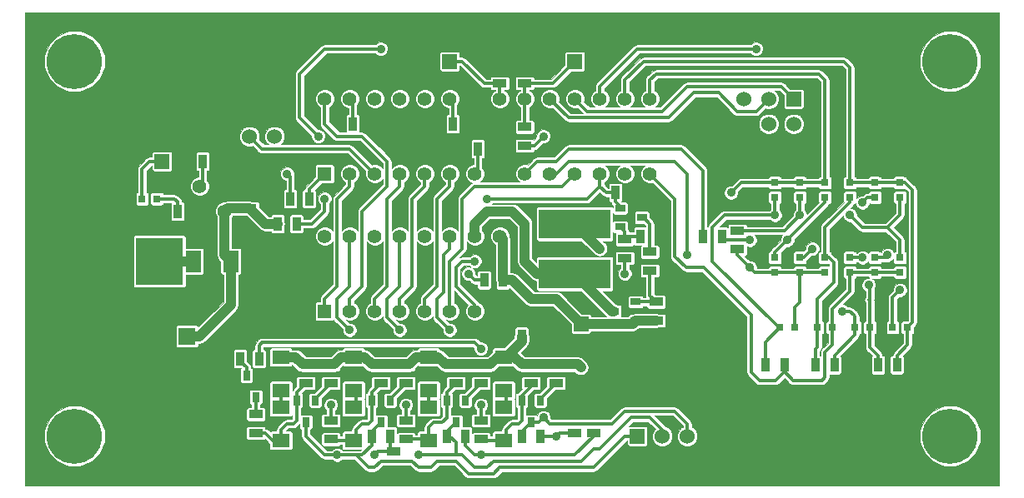
<source format=gtl>
G04 (created by PCBNEW (2013-07-07 BZR 4022)-stable) date 17.09.2014 22:00:27*
%MOIN*%
G04 Gerber Fmt 3.4, Leading zero omitted, Abs format*
%FSLAX34Y34*%
G01*
G70*
G90*
G04 APERTURE LIST*
%ADD10C,0.00590551*%
%ADD11R,0.055X0.055*%
%ADD12C,0.055*%
%ADD13R,0.0394X0.0315*%
%ADD14R,0.0315X0.0394*%
%ADD15R,0.2854X0.1181*%
%ADD16R,0.055X0.035*%
%ADD17R,0.035X0.055*%
%ADD18R,0.06X0.06*%
%ADD19C,0.06*%
%ADD20R,0.0708X0.0551*%
%ADD21R,0.0314X0.0314*%
%ADD22C,0.189*%
%ADD23R,0.189X0.189*%
%ADD24R,0.063X0.0866*%
%ADD25R,0.07X0.07*%
%ADD26C,0.07*%
%ADD27C,0.2205*%
%ADD28C,0.035*%
%ADD29C,0.0393701*%
%ADD30C,0.0149606*%
%ADD31C,0.001*%
G04 APERTURE END LIST*
G54D10*
G54D11*
X30000Y-31500D03*
G54D12*
X31000Y-31500D03*
X32000Y-31500D03*
X33000Y-31500D03*
X34000Y-31500D03*
X35000Y-31500D03*
X36000Y-31500D03*
X37000Y-31500D03*
X37000Y-28500D03*
X36000Y-28500D03*
X35000Y-28500D03*
X34000Y-28500D03*
X33000Y-28500D03*
X32000Y-28500D03*
X31000Y-28500D03*
X30000Y-28500D03*
G54D13*
X42683Y-27750D03*
X41817Y-28125D03*
X41817Y-27375D03*
X41567Y-31500D03*
X42433Y-31125D03*
X42433Y-31875D03*
G54D14*
X27250Y-34933D03*
X26875Y-34067D03*
X27625Y-34067D03*
X29250Y-35933D03*
X28875Y-35067D03*
X29625Y-35067D03*
X32250Y-35933D03*
X31875Y-35067D03*
X32625Y-35067D03*
X35250Y-35933D03*
X34875Y-35067D03*
X35625Y-35067D03*
X38250Y-35933D03*
X37875Y-35067D03*
X38625Y-35067D03*
G54D15*
X40000Y-28000D03*
X40000Y-30000D03*
G54D16*
X29250Y-34375D03*
X29250Y-33625D03*
G54D17*
X41625Y-26750D03*
X42375Y-26750D03*
X31125Y-24000D03*
X31875Y-24000D03*
X28875Y-28000D03*
X28125Y-28000D03*
G54D16*
X27000Y-26625D03*
X27000Y-27375D03*
G54D17*
X25875Y-25500D03*
X25125Y-25500D03*
X35875Y-24000D03*
X35125Y-24000D03*
X36375Y-30250D03*
X37125Y-30250D03*
X42625Y-28500D03*
X43375Y-28500D03*
G54D16*
X32750Y-37875D03*
X32750Y-37125D03*
G54D17*
X32625Y-36500D03*
X31875Y-36500D03*
G54D16*
X40750Y-35625D03*
X40750Y-36375D03*
X32250Y-34375D03*
X32250Y-33625D03*
X35250Y-34375D03*
X35250Y-33625D03*
X38250Y-34375D03*
X38250Y-33625D03*
G54D17*
X24875Y-27500D03*
X24125Y-27500D03*
X26625Y-33400D03*
X27375Y-33400D03*
G54D16*
X46500Y-28275D03*
X46500Y-29025D03*
X38000Y-21625D03*
X38000Y-22375D03*
X38000Y-24875D03*
X38000Y-24125D03*
X37000Y-21625D03*
X37000Y-22375D03*
G54D17*
X45125Y-28500D03*
X45875Y-28500D03*
X52875Y-33650D03*
X52125Y-33650D03*
X50375Y-33650D03*
X49625Y-33650D03*
X48375Y-33650D03*
X47625Y-33650D03*
G54D16*
X43250Y-31125D03*
X43250Y-31875D03*
X39250Y-34375D03*
X39250Y-33625D03*
X36250Y-34375D03*
X36250Y-33625D03*
X33250Y-34375D03*
X33250Y-33625D03*
X36250Y-35875D03*
X36250Y-36625D03*
X33250Y-35875D03*
X33250Y-36625D03*
X30250Y-35875D03*
X30250Y-36625D03*
G54D17*
X37125Y-32500D03*
X37875Y-32500D03*
G54D16*
X30250Y-34375D03*
X30250Y-33625D03*
X42000Y-28625D03*
X42000Y-29375D03*
X43000Y-29125D03*
X43000Y-29875D03*
X27250Y-36375D03*
X27250Y-35625D03*
G54D17*
X35625Y-36500D03*
X34875Y-36500D03*
X38625Y-36500D03*
X37875Y-36500D03*
G54D16*
X40000Y-35625D03*
X40000Y-36375D03*
G54D18*
X48750Y-23000D03*
G54D19*
X48750Y-24000D03*
X47750Y-23000D03*
X47750Y-24000D03*
X46750Y-23000D03*
X46750Y-24000D03*
G54D18*
X42500Y-36500D03*
G54D19*
X43500Y-36500D03*
X44500Y-36500D03*
G54D20*
X31150Y-35331D03*
X31150Y-36669D03*
X31150Y-33331D03*
X31150Y-34669D03*
X34150Y-35331D03*
X34150Y-36669D03*
X34150Y-33331D03*
X34150Y-34669D03*
X37150Y-35331D03*
X37150Y-36669D03*
X37150Y-33331D03*
X37150Y-34669D03*
X28250Y-35331D03*
X28250Y-36669D03*
X28250Y-33331D03*
X28250Y-34669D03*
G54D12*
X26000Y-27500D03*
G54D11*
X26000Y-26500D03*
G54D12*
X25000Y-26500D03*
G54D21*
X22705Y-27000D03*
X23295Y-27000D03*
X49705Y-32150D03*
X50295Y-32150D03*
X51795Y-32150D03*
X51205Y-32150D03*
X52705Y-32150D03*
X53295Y-32150D03*
X53000Y-26945D03*
X53000Y-26355D03*
X52000Y-26945D03*
X52000Y-26355D03*
X51000Y-26945D03*
X51000Y-26355D03*
X50000Y-26945D03*
X50000Y-26355D03*
X49000Y-26945D03*
X49000Y-26355D03*
X48000Y-26945D03*
X48000Y-26355D03*
X51000Y-29355D03*
X51000Y-29945D03*
X52000Y-29355D03*
X52000Y-29945D03*
X53000Y-29355D03*
X53000Y-29945D03*
X50000Y-29355D03*
X50000Y-29945D03*
X49000Y-29355D03*
X49000Y-29945D03*
X48000Y-29355D03*
X48000Y-29945D03*
X48205Y-32150D03*
X48795Y-32150D03*
G54D22*
X21000Y-29500D03*
G54D23*
X23400Y-29500D03*
G54D22*
X21900Y-31500D03*
G54D24*
X24752Y-29500D03*
X26248Y-29500D03*
G54D25*
X24500Y-32500D03*
G54D26*
X24500Y-34500D03*
G54D18*
X40250Y-32000D03*
G54D19*
X39250Y-32000D03*
G54D18*
X23500Y-25500D03*
G54D19*
X23500Y-24500D03*
G54D18*
X40000Y-21500D03*
G54D19*
X40000Y-20500D03*
G54D18*
X35000Y-21500D03*
G54D19*
X35000Y-20500D03*
G54D12*
X31000Y-26000D03*
X32000Y-26000D03*
X33000Y-26000D03*
X34000Y-26000D03*
X35000Y-26000D03*
X36000Y-26000D03*
X37000Y-26000D03*
X38000Y-26000D03*
X39000Y-26000D03*
X40000Y-26000D03*
X41000Y-26000D03*
X42000Y-26000D03*
X43000Y-26000D03*
G54D11*
X30000Y-26000D03*
G54D12*
X43000Y-23000D03*
X42000Y-23000D03*
X41000Y-23000D03*
X40000Y-23000D03*
X39000Y-23000D03*
X38000Y-23000D03*
X37000Y-23000D03*
X36000Y-23000D03*
X35000Y-23000D03*
X34000Y-23000D03*
X33000Y-23000D03*
X32000Y-23000D03*
X31000Y-23000D03*
X30000Y-23000D03*
G54D17*
X36875Y-25000D03*
X36125Y-25000D03*
X28625Y-27000D03*
X29375Y-27000D03*
G54D18*
X26000Y-24500D03*
G54D19*
X27000Y-24500D03*
X28000Y-24500D03*
G54D27*
X20000Y-36500D03*
X20000Y-21500D03*
X55000Y-36500D03*
X55000Y-21500D03*
G54D28*
X41000Y-29000D03*
X38750Y-24500D03*
X28500Y-26000D03*
X42000Y-30000D03*
X35750Y-30000D03*
X39250Y-36500D03*
X36250Y-37250D03*
X32000Y-37250D03*
X50700Y-31500D03*
X46250Y-26750D03*
X47000Y-29750D03*
X44500Y-29250D03*
X47250Y-21000D03*
X32250Y-21000D03*
X29750Y-24500D03*
X51000Y-27650D03*
X49000Y-27650D03*
X51500Y-27150D03*
X48000Y-27650D03*
X36250Y-33000D03*
X51750Y-30450D03*
X49500Y-29000D03*
X51500Y-29350D03*
X30250Y-35250D03*
X33250Y-35250D03*
X36250Y-35250D03*
X40250Y-33750D03*
X52500Y-29250D03*
X47000Y-28650D03*
X53000Y-30650D03*
X48500Y-28650D03*
X35000Y-32250D03*
X38750Y-35750D03*
X33750Y-37250D03*
X33000Y-32250D03*
X30500Y-37250D03*
X31000Y-32250D03*
X36000Y-29500D03*
X36500Y-27000D03*
X30000Y-27000D03*
G54D29*
X40000Y-28000D02*
X41000Y-29000D01*
X24500Y-32500D02*
X25000Y-32500D01*
X26248Y-31252D02*
X26248Y-29500D01*
X25000Y-32500D02*
X26248Y-31252D01*
X26000Y-27500D02*
X26000Y-29252D01*
X26000Y-29252D02*
X26248Y-29500D01*
X27000Y-27375D02*
X26125Y-27375D01*
X26125Y-27375D02*
X26000Y-27500D01*
X28125Y-28000D02*
X27625Y-28000D01*
X27625Y-28000D02*
X27000Y-27375D01*
G54D30*
X38000Y-24875D02*
X38375Y-24875D01*
X38375Y-24875D02*
X38750Y-24500D01*
X22705Y-27000D02*
X22705Y-25795D01*
X23000Y-25500D02*
X23500Y-25500D01*
X22705Y-25795D02*
X23000Y-25500D01*
X25125Y-25500D02*
X25125Y-26375D01*
X25125Y-26375D02*
X25000Y-26500D01*
X28625Y-27000D02*
X28625Y-26125D01*
X28625Y-26125D02*
X28500Y-26000D01*
X42000Y-29375D02*
X42000Y-30000D01*
X36125Y-25000D02*
X36125Y-25875D01*
X36125Y-25875D02*
X36000Y-26000D01*
X36375Y-30250D02*
X36000Y-30250D01*
X36000Y-30250D02*
X35750Y-30000D01*
X35125Y-24000D02*
X35125Y-23125D01*
X35125Y-23125D02*
X35000Y-23000D01*
X40000Y-36375D02*
X39375Y-36375D01*
X39375Y-36375D02*
X39250Y-36500D01*
X38625Y-36500D02*
X39250Y-36500D01*
X36250Y-37250D02*
X36000Y-37250D01*
X35625Y-36875D02*
X35625Y-36500D01*
X36000Y-37250D02*
X35625Y-36875D01*
X40750Y-36375D02*
X40750Y-36500D01*
X40000Y-37250D02*
X36250Y-37250D01*
X40750Y-36500D02*
X40000Y-37250D01*
X32750Y-37125D02*
X32125Y-37125D01*
X32125Y-37125D02*
X32000Y-37250D01*
X32625Y-36500D02*
X32625Y-37000D01*
X32625Y-37000D02*
X32750Y-37125D01*
X47400Y-34275D02*
X47375Y-34275D01*
X44450Y-29750D02*
X44000Y-29300D01*
X45150Y-29750D02*
X44450Y-29750D01*
X47050Y-31650D02*
X45150Y-29750D01*
X47050Y-33950D02*
X47050Y-31650D01*
X47375Y-34275D02*
X47050Y-33950D01*
X49150Y-34275D02*
X48725Y-34275D01*
X48725Y-34275D02*
X48375Y-33925D01*
X48375Y-33925D02*
X48375Y-33650D01*
X48375Y-33650D02*
X48375Y-33925D01*
X48375Y-33925D02*
X48025Y-34275D01*
X47400Y-34275D02*
X48025Y-34275D01*
X44000Y-27000D02*
X44000Y-29300D01*
X43000Y-26000D02*
X44000Y-27000D01*
X51000Y-30150D02*
X51000Y-30700D01*
X50300Y-31650D02*
X50295Y-31650D01*
X50295Y-31645D02*
X50300Y-31650D01*
X50295Y-31405D02*
X50295Y-31645D01*
X51000Y-30700D02*
X50295Y-31405D01*
X49150Y-34275D02*
X49875Y-34275D01*
X50295Y-32855D02*
X50295Y-32150D01*
X50000Y-33150D02*
X50295Y-32855D01*
X50000Y-34150D02*
X50000Y-33150D01*
X49875Y-34275D02*
X50000Y-34150D01*
X50295Y-32150D02*
X50295Y-31650D01*
X51000Y-30150D02*
X51000Y-29945D01*
X52000Y-29945D02*
X53000Y-29945D01*
X51000Y-29945D02*
X52000Y-29945D01*
X51150Y-31650D02*
X51000Y-31500D01*
X51000Y-31500D02*
X50700Y-31500D01*
X50000Y-23750D02*
X50000Y-22250D01*
X43000Y-22250D02*
X43000Y-23000D01*
X43250Y-22000D02*
X43000Y-22250D01*
X49750Y-22000D02*
X43250Y-22000D01*
X50000Y-22250D02*
X49750Y-22000D01*
X51205Y-32150D02*
X51205Y-31705D01*
X46645Y-26355D02*
X48000Y-26355D01*
X46250Y-26750D02*
X46645Y-26355D01*
X51205Y-31705D02*
X51150Y-31650D01*
X50000Y-23750D02*
X50000Y-26355D01*
X50375Y-33650D02*
X50375Y-33275D01*
X51205Y-32445D02*
X51205Y-32150D01*
X50375Y-33275D02*
X51205Y-32445D01*
X49000Y-26355D02*
X50000Y-26355D01*
X48000Y-26355D02*
X49000Y-26355D01*
X42000Y-23000D02*
X42000Y-22250D01*
X51000Y-21750D02*
X51000Y-23500D01*
X50750Y-21500D02*
X51000Y-21750D01*
X42750Y-21500D02*
X50750Y-21500D01*
X42000Y-22250D02*
X42750Y-21500D01*
X51000Y-23500D02*
X51000Y-26355D01*
X52875Y-33650D02*
X52875Y-33275D01*
X53295Y-32855D02*
X53295Y-32150D01*
X52875Y-33275D02*
X53295Y-32855D01*
X53000Y-26355D02*
X53205Y-26355D01*
X53500Y-31945D02*
X53295Y-32150D01*
X53500Y-26650D02*
X53500Y-31945D01*
X53205Y-26355D02*
X53500Y-26650D01*
X52000Y-26355D02*
X53000Y-26355D01*
X51000Y-26355D02*
X52000Y-26355D01*
X38000Y-26000D02*
X38500Y-25500D01*
X45125Y-25875D02*
X45125Y-28500D01*
X44250Y-25000D02*
X45125Y-25875D01*
X39750Y-25000D02*
X44250Y-25000D01*
X39250Y-25500D02*
X39750Y-25000D01*
X38500Y-25500D02*
X39250Y-25500D01*
X39000Y-26000D02*
X39250Y-26000D01*
X44500Y-26000D02*
X44500Y-29250D01*
X44000Y-25500D02*
X44500Y-26000D01*
X39750Y-25500D02*
X44000Y-25500D01*
X39250Y-26000D02*
X39750Y-25500D01*
X48000Y-29945D02*
X47195Y-29945D01*
X46500Y-29250D02*
X46500Y-29025D01*
X47195Y-29945D02*
X47000Y-29750D01*
X47000Y-29750D02*
X46500Y-29250D01*
X49000Y-29945D02*
X49000Y-31150D01*
X48795Y-31355D02*
X48795Y-32150D01*
X49000Y-31150D02*
X48795Y-31355D01*
X49000Y-29945D02*
X48000Y-29945D01*
X50000Y-29945D02*
X49000Y-29945D01*
X48750Y-23000D02*
X48250Y-22500D01*
X40500Y-23500D02*
X40000Y-23000D01*
X43500Y-23500D02*
X40500Y-23500D01*
X44500Y-22500D02*
X43500Y-23500D01*
X48250Y-22500D02*
X44500Y-22500D01*
X41000Y-22500D02*
X41000Y-23000D01*
X42500Y-21000D02*
X41000Y-22500D01*
X47250Y-21000D02*
X42500Y-21000D01*
X30000Y-21000D02*
X32250Y-21000D01*
X29000Y-22000D02*
X30000Y-21000D01*
X29000Y-23750D02*
X29000Y-22000D01*
X29750Y-24500D02*
X29000Y-23750D01*
X29375Y-27000D02*
X29375Y-26625D01*
X29375Y-26625D02*
X30000Y-26000D01*
X43750Y-23750D02*
X44750Y-22750D01*
X45750Y-22750D02*
X46500Y-23500D01*
X44750Y-22750D02*
X45750Y-22750D01*
X47750Y-23000D02*
X47250Y-23500D01*
X47250Y-23500D02*
X46500Y-23500D01*
X39750Y-23750D02*
X39000Y-23000D01*
X43750Y-23750D02*
X39750Y-23750D01*
X46500Y-28275D02*
X48375Y-28275D01*
X48375Y-28275D02*
X49000Y-27650D01*
X53000Y-29355D02*
X53000Y-28650D01*
X53000Y-28650D02*
X52500Y-28150D01*
X49000Y-26945D02*
X49000Y-27650D01*
X53000Y-27650D02*
X53000Y-26945D01*
X52500Y-28150D02*
X53000Y-27650D01*
X51500Y-28150D02*
X52500Y-28150D01*
X51000Y-27650D02*
X51500Y-28150D01*
X48205Y-32150D02*
X48150Y-32150D01*
X45500Y-29500D02*
X45500Y-28950D01*
X48150Y-32150D02*
X45500Y-29500D01*
X52000Y-26945D02*
X51705Y-26945D01*
X51705Y-26945D02*
X51500Y-27150D01*
X45500Y-28950D02*
X45500Y-28150D01*
X45500Y-28150D02*
X46000Y-27650D01*
X46000Y-27650D02*
X48000Y-27650D01*
X47625Y-33650D02*
X47625Y-32730D01*
X47625Y-32730D02*
X48205Y-32150D01*
X48000Y-27650D02*
X48000Y-26945D01*
X27000Y-24500D02*
X27500Y-25000D01*
X31000Y-25000D02*
X32000Y-26000D01*
X27500Y-25000D02*
X31000Y-25000D01*
X35000Y-21500D02*
X35500Y-21500D01*
X36375Y-22375D02*
X37000Y-22375D01*
X35500Y-21500D02*
X36375Y-22375D01*
X37000Y-22375D02*
X37000Y-23000D01*
X31000Y-31500D02*
X31000Y-31000D01*
X30000Y-24000D02*
X30000Y-23000D01*
X30500Y-24500D02*
X30000Y-24000D01*
X31500Y-24500D02*
X30500Y-24500D01*
X32500Y-25500D02*
X31500Y-24500D01*
X32500Y-26500D02*
X32500Y-25500D01*
X31500Y-27500D02*
X32500Y-26500D01*
X31500Y-30500D02*
X31500Y-27500D01*
X31000Y-31000D02*
X31500Y-30500D01*
X38000Y-22375D02*
X39125Y-22375D01*
X39125Y-22375D02*
X40000Y-21500D01*
X38000Y-23000D02*
X38000Y-22375D01*
X38000Y-24125D02*
X38000Y-23000D01*
G54D29*
X24752Y-29500D02*
X23400Y-29500D01*
G54D30*
X50000Y-29355D02*
X50000Y-28150D01*
X49705Y-31350D02*
X49705Y-30995D01*
X49705Y-32150D02*
X49705Y-31350D01*
X50155Y-29355D02*
X50000Y-29355D01*
X50350Y-29550D02*
X50155Y-29355D01*
X50350Y-30250D02*
X50350Y-29550D01*
X50350Y-30250D02*
X50350Y-30350D01*
X49705Y-30995D02*
X50350Y-30350D01*
X49705Y-32150D02*
X49705Y-32945D01*
X49625Y-33025D02*
X49625Y-33650D01*
X49705Y-32945D02*
X49625Y-33025D01*
X51000Y-27150D02*
X51000Y-26945D01*
X50000Y-28150D02*
X51000Y-27150D01*
X23295Y-27000D02*
X24000Y-27000D01*
X24125Y-27125D02*
X24125Y-27500D01*
X24000Y-27000D02*
X24125Y-27125D01*
X30000Y-31500D02*
X30000Y-31000D01*
X31000Y-26500D02*
X31000Y-26000D01*
X30500Y-27000D02*
X31000Y-26500D01*
X30500Y-30500D02*
X30500Y-27000D01*
X30000Y-31000D02*
X30500Y-30500D01*
X27500Y-32750D02*
X36000Y-32750D01*
X36000Y-32750D02*
X36250Y-33000D01*
X27375Y-32875D02*
X27375Y-33500D01*
X27500Y-32750D02*
X27375Y-32875D01*
X43000Y-29875D02*
X43000Y-30875D01*
X43000Y-30875D02*
X43250Y-31125D01*
X43250Y-31125D02*
X42433Y-31125D01*
X42683Y-27750D02*
X42750Y-27750D01*
X43000Y-28000D02*
X43000Y-29125D01*
X42750Y-27750D02*
X43000Y-28000D01*
X51750Y-31050D02*
X51795Y-31050D01*
X51795Y-31005D02*
X51750Y-31050D01*
X51795Y-30495D02*
X51795Y-31005D01*
X51750Y-30450D02*
X51795Y-30495D01*
X49000Y-29355D02*
X49145Y-29355D01*
X49145Y-29355D02*
X49500Y-29000D01*
X51000Y-29355D02*
X51495Y-29355D01*
X51795Y-31050D02*
X51795Y-32150D01*
X51495Y-29355D02*
X51500Y-29350D01*
X52125Y-33650D02*
X52125Y-33275D01*
X51795Y-32945D02*
X51795Y-32150D01*
X52125Y-33275D02*
X51795Y-32945D01*
X28250Y-36669D02*
X27919Y-36669D01*
X27625Y-36375D02*
X27250Y-36375D01*
X27919Y-36669D02*
X27625Y-36375D01*
X28875Y-35067D02*
X28875Y-35875D01*
X28250Y-36250D02*
X28250Y-36669D01*
X28500Y-36000D02*
X28250Y-36250D01*
X28750Y-36000D02*
X28500Y-36000D01*
X28875Y-35875D02*
X28750Y-36000D01*
X28875Y-35067D02*
X28875Y-34750D01*
X28875Y-34750D02*
X29250Y-34375D01*
X33000Y-26000D02*
X33000Y-26500D01*
X32000Y-31000D02*
X32000Y-31500D01*
X32500Y-30500D02*
X32000Y-31000D01*
X32500Y-27000D02*
X32500Y-30500D01*
X33000Y-26500D02*
X32500Y-27000D01*
X33000Y-31500D02*
X33000Y-31000D01*
X34000Y-26500D02*
X34000Y-26000D01*
X33500Y-27000D02*
X34000Y-26500D01*
X33500Y-30500D02*
X33500Y-27000D01*
X33000Y-31000D02*
X33500Y-30500D01*
X35000Y-26000D02*
X35000Y-26500D01*
X34000Y-31000D02*
X34000Y-31500D01*
X34500Y-30500D02*
X34000Y-31000D01*
X34500Y-27000D02*
X34500Y-30500D01*
X35000Y-26500D02*
X34500Y-27000D01*
X35000Y-31000D02*
X35000Y-29500D01*
X35000Y-29500D02*
X35500Y-29000D01*
X35000Y-31500D02*
X35000Y-31000D01*
X39500Y-26500D02*
X40000Y-26000D01*
X36000Y-26500D02*
X39500Y-26500D01*
X35500Y-27000D02*
X36000Y-26500D01*
X35500Y-29000D02*
X35500Y-27000D01*
X42625Y-28500D02*
X42125Y-28500D01*
X42125Y-28500D02*
X42000Y-28625D01*
X42000Y-28625D02*
X42000Y-28308D01*
X42000Y-28308D02*
X41817Y-28125D01*
X34150Y-34669D02*
X34150Y-35331D01*
X37250Y-34669D02*
X37250Y-35331D01*
X29625Y-35067D02*
X29625Y-35000D01*
X29625Y-35000D02*
X30250Y-34375D01*
X28250Y-34669D02*
X28250Y-35331D01*
X26875Y-34067D02*
X26875Y-33750D01*
X26875Y-33750D02*
X26625Y-33500D01*
X27250Y-35625D02*
X27250Y-34933D01*
X37875Y-35067D02*
X37875Y-35875D01*
X37250Y-36250D02*
X37250Y-36669D01*
X37500Y-36000D02*
X37250Y-36250D01*
X37750Y-36000D02*
X37500Y-36000D01*
X37875Y-35875D02*
X37750Y-36000D01*
X37875Y-35067D02*
X37875Y-34875D01*
X38250Y-34500D02*
X38250Y-34375D01*
X37875Y-34875D02*
X38250Y-34500D01*
X37250Y-36669D02*
X36294Y-36669D01*
X36294Y-36669D02*
X36250Y-36625D01*
X30250Y-35875D02*
X30250Y-35250D01*
X34150Y-36669D02*
X34150Y-36150D01*
X34875Y-35775D02*
X34875Y-35067D01*
X34700Y-35950D02*
X34875Y-35775D01*
X34350Y-35950D02*
X34700Y-35950D01*
X34150Y-36150D02*
X34350Y-35950D01*
X33250Y-36625D02*
X34106Y-36625D01*
X34106Y-36625D02*
X34150Y-36669D01*
X34875Y-35067D02*
X34875Y-34750D01*
X34875Y-34750D02*
X35250Y-34375D01*
X33250Y-35875D02*
X33250Y-35250D01*
X36250Y-35875D02*
X36250Y-35250D01*
X32625Y-35067D02*
X32625Y-35000D01*
X32625Y-35000D02*
X33250Y-34375D01*
X35625Y-35067D02*
X35625Y-35000D01*
X35625Y-35000D02*
X36250Y-34375D01*
G54D29*
X39625Y-33625D02*
X40125Y-33625D01*
X40125Y-33625D02*
X40250Y-33750D01*
X40250Y-32000D02*
X42308Y-32000D01*
X42308Y-32000D02*
X42433Y-31875D01*
X37125Y-30250D02*
X37500Y-30250D01*
X37500Y-30250D02*
X38250Y-31000D01*
X38250Y-31000D02*
X39250Y-31000D01*
X39250Y-31000D02*
X40250Y-32000D01*
X42433Y-31875D02*
X43250Y-31875D01*
X39250Y-33625D02*
X39625Y-33625D01*
X33250Y-33625D02*
X33375Y-33625D01*
X33669Y-33331D02*
X34150Y-33331D01*
X33375Y-33625D02*
X33669Y-33331D01*
X34150Y-33331D02*
X34531Y-33331D01*
X34531Y-33331D02*
X34825Y-33625D01*
X34825Y-33625D02*
X35250Y-33625D01*
X37875Y-32500D02*
X37875Y-32706D01*
X37875Y-32706D02*
X37250Y-33331D01*
X30250Y-33625D02*
X30375Y-33625D01*
X30669Y-33331D02*
X31250Y-33331D01*
X30375Y-33625D02*
X30669Y-33331D01*
X29250Y-33625D02*
X30250Y-33625D01*
X28250Y-33331D02*
X28831Y-33331D01*
X29125Y-33625D02*
X29250Y-33625D01*
X28831Y-33331D02*
X29125Y-33625D01*
X37125Y-30250D02*
X37125Y-28625D01*
X37125Y-28625D02*
X37000Y-28500D01*
X32250Y-33625D02*
X33250Y-33625D01*
X31250Y-33331D02*
X31581Y-33331D01*
X31581Y-33331D02*
X31875Y-33625D01*
X31875Y-33625D02*
X32250Y-33625D01*
X36250Y-33625D02*
X36625Y-33625D01*
X36625Y-33625D02*
X36919Y-33331D01*
X36919Y-33331D02*
X37250Y-33331D01*
X35250Y-33625D02*
X36250Y-33625D01*
X39250Y-33625D02*
X38250Y-33625D01*
X38250Y-33625D02*
X37875Y-33625D01*
X37875Y-33625D02*
X37581Y-33331D01*
X37581Y-33331D02*
X37250Y-33331D01*
G54D30*
X52000Y-29355D02*
X52395Y-29355D01*
X52395Y-29355D02*
X52500Y-29250D01*
X45875Y-28650D02*
X47000Y-28650D01*
X52705Y-32150D02*
X52705Y-30945D01*
X52705Y-30945D02*
X53000Y-30650D01*
X48000Y-29355D02*
X48000Y-29150D01*
X50000Y-27150D02*
X50000Y-26945D01*
X48000Y-29150D02*
X48500Y-28650D01*
X48500Y-28650D02*
X50000Y-27150D01*
X38625Y-35067D02*
X38625Y-35000D01*
X38625Y-35000D02*
X39250Y-34375D01*
X31250Y-34669D02*
X31250Y-35331D01*
X40750Y-36000D02*
X41500Y-36000D01*
X41500Y-36000D02*
X42000Y-35500D01*
X38250Y-35933D02*
X38567Y-35933D01*
X38567Y-35933D02*
X38750Y-35750D01*
X42000Y-35500D02*
X44000Y-35500D01*
X44000Y-35500D02*
X44500Y-36000D01*
X44500Y-36000D02*
X44500Y-36500D01*
X40750Y-36000D02*
X39000Y-36000D01*
X39000Y-36000D02*
X38750Y-35750D01*
X35000Y-32250D02*
X34500Y-31750D01*
X35000Y-28500D02*
X35000Y-28999D01*
X35000Y-28999D02*
X34750Y-29249D01*
X34750Y-29249D02*
X34750Y-30749D01*
X34750Y-30749D02*
X34500Y-31000D01*
X34500Y-31000D02*
X34500Y-31750D01*
X37875Y-36500D02*
X37875Y-36308D01*
X37875Y-36308D02*
X38250Y-35933D01*
X36999Y-37500D02*
X36750Y-37500D01*
X36500Y-37750D02*
X36500Y-37750D01*
X36750Y-37500D02*
X36500Y-37750D01*
X40750Y-37000D02*
X41000Y-37000D01*
X40250Y-37500D02*
X40750Y-37000D01*
X36999Y-37500D02*
X40250Y-37500D01*
X35250Y-37250D02*
X35500Y-37250D01*
X36000Y-37750D02*
X36500Y-37750D01*
X35500Y-37250D02*
X36000Y-37750D01*
X33750Y-37250D02*
X35250Y-37250D01*
X43000Y-35750D02*
X42750Y-35750D01*
X43500Y-36250D02*
X43000Y-35750D01*
X43500Y-36500D02*
X43500Y-36250D01*
X41000Y-37000D02*
X42250Y-35750D01*
X42250Y-35750D02*
X42750Y-35750D01*
X34875Y-36500D02*
X35000Y-36500D01*
X35250Y-36750D02*
X35250Y-37250D01*
X35000Y-36500D02*
X35250Y-36750D01*
X33000Y-28500D02*
X33000Y-30500D01*
X32500Y-31750D02*
X33000Y-32250D01*
X32500Y-31000D02*
X32500Y-31750D01*
X33000Y-30500D02*
X32500Y-31000D01*
X34875Y-36500D02*
X34875Y-36308D01*
X34875Y-36308D02*
X35250Y-35933D01*
X36750Y-38000D02*
X37000Y-37750D01*
X42000Y-36500D02*
X42500Y-36500D01*
X40750Y-37750D02*
X42000Y-36500D01*
X37000Y-37750D02*
X40750Y-37750D01*
X33750Y-37750D02*
X34250Y-37750D01*
X35250Y-37500D02*
X35750Y-38000D01*
X34500Y-37500D02*
X35250Y-37500D01*
X34250Y-37750D02*
X34500Y-37500D01*
X33750Y-37750D02*
X33500Y-37500D01*
X31750Y-37750D02*
X31250Y-37250D01*
X32000Y-37750D02*
X31750Y-37750D01*
X32250Y-37500D02*
X32000Y-37750D01*
X33500Y-37500D02*
X32250Y-37500D01*
X31875Y-36500D02*
X31875Y-36875D01*
X31875Y-36875D02*
X31500Y-37250D01*
X31500Y-37250D02*
X31250Y-37250D01*
X31250Y-37250D02*
X30500Y-37250D01*
X31000Y-30500D02*
X30500Y-31000D01*
X30500Y-31000D02*
X30500Y-31750D01*
X31000Y-28500D02*
X31000Y-30500D01*
X31000Y-32250D02*
X30500Y-31750D01*
X35750Y-38000D02*
X36750Y-38000D01*
X29250Y-35933D02*
X29250Y-36500D01*
X29250Y-36500D02*
X30000Y-37250D01*
X30000Y-37250D02*
X30500Y-37250D01*
X31875Y-36500D02*
X31875Y-36308D01*
X31875Y-36308D02*
X32250Y-35933D01*
G54D29*
X41567Y-31500D02*
X41500Y-31500D01*
X41500Y-31500D02*
X40000Y-30000D01*
X36000Y-28500D02*
X36000Y-28000D01*
X38500Y-30000D02*
X40000Y-30000D01*
X38000Y-29500D02*
X38500Y-30000D01*
X38000Y-28000D02*
X38000Y-29500D01*
X37500Y-27500D02*
X38000Y-28000D01*
X36500Y-27500D02*
X37500Y-27500D01*
X36000Y-28000D02*
X36500Y-27500D01*
G54D30*
X41817Y-27375D02*
X41817Y-27317D01*
X41625Y-27125D02*
X41625Y-26750D01*
X41817Y-27317D02*
X41625Y-27125D01*
X41625Y-26750D02*
X41250Y-26750D01*
X41250Y-26750D02*
X41000Y-26500D01*
X35500Y-30750D02*
X35250Y-30500D01*
X36000Y-31250D02*
X35500Y-30750D01*
X41000Y-26000D02*
X41000Y-26500D01*
X36500Y-27000D02*
X40500Y-27000D01*
X40500Y-27000D02*
X41000Y-26500D01*
X36000Y-31250D02*
X36000Y-31500D01*
X35500Y-29500D02*
X36000Y-29500D01*
X35250Y-29750D02*
X35500Y-29500D01*
X35250Y-30500D02*
X35250Y-29750D01*
X31250Y-36669D02*
X30294Y-36669D01*
X30294Y-36669D02*
X30250Y-36625D01*
X31875Y-35067D02*
X31875Y-35875D01*
X31250Y-36250D02*
X31250Y-36669D01*
X31500Y-36000D02*
X31250Y-36250D01*
X31750Y-36000D02*
X31500Y-36000D01*
X31875Y-35875D02*
X31750Y-36000D01*
X31875Y-35067D02*
X31875Y-34750D01*
X31875Y-34750D02*
X32250Y-34375D01*
X28875Y-28000D02*
X29500Y-28000D01*
X30000Y-27500D02*
X30000Y-27000D01*
X29500Y-28000D02*
X30000Y-27500D01*
X31125Y-24000D02*
X31125Y-23125D01*
X31125Y-23125D02*
X31000Y-23000D01*
G54D10*
G36*
X56971Y-38471D02*
X56207Y-38471D01*
X56207Y-36260D01*
X56207Y-21260D01*
X56024Y-20816D01*
X55684Y-20476D01*
X55241Y-20292D01*
X54760Y-20292D01*
X54316Y-20475D01*
X53976Y-20815D01*
X53792Y-21258D01*
X53792Y-21739D01*
X53975Y-22183D01*
X54315Y-22523D01*
X54758Y-22707D01*
X55239Y-22707D01*
X55683Y-22524D01*
X56023Y-22184D01*
X56207Y-21741D01*
X56207Y-21260D01*
X56207Y-36260D01*
X56024Y-35816D01*
X55684Y-35476D01*
X55241Y-35292D01*
X54760Y-35292D01*
X54316Y-35475D01*
X53976Y-35815D01*
X53792Y-36258D01*
X53792Y-36739D01*
X53975Y-37183D01*
X54315Y-37523D01*
X54758Y-37707D01*
X55239Y-37707D01*
X55683Y-37524D01*
X56023Y-37184D01*
X56207Y-36741D01*
X56207Y-36260D01*
X56207Y-38471D01*
X53679Y-38471D01*
X53679Y-31945D01*
X53679Y-26650D01*
X53666Y-26581D01*
X53666Y-26581D01*
X53627Y-26522D01*
X53332Y-26227D01*
X53273Y-26188D01*
X53262Y-26186D01*
X53262Y-26177D01*
X53246Y-26138D01*
X53216Y-26109D01*
X53177Y-26093D01*
X53136Y-26092D01*
X52822Y-26092D01*
X52783Y-26108D01*
X52754Y-26138D01*
X52738Y-26175D01*
X52261Y-26175D01*
X52246Y-26138D01*
X52216Y-26109D01*
X52177Y-26093D01*
X52136Y-26092D01*
X51822Y-26092D01*
X51783Y-26108D01*
X51754Y-26138D01*
X51738Y-26175D01*
X51261Y-26175D01*
X51246Y-26138D01*
X51216Y-26109D01*
X51179Y-26093D01*
X51179Y-23500D01*
X51179Y-21750D01*
X51166Y-21681D01*
X51127Y-21622D01*
X51127Y-21622D01*
X50877Y-21372D01*
X50818Y-21333D01*
X50750Y-21320D01*
X42750Y-21320D01*
X42749Y-21320D01*
X42681Y-21333D01*
X42622Y-21372D01*
X42622Y-21372D01*
X41872Y-22122D01*
X41833Y-22181D01*
X41820Y-22250D01*
X41820Y-22663D01*
X41785Y-22677D01*
X41678Y-22784D01*
X41620Y-22924D01*
X41619Y-23075D01*
X41677Y-23214D01*
X41782Y-23320D01*
X41217Y-23320D01*
X41321Y-23215D01*
X41379Y-23075D01*
X41380Y-22924D01*
X41322Y-22785D01*
X41215Y-22678D01*
X41179Y-22663D01*
X41179Y-22574D01*
X42574Y-21179D01*
X47033Y-21179D01*
X47091Y-21237D01*
X47194Y-21279D01*
X47305Y-21280D01*
X47408Y-21237D01*
X47487Y-21158D01*
X47529Y-21055D01*
X47530Y-20944D01*
X47487Y-20841D01*
X47408Y-20762D01*
X47305Y-20720D01*
X47194Y-20719D01*
X47091Y-20762D01*
X47033Y-20820D01*
X42500Y-20820D01*
X42431Y-20833D01*
X42372Y-20872D01*
X42372Y-20872D01*
X40872Y-22372D01*
X40833Y-22431D01*
X40820Y-22500D01*
X40820Y-22663D01*
X40785Y-22677D01*
X40678Y-22784D01*
X40620Y-22924D01*
X40619Y-23075D01*
X40677Y-23214D01*
X40782Y-23320D01*
X40574Y-23320D01*
X40405Y-23150D01*
X40405Y-21779D01*
X40405Y-21179D01*
X40389Y-21140D01*
X40359Y-21111D01*
X40320Y-21095D01*
X40279Y-21094D01*
X39679Y-21094D01*
X39640Y-21110D01*
X39611Y-21140D01*
X39595Y-21179D01*
X39594Y-21220D01*
X39594Y-21650D01*
X39050Y-22195D01*
X38380Y-22195D01*
X38380Y-22179D01*
X38364Y-22140D01*
X38334Y-22111D01*
X38295Y-22095D01*
X38254Y-22094D01*
X37704Y-22094D01*
X37665Y-22110D01*
X37636Y-22140D01*
X37620Y-22179D01*
X37619Y-22220D01*
X37619Y-22570D01*
X37635Y-22609D01*
X37665Y-22638D01*
X37704Y-22654D01*
X37745Y-22655D01*
X37820Y-22655D01*
X37820Y-22663D01*
X37785Y-22677D01*
X37678Y-22784D01*
X37620Y-22924D01*
X37619Y-23075D01*
X37677Y-23214D01*
X37784Y-23321D01*
X37820Y-23336D01*
X37820Y-23844D01*
X37704Y-23844D01*
X37665Y-23860D01*
X37636Y-23890D01*
X37620Y-23929D01*
X37619Y-23970D01*
X37619Y-24320D01*
X37635Y-24359D01*
X37665Y-24388D01*
X37704Y-24404D01*
X37745Y-24405D01*
X38295Y-24405D01*
X38334Y-24389D01*
X38363Y-24359D01*
X38379Y-24320D01*
X38380Y-24279D01*
X38380Y-23929D01*
X38364Y-23890D01*
X38334Y-23861D01*
X38295Y-23845D01*
X38254Y-23844D01*
X38179Y-23844D01*
X38179Y-23336D01*
X38214Y-23322D01*
X38321Y-23215D01*
X38379Y-23075D01*
X38380Y-22924D01*
X38322Y-22785D01*
X38215Y-22678D01*
X38179Y-22663D01*
X38179Y-22655D01*
X38295Y-22655D01*
X38334Y-22639D01*
X38363Y-22609D01*
X38379Y-22570D01*
X38379Y-22554D01*
X39125Y-22554D01*
X39193Y-22541D01*
X39193Y-22541D01*
X39252Y-22502D01*
X39849Y-21905D01*
X40320Y-21905D01*
X40359Y-21889D01*
X40388Y-21859D01*
X40404Y-21820D01*
X40405Y-21779D01*
X40405Y-23150D01*
X40365Y-23111D01*
X40379Y-23075D01*
X40380Y-22924D01*
X40322Y-22785D01*
X40215Y-22678D01*
X40075Y-22620D01*
X39924Y-22619D01*
X39785Y-22677D01*
X39678Y-22784D01*
X39620Y-22924D01*
X39619Y-23075D01*
X39677Y-23214D01*
X39784Y-23321D01*
X39924Y-23379D01*
X40075Y-23380D01*
X40111Y-23365D01*
X40315Y-23570D01*
X39824Y-23570D01*
X39365Y-23111D01*
X39379Y-23075D01*
X39380Y-22924D01*
X39322Y-22785D01*
X39215Y-22678D01*
X39075Y-22620D01*
X38924Y-22619D01*
X38785Y-22677D01*
X38678Y-22784D01*
X38620Y-22924D01*
X38619Y-23075D01*
X38677Y-23214D01*
X38784Y-23321D01*
X38924Y-23379D01*
X39075Y-23380D01*
X39111Y-23365D01*
X39622Y-23877D01*
X39622Y-23877D01*
X39681Y-23916D01*
X39749Y-23929D01*
X39749Y-23929D01*
X39750Y-23929D01*
X43750Y-23929D01*
X43818Y-23916D01*
X43818Y-23916D01*
X43877Y-23877D01*
X44824Y-22929D01*
X45675Y-22929D01*
X46372Y-23627D01*
X46372Y-23627D01*
X46431Y-23666D01*
X46499Y-23679D01*
X46499Y-23679D01*
X46500Y-23679D01*
X47250Y-23679D01*
X47318Y-23666D01*
X47318Y-23666D01*
X47377Y-23627D01*
X47619Y-23384D01*
X47669Y-23404D01*
X47830Y-23405D01*
X47979Y-23343D01*
X48093Y-23229D01*
X48154Y-23080D01*
X48155Y-22919D01*
X48093Y-22770D01*
X48002Y-22679D01*
X48175Y-22679D01*
X48344Y-22849D01*
X48344Y-23320D01*
X48360Y-23359D01*
X48390Y-23388D01*
X48429Y-23404D01*
X48470Y-23405D01*
X49070Y-23405D01*
X49109Y-23389D01*
X49138Y-23359D01*
X49154Y-23320D01*
X49155Y-23279D01*
X49155Y-22679D01*
X49139Y-22640D01*
X49109Y-22611D01*
X49070Y-22595D01*
X49029Y-22594D01*
X48599Y-22594D01*
X48377Y-22372D01*
X48318Y-22333D01*
X48250Y-22320D01*
X44500Y-22320D01*
X44431Y-22333D01*
X44372Y-22372D01*
X44372Y-22372D01*
X43425Y-23320D01*
X43217Y-23320D01*
X43321Y-23215D01*
X43379Y-23075D01*
X43380Y-22924D01*
X43322Y-22785D01*
X43215Y-22678D01*
X43179Y-22663D01*
X43179Y-22324D01*
X43324Y-22179D01*
X49675Y-22179D01*
X49820Y-22324D01*
X49820Y-23750D01*
X49820Y-26093D01*
X49783Y-26108D01*
X49754Y-26138D01*
X49738Y-26175D01*
X49261Y-26175D01*
X49246Y-26138D01*
X49216Y-26109D01*
X49177Y-26093D01*
X49155Y-26092D01*
X49155Y-23919D01*
X49093Y-23770D01*
X48979Y-23656D01*
X48830Y-23595D01*
X48669Y-23594D01*
X48520Y-23656D01*
X48406Y-23770D01*
X48345Y-23919D01*
X48344Y-24080D01*
X48406Y-24229D01*
X48520Y-24343D01*
X48669Y-24404D01*
X48830Y-24405D01*
X48979Y-24343D01*
X49093Y-24229D01*
X49154Y-24080D01*
X49155Y-23919D01*
X49155Y-26092D01*
X49136Y-26092D01*
X48822Y-26092D01*
X48783Y-26108D01*
X48754Y-26138D01*
X48738Y-26175D01*
X48261Y-26175D01*
X48246Y-26138D01*
X48216Y-26109D01*
X48177Y-26093D01*
X48155Y-26092D01*
X48155Y-23919D01*
X48093Y-23770D01*
X47979Y-23656D01*
X47830Y-23595D01*
X47669Y-23594D01*
X47520Y-23656D01*
X47406Y-23770D01*
X47345Y-23919D01*
X47344Y-24080D01*
X47406Y-24229D01*
X47520Y-24343D01*
X47669Y-24404D01*
X47830Y-24405D01*
X47979Y-24343D01*
X48093Y-24229D01*
X48154Y-24080D01*
X48155Y-23919D01*
X48155Y-26092D01*
X48136Y-26092D01*
X47822Y-26092D01*
X47783Y-26108D01*
X47754Y-26138D01*
X47738Y-26175D01*
X46645Y-26175D01*
X46576Y-26188D01*
X46517Y-26227D01*
X46517Y-26227D01*
X46275Y-26470D01*
X46194Y-26469D01*
X46091Y-26512D01*
X46012Y-26591D01*
X45970Y-26694D01*
X45969Y-26805D01*
X46012Y-26908D01*
X46091Y-26987D01*
X46194Y-27029D01*
X46305Y-27030D01*
X46408Y-26987D01*
X46487Y-26908D01*
X46529Y-26805D01*
X46530Y-26724D01*
X46719Y-26534D01*
X47738Y-26534D01*
X47753Y-26571D01*
X47783Y-26600D01*
X47822Y-26616D01*
X47863Y-26617D01*
X48177Y-26617D01*
X48216Y-26601D01*
X48245Y-26571D01*
X48261Y-26534D01*
X48738Y-26534D01*
X48753Y-26571D01*
X48783Y-26600D01*
X48822Y-26616D01*
X48863Y-26617D01*
X49177Y-26617D01*
X49216Y-26601D01*
X49245Y-26571D01*
X49261Y-26534D01*
X49738Y-26534D01*
X49753Y-26571D01*
X49783Y-26600D01*
X49822Y-26616D01*
X49863Y-26617D01*
X50177Y-26617D01*
X50216Y-26601D01*
X50245Y-26571D01*
X50261Y-26532D01*
X50262Y-26491D01*
X50262Y-26177D01*
X50246Y-26138D01*
X50216Y-26109D01*
X50179Y-26093D01*
X50179Y-23750D01*
X50179Y-22250D01*
X50166Y-22181D01*
X50127Y-22122D01*
X50127Y-22122D01*
X49877Y-21872D01*
X49818Y-21833D01*
X49750Y-21820D01*
X43250Y-21820D01*
X43181Y-21833D01*
X43122Y-21872D01*
X43122Y-21872D01*
X42872Y-22122D01*
X42833Y-22181D01*
X42820Y-22250D01*
X42820Y-22663D01*
X42785Y-22677D01*
X42678Y-22784D01*
X42620Y-22924D01*
X42619Y-23075D01*
X42677Y-23214D01*
X42782Y-23320D01*
X42217Y-23320D01*
X42321Y-23215D01*
X42379Y-23075D01*
X42380Y-22924D01*
X42322Y-22785D01*
X42215Y-22678D01*
X42179Y-22663D01*
X42179Y-22324D01*
X42824Y-21679D01*
X50675Y-21679D01*
X50820Y-21824D01*
X50820Y-23500D01*
X50820Y-26093D01*
X50783Y-26108D01*
X50754Y-26138D01*
X50738Y-26177D01*
X50737Y-26218D01*
X50737Y-26532D01*
X50753Y-26571D01*
X50783Y-26600D01*
X50822Y-26616D01*
X50863Y-26617D01*
X51177Y-26617D01*
X51216Y-26601D01*
X51245Y-26571D01*
X51261Y-26534D01*
X51738Y-26534D01*
X51753Y-26571D01*
X51783Y-26600D01*
X51822Y-26616D01*
X51863Y-26617D01*
X52177Y-26617D01*
X52216Y-26601D01*
X52245Y-26571D01*
X52261Y-26534D01*
X52738Y-26534D01*
X52753Y-26571D01*
X52783Y-26600D01*
X52822Y-26616D01*
X52863Y-26617D01*
X53177Y-26617D01*
X53202Y-26606D01*
X53320Y-26724D01*
X53320Y-31870D01*
X53302Y-31887D01*
X53280Y-31887D01*
X53280Y-30594D01*
X53262Y-30550D01*
X53262Y-30081D01*
X53262Y-29767D01*
X53246Y-29728D01*
X53216Y-29699D01*
X53177Y-29683D01*
X53136Y-29682D01*
X52822Y-29682D01*
X52783Y-29698D01*
X52754Y-29728D01*
X52738Y-29765D01*
X52261Y-29765D01*
X52246Y-29728D01*
X52216Y-29699D01*
X52177Y-29683D01*
X52136Y-29682D01*
X51822Y-29682D01*
X51783Y-29698D01*
X51754Y-29728D01*
X51738Y-29765D01*
X51261Y-29765D01*
X51246Y-29728D01*
X51216Y-29699D01*
X51177Y-29683D01*
X51136Y-29682D01*
X50822Y-29682D01*
X50783Y-29698D01*
X50754Y-29728D01*
X50738Y-29767D01*
X50737Y-29808D01*
X50737Y-30122D01*
X50753Y-30161D01*
X50783Y-30190D01*
X50820Y-30206D01*
X50820Y-30625D01*
X50167Y-31277D01*
X50128Y-31336D01*
X50115Y-31405D01*
X50115Y-31645D01*
X50115Y-31647D01*
X50115Y-31647D01*
X50115Y-31650D01*
X50115Y-31888D01*
X50078Y-31903D01*
X50049Y-31933D01*
X50033Y-31972D01*
X50032Y-32013D01*
X50032Y-32327D01*
X50048Y-32366D01*
X50078Y-32395D01*
X50115Y-32411D01*
X50115Y-32780D01*
X49872Y-33022D01*
X49833Y-33081D01*
X49820Y-33150D01*
X49820Y-33270D01*
X49804Y-33270D01*
X49804Y-33099D01*
X49832Y-33072D01*
X49871Y-33013D01*
X49871Y-33013D01*
X49884Y-32945D01*
X49884Y-32411D01*
X49921Y-32396D01*
X49950Y-32366D01*
X49966Y-32327D01*
X49967Y-32286D01*
X49967Y-31972D01*
X49951Y-31933D01*
X49921Y-31904D01*
X49884Y-31888D01*
X49884Y-31350D01*
X49884Y-31069D01*
X50477Y-30477D01*
X50516Y-30418D01*
X50516Y-30418D01*
X50529Y-30350D01*
X50529Y-30250D01*
X50529Y-29550D01*
X50529Y-29549D01*
X50529Y-29549D01*
X50516Y-29481D01*
X50477Y-29422D01*
X50477Y-29422D01*
X50282Y-29227D01*
X50262Y-29214D01*
X50262Y-29177D01*
X50246Y-29138D01*
X50216Y-29109D01*
X50179Y-29093D01*
X50179Y-28224D01*
X50719Y-27684D01*
X50719Y-27705D01*
X50762Y-27808D01*
X50841Y-27887D01*
X50944Y-27929D01*
X51025Y-27930D01*
X51372Y-28277D01*
X51431Y-28316D01*
X51431Y-28316D01*
X51500Y-28329D01*
X52425Y-28329D01*
X52820Y-28724D01*
X52820Y-29093D01*
X52783Y-29108D01*
X52756Y-29136D01*
X52737Y-29091D01*
X52658Y-29012D01*
X52555Y-28970D01*
X52444Y-28969D01*
X52341Y-29012D01*
X52262Y-29091D01*
X52243Y-29136D01*
X52216Y-29109D01*
X52177Y-29093D01*
X52136Y-29092D01*
X51822Y-29092D01*
X51783Y-29108D01*
X51754Y-29138D01*
X51738Y-29177D01*
X51738Y-29192D01*
X51737Y-29191D01*
X51658Y-29112D01*
X51555Y-29070D01*
X51444Y-29069D01*
X51341Y-29112D01*
X51278Y-29175D01*
X51261Y-29175D01*
X51246Y-29138D01*
X51216Y-29109D01*
X51177Y-29093D01*
X51136Y-29092D01*
X50822Y-29092D01*
X50783Y-29108D01*
X50754Y-29138D01*
X50738Y-29177D01*
X50737Y-29218D01*
X50737Y-29532D01*
X50753Y-29571D01*
X50783Y-29600D01*
X50822Y-29616D01*
X50863Y-29617D01*
X51177Y-29617D01*
X51216Y-29601D01*
X51245Y-29571D01*
X51261Y-29534D01*
X51288Y-29534D01*
X51341Y-29587D01*
X51444Y-29629D01*
X51555Y-29630D01*
X51658Y-29587D01*
X51737Y-29508D01*
X51737Y-29507D01*
X51737Y-29532D01*
X51753Y-29571D01*
X51783Y-29600D01*
X51822Y-29616D01*
X51863Y-29617D01*
X52177Y-29617D01*
X52216Y-29601D01*
X52245Y-29571D01*
X52261Y-29534D01*
X52395Y-29534D01*
X52436Y-29526D01*
X52436Y-29526D01*
X52444Y-29529D01*
X52555Y-29530D01*
X52658Y-29487D01*
X52737Y-29408D01*
X52737Y-29407D01*
X52737Y-29532D01*
X52753Y-29571D01*
X52783Y-29600D01*
X52822Y-29616D01*
X52863Y-29617D01*
X53177Y-29617D01*
X53216Y-29601D01*
X53245Y-29571D01*
X53261Y-29532D01*
X53262Y-29491D01*
X53262Y-29177D01*
X53246Y-29138D01*
X53216Y-29109D01*
X53179Y-29093D01*
X53179Y-28650D01*
X53166Y-28581D01*
X53166Y-28581D01*
X53127Y-28522D01*
X52754Y-28150D01*
X53127Y-27777D01*
X53166Y-27718D01*
X53166Y-27718D01*
X53179Y-27650D01*
X53179Y-27206D01*
X53216Y-27191D01*
X53245Y-27161D01*
X53261Y-27122D01*
X53262Y-27081D01*
X53262Y-26767D01*
X53246Y-26728D01*
X53216Y-26699D01*
X53177Y-26683D01*
X53136Y-26682D01*
X52822Y-26682D01*
X52783Y-26698D01*
X52754Y-26728D01*
X52738Y-26767D01*
X52737Y-26808D01*
X52737Y-27122D01*
X52753Y-27161D01*
X52783Y-27190D01*
X52820Y-27206D01*
X52820Y-27575D01*
X52425Y-27970D01*
X51574Y-27970D01*
X51279Y-27675D01*
X51280Y-27594D01*
X51237Y-27491D01*
X51158Y-27412D01*
X51055Y-27370D01*
X51034Y-27370D01*
X51127Y-27277D01*
X51127Y-27277D01*
X51127Y-27277D01*
X51166Y-27218D01*
X51168Y-27207D01*
X51177Y-27207D01*
X51216Y-27191D01*
X51219Y-27187D01*
X51219Y-27205D01*
X51262Y-27308D01*
X51341Y-27387D01*
X51444Y-27429D01*
X51555Y-27430D01*
X51658Y-27387D01*
X51737Y-27308D01*
X51779Y-27205D01*
X51779Y-27187D01*
X51783Y-27190D01*
X51822Y-27206D01*
X51863Y-27207D01*
X52177Y-27207D01*
X52216Y-27191D01*
X52245Y-27161D01*
X52261Y-27122D01*
X52262Y-27081D01*
X52262Y-26767D01*
X52246Y-26728D01*
X52216Y-26699D01*
X52177Y-26683D01*
X52136Y-26682D01*
X51822Y-26682D01*
X51783Y-26698D01*
X51754Y-26728D01*
X51738Y-26765D01*
X51705Y-26765D01*
X51636Y-26778D01*
X51577Y-26817D01*
X51525Y-26870D01*
X51444Y-26869D01*
X51341Y-26912D01*
X51262Y-26991D01*
X51262Y-26992D01*
X51262Y-26767D01*
X51246Y-26728D01*
X51216Y-26699D01*
X51177Y-26683D01*
X51136Y-26682D01*
X50822Y-26682D01*
X50783Y-26698D01*
X50754Y-26728D01*
X50738Y-26767D01*
X50737Y-26808D01*
X50737Y-27122D01*
X50748Y-27147D01*
X49872Y-28022D01*
X49833Y-28081D01*
X49820Y-28150D01*
X49820Y-29093D01*
X49783Y-29108D01*
X49780Y-29112D01*
X49780Y-28944D01*
X49737Y-28841D01*
X49658Y-28762D01*
X49555Y-28720D01*
X49444Y-28719D01*
X49341Y-28762D01*
X49262Y-28841D01*
X49220Y-28944D01*
X49219Y-29025D01*
X49152Y-29092D01*
X49136Y-29092D01*
X48822Y-29092D01*
X48783Y-29108D01*
X48754Y-29138D01*
X48738Y-29177D01*
X48737Y-29218D01*
X48737Y-29532D01*
X48753Y-29571D01*
X48783Y-29600D01*
X48822Y-29616D01*
X48863Y-29617D01*
X49177Y-29617D01*
X49216Y-29601D01*
X49245Y-29571D01*
X49261Y-29532D01*
X49262Y-29491D01*
X49262Y-29488D01*
X49272Y-29482D01*
X49474Y-29279D01*
X49555Y-29280D01*
X49658Y-29237D01*
X49737Y-29158D01*
X49779Y-29055D01*
X49780Y-28944D01*
X49780Y-29112D01*
X49754Y-29138D01*
X49738Y-29177D01*
X49737Y-29218D01*
X49737Y-29532D01*
X49753Y-29571D01*
X49783Y-29600D01*
X49822Y-29616D01*
X49863Y-29617D01*
X50162Y-29617D01*
X50170Y-29624D01*
X50170Y-29683D01*
X50136Y-29682D01*
X49822Y-29682D01*
X49783Y-29698D01*
X49754Y-29728D01*
X49738Y-29765D01*
X49261Y-29765D01*
X49246Y-29728D01*
X49216Y-29699D01*
X49177Y-29683D01*
X49136Y-29682D01*
X48822Y-29682D01*
X48783Y-29698D01*
X48754Y-29728D01*
X48738Y-29765D01*
X48261Y-29765D01*
X48246Y-29728D01*
X48216Y-29699D01*
X48177Y-29683D01*
X48136Y-29682D01*
X47822Y-29682D01*
X47783Y-29698D01*
X47754Y-29728D01*
X47738Y-29765D01*
X47279Y-29765D01*
X47280Y-29694D01*
X47237Y-29591D01*
X47158Y-29512D01*
X47055Y-29470D01*
X46974Y-29469D01*
X46805Y-29301D01*
X46834Y-29289D01*
X46863Y-29259D01*
X46879Y-29220D01*
X46880Y-29179D01*
X46880Y-28903D01*
X46944Y-28929D01*
X47055Y-28930D01*
X47158Y-28887D01*
X47237Y-28808D01*
X47279Y-28705D01*
X47280Y-28594D01*
X47237Y-28491D01*
X47200Y-28454D01*
X48299Y-28454D01*
X48262Y-28491D01*
X48220Y-28594D01*
X48219Y-28675D01*
X47872Y-29022D01*
X47833Y-29081D01*
X47831Y-29092D01*
X47822Y-29092D01*
X47783Y-29108D01*
X47754Y-29138D01*
X47738Y-29177D01*
X47737Y-29218D01*
X47737Y-29532D01*
X47753Y-29571D01*
X47783Y-29600D01*
X47822Y-29616D01*
X47863Y-29617D01*
X48177Y-29617D01*
X48216Y-29601D01*
X48245Y-29571D01*
X48261Y-29532D01*
X48262Y-29491D01*
X48262Y-29177D01*
X48251Y-29152D01*
X48474Y-28929D01*
X48555Y-28930D01*
X48658Y-28887D01*
X48737Y-28808D01*
X48779Y-28705D01*
X48780Y-28624D01*
X50127Y-27277D01*
X50127Y-27277D01*
X50127Y-27277D01*
X50166Y-27218D01*
X50168Y-27207D01*
X50177Y-27207D01*
X50216Y-27191D01*
X50245Y-27161D01*
X50261Y-27122D01*
X50262Y-27081D01*
X50262Y-26767D01*
X50246Y-26728D01*
X50216Y-26699D01*
X50177Y-26683D01*
X50136Y-26682D01*
X49822Y-26682D01*
X49783Y-26698D01*
X49754Y-26728D01*
X49738Y-26767D01*
X49737Y-26808D01*
X49737Y-27122D01*
X49748Y-27147D01*
X49280Y-27615D01*
X49280Y-27594D01*
X49237Y-27491D01*
X49179Y-27433D01*
X49179Y-27206D01*
X49216Y-27191D01*
X49245Y-27161D01*
X49261Y-27122D01*
X49262Y-27081D01*
X49262Y-26767D01*
X49246Y-26728D01*
X49216Y-26699D01*
X49177Y-26683D01*
X49136Y-26682D01*
X48822Y-26682D01*
X48783Y-26698D01*
X48754Y-26728D01*
X48738Y-26767D01*
X48737Y-26808D01*
X48737Y-27122D01*
X48753Y-27161D01*
X48783Y-27190D01*
X48820Y-27206D01*
X48820Y-27433D01*
X48762Y-27491D01*
X48720Y-27594D01*
X48719Y-27675D01*
X48300Y-28095D01*
X46880Y-28095D01*
X46880Y-28079D01*
X46864Y-28040D01*
X46834Y-28011D01*
X46795Y-27995D01*
X46754Y-27994D01*
X46204Y-27994D01*
X46165Y-28010D01*
X46136Y-28040D01*
X46120Y-28079D01*
X46119Y-28120D01*
X46119Y-28146D01*
X46109Y-28136D01*
X46070Y-28120D01*
X46029Y-28119D01*
X45784Y-28119D01*
X46074Y-27829D01*
X47783Y-27829D01*
X47841Y-27887D01*
X47944Y-27929D01*
X48055Y-27930D01*
X48158Y-27887D01*
X48237Y-27808D01*
X48279Y-27705D01*
X48280Y-27594D01*
X48237Y-27491D01*
X48179Y-27433D01*
X48179Y-27206D01*
X48216Y-27191D01*
X48245Y-27161D01*
X48261Y-27122D01*
X48262Y-27081D01*
X48262Y-26767D01*
X48246Y-26728D01*
X48216Y-26699D01*
X48177Y-26683D01*
X48136Y-26682D01*
X47822Y-26682D01*
X47783Y-26698D01*
X47754Y-26728D01*
X47738Y-26767D01*
X47737Y-26808D01*
X47737Y-27122D01*
X47753Y-27161D01*
X47783Y-27190D01*
X47820Y-27206D01*
X47820Y-27433D01*
X47783Y-27470D01*
X46000Y-27470D01*
X45931Y-27483D01*
X45872Y-27522D01*
X45372Y-28022D01*
X45333Y-28081D01*
X45325Y-28122D01*
X45320Y-28120D01*
X45304Y-28120D01*
X45304Y-25875D01*
X45291Y-25806D01*
X45252Y-25747D01*
X45252Y-25747D01*
X44377Y-24872D01*
X44318Y-24833D01*
X44250Y-24820D01*
X39750Y-24820D01*
X39681Y-24833D01*
X39622Y-24872D01*
X39175Y-25320D01*
X39030Y-25320D01*
X39030Y-24444D01*
X38987Y-24341D01*
X38908Y-24262D01*
X38805Y-24220D01*
X38694Y-24219D01*
X38591Y-24262D01*
X38512Y-24341D01*
X38470Y-24444D01*
X38469Y-24525D01*
X38359Y-24636D01*
X38334Y-24611D01*
X38295Y-24595D01*
X38254Y-24594D01*
X37704Y-24594D01*
X37665Y-24610D01*
X37636Y-24640D01*
X37620Y-24679D01*
X37619Y-24720D01*
X37619Y-25070D01*
X37635Y-25109D01*
X37665Y-25138D01*
X37704Y-25154D01*
X37745Y-25155D01*
X38295Y-25155D01*
X38334Y-25139D01*
X38363Y-25109D01*
X38379Y-25070D01*
X38379Y-25053D01*
X38443Y-25041D01*
X38443Y-25041D01*
X38502Y-25002D01*
X38724Y-24779D01*
X38805Y-24780D01*
X38908Y-24737D01*
X38987Y-24658D01*
X39029Y-24555D01*
X39030Y-24444D01*
X39030Y-25320D01*
X38500Y-25320D01*
X38431Y-25333D01*
X38372Y-25372D01*
X38111Y-25634D01*
X38075Y-25620D01*
X37924Y-25619D01*
X37785Y-25677D01*
X37678Y-25784D01*
X37620Y-25924D01*
X37619Y-26075D01*
X37677Y-26214D01*
X37782Y-26320D01*
X37380Y-26320D01*
X37380Y-22924D01*
X37322Y-22785D01*
X37215Y-22678D01*
X37179Y-22663D01*
X37179Y-22655D01*
X37295Y-22655D01*
X37334Y-22639D01*
X37363Y-22609D01*
X37379Y-22570D01*
X37380Y-22529D01*
X37380Y-22179D01*
X37364Y-22140D01*
X37334Y-22111D01*
X37295Y-22095D01*
X37254Y-22094D01*
X36704Y-22094D01*
X36665Y-22110D01*
X36636Y-22140D01*
X36620Y-22179D01*
X36620Y-22195D01*
X36449Y-22195D01*
X35627Y-21372D01*
X35568Y-21333D01*
X35500Y-21320D01*
X35405Y-21320D01*
X35405Y-21179D01*
X35389Y-21140D01*
X35359Y-21111D01*
X35320Y-21095D01*
X35279Y-21094D01*
X34679Y-21094D01*
X34640Y-21110D01*
X34611Y-21140D01*
X34595Y-21179D01*
X34594Y-21220D01*
X34594Y-21820D01*
X34610Y-21859D01*
X34640Y-21888D01*
X34679Y-21904D01*
X34720Y-21905D01*
X35320Y-21905D01*
X35359Y-21889D01*
X35388Y-21859D01*
X35404Y-21820D01*
X35405Y-21779D01*
X35405Y-21679D01*
X35425Y-21679D01*
X36247Y-22502D01*
X36247Y-22502D01*
X36306Y-22541D01*
X36375Y-22554D01*
X36619Y-22554D01*
X36619Y-22570D01*
X36635Y-22609D01*
X36665Y-22638D01*
X36704Y-22654D01*
X36745Y-22655D01*
X36820Y-22655D01*
X36820Y-22663D01*
X36785Y-22677D01*
X36678Y-22784D01*
X36620Y-22924D01*
X36619Y-23075D01*
X36677Y-23214D01*
X36784Y-23321D01*
X36924Y-23379D01*
X37075Y-23380D01*
X37214Y-23322D01*
X37321Y-23215D01*
X37379Y-23075D01*
X37380Y-22924D01*
X37380Y-26320D01*
X36217Y-26320D01*
X36321Y-26215D01*
X36379Y-26075D01*
X36380Y-25924D01*
X36322Y-25785D01*
X36304Y-25767D01*
X36304Y-25380D01*
X36320Y-25380D01*
X36359Y-25364D01*
X36388Y-25334D01*
X36404Y-25295D01*
X36405Y-25254D01*
X36405Y-24704D01*
X36389Y-24665D01*
X36359Y-24636D01*
X36320Y-24620D01*
X36279Y-24619D01*
X35929Y-24619D01*
X35890Y-24635D01*
X35861Y-24665D01*
X35845Y-24704D01*
X35844Y-24745D01*
X35844Y-25295D01*
X35860Y-25334D01*
X35890Y-25363D01*
X35929Y-25379D01*
X35945Y-25379D01*
X35945Y-25619D01*
X35924Y-25619D01*
X35785Y-25677D01*
X35678Y-25784D01*
X35620Y-25924D01*
X35619Y-26075D01*
X35677Y-26214D01*
X35784Y-26321D01*
X35885Y-26364D01*
X35872Y-26372D01*
X35405Y-26840D01*
X35405Y-24254D01*
X35405Y-23704D01*
X35389Y-23665D01*
X35359Y-23636D01*
X35320Y-23620D01*
X35304Y-23620D01*
X35304Y-23232D01*
X35321Y-23215D01*
X35379Y-23075D01*
X35380Y-22924D01*
X35322Y-22785D01*
X35215Y-22678D01*
X35075Y-22620D01*
X34924Y-22619D01*
X34785Y-22677D01*
X34678Y-22784D01*
X34620Y-22924D01*
X34619Y-23075D01*
X34677Y-23214D01*
X34784Y-23321D01*
X34924Y-23379D01*
X34945Y-23379D01*
X34945Y-23619D01*
X34929Y-23619D01*
X34890Y-23635D01*
X34861Y-23665D01*
X34845Y-23704D01*
X34844Y-23745D01*
X34844Y-24295D01*
X34860Y-24334D01*
X34890Y-24363D01*
X34929Y-24379D01*
X34970Y-24380D01*
X35320Y-24380D01*
X35359Y-24364D01*
X35388Y-24334D01*
X35404Y-24295D01*
X35405Y-24254D01*
X35405Y-26840D01*
X35372Y-26872D01*
X35333Y-26931D01*
X35320Y-27000D01*
X35320Y-28282D01*
X35215Y-28178D01*
X35075Y-28120D01*
X34924Y-28119D01*
X34785Y-28177D01*
X34679Y-28282D01*
X34679Y-27074D01*
X35127Y-26627D01*
X35166Y-26568D01*
X35166Y-26568D01*
X35179Y-26500D01*
X35179Y-26336D01*
X35214Y-26322D01*
X35321Y-26215D01*
X35379Y-26075D01*
X35380Y-25924D01*
X35322Y-25785D01*
X35215Y-25678D01*
X35075Y-25620D01*
X34924Y-25619D01*
X34785Y-25677D01*
X34678Y-25784D01*
X34620Y-25924D01*
X34619Y-26075D01*
X34677Y-26214D01*
X34784Y-26321D01*
X34820Y-26336D01*
X34820Y-26425D01*
X34372Y-26872D01*
X34333Y-26931D01*
X34320Y-27000D01*
X34320Y-28282D01*
X34215Y-28178D01*
X34075Y-28120D01*
X33924Y-28119D01*
X33785Y-28177D01*
X33679Y-28282D01*
X33679Y-27074D01*
X34127Y-26627D01*
X34166Y-26568D01*
X34166Y-26568D01*
X34179Y-26500D01*
X34179Y-26336D01*
X34214Y-26322D01*
X34321Y-26215D01*
X34379Y-26075D01*
X34380Y-25924D01*
X34380Y-22924D01*
X34322Y-22785D01*
X34215Y-22678D01*
X34075Y-22620D01*
X33924Y-22619D01*
X33785Y-22677D01*
X33678Y-22784D01*
X33620Y-22924D01*
X33619Y-23075D01*
X33677Y-23214D01*
X33784Y-23321D01*
X33924Y-23379D01*
X34075Y-23380D01*
X34214Y-23322D01*
X34321Y-23215D01*
X34379Y-23075D01*
X34380Y-22924D01*
X34380Y-25924D01*
X34322Y-25785D01*
X34215Y-25678D01*
X34075Y-25620D01*
X33924Y-25619D01*
X33785Y-25677D01*
X33678Y-25784D01*
X33620Y-25924D01*
X33619Y-26075D01*
X33677Y-26214D01*
X33784Y-26321D01*
X33820Y-26336D01*
X33820Y-26425D01*
X33372Y-26872D01*
X33333Y-26931D01*
X33320Y-27000D01*
X33320Y-28282D01*
X33215Y-28178D01*
X33075Y-28120D01*
X32924Y-28119D01*
X32785Y-28177D01*
X32679Y-28282D01*
X32679Y-27074D01*
X33127Y-26627D01*
X33166Y-26568D01*
X33166Y-26568D01*
X33179Y-26500D01*
X33179Y-26336D01*
X33214Y-26322D01*
X33321Y-26215D01*
X33379Y-26075D01*
X33380Y-25924D01*
X33380Y-22924D01*
X33322Y-22785D01*
X33215Y-22678D01*
X33075Y-22620D01*
X32924Y-22619D01*
X32785Y-22677D01*
X32678Y-22784D01*
X32620Y-22924D01*
X32619Y-23075D01*
X32677Y-23214D01*
X32784Y-23321D01*
X32924Y-23379D01*
X33075Y-23380D01*
X33214Y-23322D01*
X33321Y-23215D01*
X33379Y-23075D01*
X33380Y-22924D01*
X33380Y-25924D01*
X33322Y-25785D01*
X33215Y-25678D01*
X33075Y-25620D01*
X32924Y-25619D01*
X32785Y-25677D01*
X32679Y-25782D01*
X32679Y-25500D01*
X32666Y-25431D01*
X32627Y-25372D01*
X32627Y-25372D01*
X32530Y-25275D01*
X32530Y-20944D01*
X32487Y-20841D01*
X32408Y-20762D01*
X32305Y-20720D01*
X32194Y-20719D01*
X32091Y-20762D01*
X32033Y-20820D01*
X30000Y-20820D01*
X29931Y-20833D01*
X29872Y-20872D01*
X29872Y-20872D01*
X28872Y-21872D01*
X28833Y-21931D01*
X28820Y-22000D01*
X28820Y-23750D01*
X28833Y-23818D01*
X28872Y-23877D01*
X29470Y-24474D01*
X29469Y-24555D01*
X29512Y-24658D01*
X29591Y-24737D01*
X29694Y-24779D01*
X29805Y-24780D01*
X29908Y-24737D01*
X29987Y-24658D01*
X30029Y-24555D01*
X30030Y-24444D01*
X29987Y-24341D01*
X29908Y-24262D01*
X29805Y-24220D01*
X29724Y-24219D01*
X29179Y-23675D01*
X29179Y-22074D01*
X30074Y-21179D01*
X32033Y-21179D01*
X32091Y-21237D01*
X32194Y-21279D01*
X32305Y-21280D01*
X32408Y-21237D01*
X32487Y-21158D01*
X32529Y-21055D01*
X32530Y-20944D01*
X32530Y-25275D01*
X32380Y-25125D01*
X32380Y-22924D01*
X32322Y-22785D01*
X32215Y-22678D01*
X32075Y-22620D01*
X31924Y-22619D01*
X31785Y-22677D01*
X31678Y-22784D01*
X31620Y-22924D01*
X31619Y-23075D01*
X31677Y-23214D01*
X31784Y-23321D01*
X31924Y-23379D01*
X32075Y-23380D01*
X32214Y-23322D01*
X32321Y-23215D01*
X32379Y-23075D01*
X32380Y-22924D01*
X32380Y-25125D01*
X31627Y-24372D01*
X31568Y-24333D01*
X31500Y-24320D01*
X31394Y-24320D01*
X31404Y-24295D01*
X31405Y-24254D01*
X31405Y-23704D01*
X31389Y-23665D01*
X31359Y-23636D01*
X31320Y-23620D01*
X31304Y-23620D01*
X31304Y-23232D01*
X31321Y-23215D01*
X31379Y-23075D01*
X31380Y-22924D01*
X31322Y-22785D01*
X31215Y-22678D01*
X31075Y-22620D01*
X30924Y-22619D01*
X30785Y-22677D01*
X30678Y-22784D01*
X30620Y-22924D01*
X30619Y-23075D01*
X30677Y-23214D01*
X30784Y-23321D01*
X30924Y-23379D01*
X30945Y-23379D01*
X30945Y-23619D01*
X30929Y-23619D01*
X30890Y-23635D01*
X30861Y-23665D01*
X30845Y-23704D01*
X30844Y-23745D01*
X30844Y-24295D01*
X30855Y-24320D01*
X30574Y-24320D01*
X30179Y-23925D01*
X30179Y-23336D01*
X30214Y-23322D01*
X30321Y-23215D01*
X30379Y-23075D01*
X30380Y-22924D01*
X30322Y-22785D01*
X30215Y-22678D01*
X30075Y-22620D01*
X29924Y-22619D01*
X29785Y-22677D01*
X29678Y-22784D01*
X29620Y-22924D01*
X29619Y-23075D01*
X29677Y-23214D01*
X29784Y-23321D01*
X29820Y-23336D01*
X29820Y-24000D01*
X29833Y-24068D01*
X29872Y-24127D01*
X30372Y-24627D01*
X30431Y-24666D01*
X30431Y-24666D01*
X30500Y-24679D01*
X31425Y-24679D01*
X32320Y-25574D01*
X32320Y-25782D01*
X32215Y-25678D01*
X32075Y-25620D01*
X31924Y-25619D01*
X31888Y-25634D01*
X31127Y-24872D01*
X31068Y-24833D01*
X31000Y-24820D01*
X28252Y-24820D01*
X28343Y-24729D01*
X28404Y-24580D01*
X28405Y-24419D01*
X28343Y-24270D01*
X28229Y-24156D01*
X28080Y-24095D01*
X27919Y-24094D01*
X27770Y-24156D01*
X27656Y-24270D01*
X27595Y-24419D01*
X27594Y-24580D01*
X27656Y-24729D01*
X27747Y-24820D01*
X27574Y-24820D01*
X27384Y-24630D01*
X27404Y-24580D01*
X27405Y-24419D01*
X27343Y-24270D01*
X27229Y-24156D01*
X27080Y-24095D01*
X26919Y-24094D01*
X26770Y-24156D01*
X26656Y-24270D01*
X26595Y-24419D01*
X26594Y-24580D01*
X26656Y-24729D01*
X26770Y-24843D01*
X26919Y-24904D01*
X27080Y-24905D01*
X27130Y-24884D01*
X27372Y-25127D01*
X27431Y-25166D01*
X27431Y-25166D01*
X27500Y-25179D01*
X30925Y-25179D01*
X31634Y-25888D01*
X31620Y-25924D01*
X31619Y-26075D01*
X31677Y-26214D01*
X31784Y-26321D01*
X31924Y-26379D01*
X32075Y-26380D01*
X32214Y-26322D01*
X32320Y-26217D01*
X32320Y-26425D01*
X31372Y-27372D01*
X31333Y-27431D01*
X31320Y-27500D01*
X31320Y-28282D01*
X31215Y-28178D01*
X31075Y-28120D01*
X30924Y-28119D01*
X30785Y-28177D01*
X30679Y-28282D01*
X30679Y-27074D01*
X31127Y-26627D01*
X31166Y-26568D01*
X31166Y-26568D01*
X31179Y-26500D01*
X31179Y-26336D01*
X31214Y-26322D01*
X31321Y-26215D01*
X31379Y-26075D01*
X31380Y-25924D01*
X31322Y-25785D01*
X31215Y-25678D01*
X31075Y-25620D01*
X30924Y-25619D01*
X30785Y-25677D01*
X30678Y-25784D01*
X30620Y-25924D01*
X30619Y-26075D01*
X30677Y-26214D01*
X30784Y-26321D01*
X30820Y-26336D01*
X30820Y-26425D01*
X30380Y-26865D01*
X30380Y-26254D01*
X30380Y-25704D01*
X30364Y-25665D01*
X30334Y-25636D01*
X30295Y-25620D01*
X30254Y-25619D01*
X29704Y-25619D01*
X29665Y-25635D01*
X29636Y-25665D01*
X29620Y-25704D01*
X29619Y-25745D01*
X29619Y-26125D01*
X29247Y-26497D01*
X29208Y-26556D01*
X29196Y-26619D01*
X29179Y-26619D01*
X29140Y-26635D01*
X29111Y-26665D01*
X29095Y-26704D01*
X29094Y-26745D01*
X29094Y-27295D01*
X29110Y-27334D01*
X29140Y-27363D01*
X29179Y-27379D01*
X29220Y-27380D01*
X29570Y-27380D01*
X29609Y-27364D01*
X29638Y-27334D01*
X29654Y-27295D01*
X29655Y-27254D01*
X29655Y-26704D01*
X29639Y-26665D01*
X29613Y-26640D01*
X29874Y-26380D01*
X30295Y-26380D01*
X30334Y-26364D01*
X30363Y-26334D01*
X30379Y-26295D01*
X30380Y-26254D01*
X30380Y-26865D01*
X30372Y-26872D01*
X30333Y-26931D01*
X30320Y-27000D01*
X30320Y-28282D01*
X30280Y-28242D01*
X30280Y-26944D01*
X30237Y-26841D01*
X30158Y-26762D01*
X30055Y-26720D01*
X29944Y-26719D01*
X29841Y-26762D01*
X29762Y-26841D01*
X29720Y-26944D01*
X29719Y-27055D01*
X29762Y-27158D01*
X29820Y-27216D01*
X29820Y-27425D01*
X29425Y-27820D01*
X29155Y-27820D01*
X29155Y-27704D01*
X29139Y-27665D01*
X29109Y-27636D01*
X29070Y-27620D01*
X29029Y-27619D01*
X28905Y-27619D01*
X28905Y-27254D01*
X28905Y-26704D01*
X28889Y-26665D01*
X28859Y-26636D01*
X28820Y-26620D01*
X28804Y-26620D01*
X28804Y-26125D01*
X28804Y-26124D01*
X28804Y-26124D01*
X28791Y-26056D01*
X28779Y-26039D01*
X28779Y-26039D01*
X28780Y-25944D01*
X28737Y-25841D01*
X28658Y-25762D01*
X28555Y-25720D01*
X28444Y-25719D01*
X28341Y-25762D01*
X28262Y-25841D01*
X28220Y-25944D01*
X28219Y-26055D01*
X28262Y-26158D01*
X28341Y-26237D01*
X28444Y-26279D01*
X28445Y-26279D01*
X28445Y-26619D01*
X28429Y-26619D01*
X28390Y-26635D01*
X28361Y-26665D01*
X28345Y-26704D01*
X28344Y-26745D01*
X28344Y-27295D01*
X28360Y-27334D01*
X28390Y-27363D01*
X28429Y-27379D01*
X28470Y-27380D01*
X28820Y-27380D01*
X28859Y-27364D01*
X28888Y-27334D01*
X28904Y-27295D01*
X28905Y-27254D01*
X28905Y-27619D01*
X28679Y-27619D01*
X28640Y-27635D01*
X28611Y-27665D01*
X28595Y-27704D01*
X28594Y-27745D01*
X28594Y-28295D01*
X28610Y-28334D01*
X28640Y-28363D01*
X28679Y-28379D01*
X28720Y-28380D01*
X29070Y-28380D01*
X29109Y-28364D01*
X29138Y-28334D01*
X29154Y-28295D01*
X29155Y-28254D01*
X29155Y-28179D01*
X29500Y-28179D01*
X29568Y-28166D01*
X29568Y-28166D01*
X29627Y-28127D01*
X30127Y-27627D01*
X30166Y-27568D01*
X30166Y-27568D01*
X30179Y-27500D01*
X30179Y-27216D01*
X30237Y-27158D01*
X30279Y-27055D01*
X30280Y-26944D01*
X30280Y-28242D01*
X30215Y-28178D01*
X30075Y-28120D01*
X29924Y-28119D01*
X29785Y-28177D01*
X29678Y-28284D01*
X29620Y-28424D01*
X29619Y-28575D01*
X29677Y-28714D01*
X29784Y-28821D01*
X29924Y-28879D01*
X30075Y-28880D01*
X30214Y-28822D01*
X30320Y-28717D01*
X30320Y-30425D01*
X29872Y-30872D01*
X29833Y-30931D01*
X29820Y-31000D01*
X29820Y-31119D01*
X29704Y-31119D01*
X29665Y-31135D01*
X29636Y-31165D01*
X29620Y-31204D01*
X29619Y-31245D01*
X29619Y-31795D01*
X29635Y-31834D01*
X29665Y-31863D01*
X29704Y-31879D01*
X29745Y-31880D01*
X30295Y-31880D01*
X30334Y-31864D01*
X30352Y-31846D01*
X30372Y-31877D01*
X30720Y-32224D01*
X30719Y-32305D01*
X30762Y-32408D01*
X30841Y-32487D01*
X30944Y-32529D01*
X31055Y-32530D01*
X31158Y-32487D01*
X31237Y-32408D01*
X31279Y-32305D01*
X31280Y-32194D01*
X31237Y-32091D01*
X31158Y-32012D01*
X31055Y-31970D01*
X30974Y-31969D01*
X30855Y-31851D01*
X30924Y-31879D01*
X31075Y-31880D01*
X31214Y-31822D01*
X31321Y-31715D01*
X31379Y-31575D01*
X31380Y-31424D01*
X31322Y-31285D01*
X31215Y-31178D01*
X31179Y-31163D01*
X31179Y-31074D01*
X31627Y-30627D01*
X31666Y-30568D01*
X31666Y-30568D01*
X31679Y-30500D01*
X31679Y-28717D01*
X31784Y-28821D01*
X31924Y-28879D01*
X32075Y-28880D01*
X32214Y-28822D01*
X32320Y-28717D01*
X32320Y-30425D01*
X31872Y-30872D01*
X31833Y-30931D01*
X31820Y-31000D01*
X31820Y-31163D01*
X31785Y-31177D01*
X31678Y-31284D01*
X31620Y-31424D01*
X31619Y-31575D01*
X31677Y-31714D01*
X31784Y-31821D01*
X31924Y-31879D01*
X32075Y-31880D01*
X32214Y-31822D01*
X32320Y-31717D01*
X32320Y-31750D01*
X32333Y-31818D01*
X32372Y-31877D01*
X32720Y-32224D01*
X32719Y-32305D01*
X32762Y-32408D01*
X32841Y-32487D01*
X32944Y-32529D01*
X33055Y-32530D01*
X33158Y-32487D01*
X33237Y-32408D01*
X33279Y-32305D01*
X33280Y-32194D01*
X33237Y-32091D01*
X33158Y-32012D01*
X33055Y-31970D01*
X32974Y-31969D01*
X32855Y-31851D01*
X32924Y-31879D01*
X33075Y-31880D01*
X33214Y-31822D01*
X33321Y-31715D01*
X33379Y-31575D01*
X33380Y-31424D01*
X33322Y-31285D01*
X33215Y-31178D01*
X33179Y-31163D01*
X33179Y-31074D01*
X33627Y-30627D01*
X33666Y-30568D01*
X33666Y-30568D01*
X33679Y-30500D01*
X33679Y-28717D01*
X33784Y-28821D01*
X33924Y-28879D01*
X34075Y-28880D01*
X34214Y-28822D01*
X34320Y-28717D01*
X34320Y-30425D01*
X33872Y-30872D01*
X33833Y-30931D01*
X33820Y-31000D01*
X33820Y-31163D01*
X33785Y-31177D01*
X33678Y-31284D01*
X33620Y-31424D01*
X33619Y-31575D01*
X33677Y-31714D01*
X33784Y-31821D01*
X33924Y-31879D01*
X34075Y-31880D01*
X34214Y-31822D01*
X34320Y-31717D01*
X34320Y-31750D01*
X34333Y-31818D01*
X34372Y-31877D01*
X34720Y-32224D01*
X34719Y-32305D01*
X34762Y-32408D01*
X34841Y-32487D01*
X34944Y-32529D01*
X35055Y-32530D01*
X35158Y-32487D01*
X35237Y-32408D01*
X35279Y-32305D01*
X35280Y-32194D01*
X35237Y-32091D01*
X35158Y-32012D01*
X35055Y-31970D01*
X34974Y-31969D01*
X34855Y-31851D01*
X34924Y-31879D01*
X35075Y-31880D01*
X35214Y-31822D01*
X35321Y-31715D01*
X35379Y-31575D01*
X35380Y-31424D01*
X35322Y-31285D01*
X35215Y-31178D01*
X35179Y-31163D01*
X35179Y-31000D01*
X35179Y-30684D01*
X35372Y-30877D01*
X35372Y-30877D01*
X35729Y-31233D01*
X35678Y-31284D01*
X35620Y-31424D01*
X35619Y-31575D01*
X35677Y-31714D01*
X35784Y-31821D01*
X35924Y-31879D01*
X36075Y-31880D01*
X36214Y-31822D01*
X36321Y-31715D01*
X36379Y-31575D01*
X36380Y-31424D01*
X36322Y-31285D01*
X36215Y-31178D01*
X36144Y-31148D01*
X36127Y-31122D01*
X35627Y-30622D01*
X35627Y-30622D01*
X35429Y-30425D01*
X35429Y-29824D01*
X35574Y-29679D01*
X35783Y-29679D01*
X35836Y-29732D01*
X35805Y-29720D01*
X35694Y-29719D01*
X35591Y-29762D01*
X35512Y-29841D01*
X35470Y-29944D01*
X35469Y-30055D01*
X35512Y-30158D01*
X35591Y-30237D01*
X35694Y-30279D01*
X35775Y-30280D01*
X35872Y-30377D01*
X35872Y-30377D01*
X35931Y-30416D01*
X36000Y-30429D01*
X36094Y-30429D01*
X36094Y-30545D01*
X36110Y-30584D01*
X36140Y-30613D01*
X36179Y-30629D01*
X36220Y-30630D01*
X36570Y-30630D01*
X36609Y-30614D01*
X36638Y-30584D01*
X36654Y-30545D01*
X36655Y-30504D01*
X36655Y-29954D01*
X36639Y-29915D01*
X36609Y-29886D01*
X36570Y-29870D01*
X36529Y-29869D01*
X36179Y-29869D01*
X36140Y-29885D01*
X36111Y-29915D01*
X36095Y-29954D01*
X36094Y-29995D01*
X36094Y-30070D01*
X36074Y-30070D01*
X36029Y-30025D01*
X36030Y-29944D01*
X35987Y-29841D01*
X35913Y-29767D01*
X35944Y-29779D01*
X36055Y-29780D01*
X36158Y-29737D01*
X36237Y-29658D01*
X36279Y-29555D01*
X36280Y-29444D01*
X36237Y-29341D01*
X36158Y-29262D01*
X36055Y-29220D01*
X35944Y-29219D01*
X35841Y-29262D01*
X35783Y-29320D01*
X35500Y-29320D01*
X35431Y-29333D01*
X35398Y-29355D01*
X35627Y-29127D01*
X35666Y-29068D01*
X35666Y-29068D01*
X35679Y-29000D01*
X35679Y-28717D01*
X35784Y-28821D01*
X35924Y-28879D01*
X36075Y-28880D01*
X36214Y-28822D01*
X36321Y-28715D01*
X36379Y-28575D01*
X36380Y-28424D01*
X36322Y-28285D01*
X36301Y-28264D01*
X36301Y-28125D01*
X36625Y-27801D01*
X37374Y-27801D01*
X37698Y-28125D01*
X37698Y-29500D01*
X37721Y-29615D01*
X37786Y-29713D01*
X38286Y-30213D01*
X38384Y-30278D01*
X38384Y-30278D01*
X38467Y-30295D01*
X38467Y-30611D01*
X38483Y-30649D01*
X38513Y-30679D01*
X38552Y-30695D01*
X38593Y-30695D01*
X40268Y-30695D01*
X41271Y-31698D01*
X40655Y-31698D01*
X40655Y-31679D01*
X40639Y-31640D01*
X40609Y-31611D01*
X40570Y-31595D01*
X40529Y-31594D01*
X40271Y-31594D01*
X39463Y-30786D01*
X39365Y-30721D01*
X39250Y-30698D01*
X38375Y-30698D01*
X37713Y-30036D01*
X37615Y-29971D01*
X37500Y-29948D01*
X37426Y-29948D01*
X37426Y-28625D01*
X37426Y-28624D01*
X37426Y-28624D01*
X37422Y-28602D01*
X37403Y-28509D01*
X37403Y-28509D01*
X37380Y-28473D01*
X37380Y-28473D01*
X37380Y-28424D01*
X37322Y-28285D01*
X37215Y-28178D01*
X37075Y-28120D01*
X36924Y-28119D01*
X36785Y-28177D01*
X36678Y-28284D01*
X36620Y-28424D01*
X36619Y-28575D01*
X36677Y-28714D01*
X36784Y-28821D01*
X36823Y-28838D01*
X36823Y-30250D01*
X36844Y-30359D01*
X36844Y-30545D01*
X36860Y-30584D01*
X36890Y-30613D01*
X36929Y-30629D01*
X36970Y-30630D01*
X37320Y-30630D01*
X37359Y-30614D01*
X37388Y-30584D01*
X37394Y-30571D01*
X38036Y-31213D01*
X38036Y-31213D01*
X38134Y-31278D01*
X38134Y-31278D01*
X38227Y-31297D01*
X38249Y-31301D01*
X38249Y-31301D01*
X38250Y-31301D01*
X39124Y-31301D01*
X39844Y-32021D01*
X39844Y-32320D01*
X39860Y-32359D01*
X39890Y-32388D01*
X39929Y-32404D01*
X39970Y-32405D01*
X40570Y-32405D01*
X40609Y-32389D01*
X40638Y-32359D01*
X40654Y-32320D01*
X40654Y-32301D01*
X42308Y-32301D01*
X42423Y-32278D01*
X42521Y-32213D01*
X42558Y-32176D01*
X43250Y-32176D01*
X43359Y-32155D01*
X43545Y-32155D01*
X43584Y-32139D01*
X43613Y-32109D01*
X43629Y-32070D01*
X43630Y-32029D01*
X43630Y-31679D01*
X43630Y-31279D01*
X43630Y-30929D01*
X43614Y-30890D01*
X43584Y-30861D01*
X43545Y-30845D01*
X43504Y-30844D01*
X43224Y-30844D01*
X43179Y-30800D01*
X43179Y-30155D01*
X43295Y-30155D01*
X43334Y-30139D01*
X43363Y-30109D01*
X43379Y-30070D01*
X43380Y-30029D01*
X43380Y-29679D01*
X43364Y-29640D01*
X43334Y-29611D01*
X43295Y-29595D01*
X43254Y-29594D01*
X42704Y-29594D01*
X42665Y-29610D01*
X42636Y-29640D01*
X42620Y-29679D01*
X42619Y-29720D01*
X42619Y-30070D01*
X42635Y-30109D01*
X42665Y-30138D01*
X42704Y-30154D01*
X42745Y-30155D01*
X42820Y-30155D01*
X42820Y-30875D01*
X42833Y-30943D01*
X42834Y-30945D01*
X42734Y-30945D01*
X42719Y-30908D01*
X42689Y-30878D01*
X42650Y-30862D01*
X42609Y-30862D01*
X42380Y-30862D01*
X42380Y-29529D01*
X42380Y-29179D01*
X42364Y-29140D01*
X42334Y-29111D01*
X42295Y-29095D01*
X42254Y-29094D01*
X41704Y-29094D01*
X41665Y-29110D01*
X41636Y-29140D01*
X41620Y-29179D01*
X41619Y-29220D01*
X41619Y-29570D01*
X41635Y-29609D01*
X41665Y-29638D01*
X41704Y-29654D01*
X41745Y-29655D01*
X41820Y-29655D01*
X41820Y-29783D01*
X41762Y-29841D01*
X41720Y-29944D01*
X41719Y-30055D01*
X41762Y-30158D01*
X41841Y-30237D01*
X41944Y-30279D01*
X42055Y-30280D01*
X42158Y-30237D01*
X42237Y-30158D01*
X42279Y-30055D01*
X42280Y-29944D01*
X42237Y-29841D01*
X42179Y-29783D01*
X42179Y-29655D01*
X42295Y-29655D01*
X42334Y-29639D01*
X42363Y-29609D01*
X42379Y-29570D01*
X42380Y-29529D01*
X42380Y-30862D01*
X42215Y-30862D01*
X42176Y-30878D01*
X42147Y-30907D01*
X42131Y-30946D01*
X42130Y-30988D01*
X42130Y-31303D01*
X42146Y-31341D01*
X42176Y-31371D01*
X42215Y-31387D01*
X42256Y-31387D01*
X42650Y-31387D01*
X42689Y-31371D01*
X42718Y-31342D01*
X42734Y-31304D01*
X42869Y-31304D01*
X42869Y-31320D01*
X42885Y-31359D01*
X42915Y-31388D01*
X42954Y-31404D01*
X42995Y-31405D01*
X43545Y-31405D01*
X43584Y-31389D01*
X43613Y-31359D01*
X43629Y-31320D01*
X43630Y-31279D01*
X43630Y-31679D01*
X43614Y-31640D01*
X43584Y-31611D01*
X43545Y-31595D01*
X43504Y-31594D01*
X43359Y-31594D01*
X43250Y-31573D01*
X42433Y-31573D01*
X42432Y-31573D01*
X42410Y-31577D01*
X42317Y-31596D01*
X42293Y-31612D01*
X42215Y-31612D01*
X42176Y-31628D01*
X42147Y-31657D01*
X42131Y-31696D01*
X42131Y-31698D01*
X41860Y-31698D01*
X41868Y-31678D01*
X41869Y-31636D01*
X41869Y-31321D01*
X41853Y-31283D01*
X41823Y-31253D01*
X41784Y-31237D01*
X41743Y-31237D01*
X41706Y-31237D01*
X41682Y-31221D01*
X41639Y-31212D01*
X41122Y-30695D01*
X41447Y-30695D01*
X41486Y-30679D01*
X41515Y-30650D01*
X41531Y-30611D01*
X41532Y-30569D01*
X41532Y-29388D01*
X41516Y-29350D01*
X41486Y-29320D01*
X41447Y-29304D01*
X41406Y-29304D01*
X38552Y-29304D01*
X38513Y-29320D01*
X38484Y-29349D01*
X38468Y-29388D01*
X38467Y-29430D01*
X38467Y-29541D01*
X38301Y-29374D01*
X38301Y-28000D01*
X38278Y-27884D01*
X38278Y-27884D01*
X38213Y-27786D01*
X37713Y-27286D01*
X37615Y-27221D01*
X37500Y-27198D01*
X36697Y-27198D01*
X36716Y-27179D01*
X40500Y-27179D01*
X40568Y-27166D01*
X40568Y-27166D01*
X40627Y-27127D01*
X41000Y-26754D01*
X41122Y-26877D01*
X41122Y-26877D01*
X41181Y-26916D01*
X41250Y-26929D01*
X41344Y-26929D01*
X41344Y-27045D01*
X41360Y-27084D01*
X41390Y-27113D01*
X41429Y-27129D01*
X41446Y-27129D01*
X41458Y-27193D01*
X41497Y-27252D01*
X41514Y-27269D01*
X41514Y-27349D01*
X41486Y-27320D01*
X41447Y-27304D01*
X41406Y-27304D01*
X38552Y-27304D01*
X38513Y-27320D01*
X38484Y-27349D01*
X38468Y-27388D01*
X38467Y-27430D01*
X38467Y-28611D01*
X38483Y-28649D01*
X38513Y-28679D01*
X38552Y-28695D01*
X38593Y-28695D01*
X40268Y-28695D01*
X40786Y-29213D01*
X40884Y-29278D01*
X41000Y-29301D01*
X41115Y-29278D01*
X41213Y-29213D01*
X41278Y-29115D01*
X41301Y-29000D01*
X41278Y-28884D01*
X41213Y-28786D01*
X41122Y-28695D01*
X41447Y-28695D01*
X41486Y-28679D01*
X41515Y-28650D01*
X41531Y-28611D01*
X41532Y-28569D01*
X41532Y-28342D01*
X41560Y-28371D01*
X41599Y-28387D01*
X41638Y-28387D01*
X41636Y-28390D01*
X41620Y-28429D01*
X41619Y-28470D01*
X41619Y-28820D01*
X41635Y-28859D01*
X41665Y-28888D01*
X41704Y-28904D01*
X41745Y-28905D01*
X42295Y-28905D01*
X42334Y-28889D01*
X42363Y-28859D01*
X42370Y-28843D01*
X42390Y-28863D01*
X42429Y-28879D01*
X42470Y-28880D01*
X42646Y-28880D01*
X42636Y-28890D01*
X42620Y-28929D01*
X42619Y-28970D01*
X42619Y-29320D01*
X42635Y-29359D01*
X42665Y-29388D01*
X42704Y-29404D01*
X42745Y-29405D01*
X43295Y-29405D01*
X43334Y-29389D01*
X43363Y-29359D01*
X43379Y-29320D01*
X43380Y-29279D01*
X43380Y-28929D01*
X43364Y-28890D01*
X43334Y-28861D01*
X43295Y-28845D01*
X43254Y-28844D01*
X43179Y-28844D01*
X43179Y-28000D01*
X43166Y-27931D01*
X43127Y-27872D01*
X43127Y-27872D01*
X42985Y-27730D01*
X42985Y-27571D01*
X42969Y-27533D01*
X42939Y-27503D01*
X42900Y-27487D01*
X42859Y-27487D01*
X42465Y-27487D01*
X42426Y-27503D01*
X42397Y-27532D01*
X42381Y-27571D01*
X42380Y-27613D01*
X42380Y-27928D01*
X42396Y-27966D01*
X42426Y-27996D01*
X42465Y-28012D01*
X42506Y-28012D01*
X42758Y-28012D01*
X42820Y-28074D01*
X42820Y-28120D01*
X42779Y-28119D01*
X42429Y-28119D01*
X42390Y-28135D01*
X42361Y-28165D01*
X42345Y-28204D01*
X42344Y-28245D01*
X42344Y-28320D01*
X42179Y-28320D01*
X42179Y-28308D01*
X42179Y-28307D01*
X42179Y-28307D01*
X42166Y-28239D01*
X42127Y-28180D01*
X42127Y-28180D01*
X42119Y-28172D01*
X42119Y-27946D01*
X42103Y-27908D01*
X42073Y-27878D01*
X42034Y-27862D01*
X41993Y-27862D01*
X41599Y-27862D01*
X41560Y-27878D01*
X41532Y-27906D01*
X41532Y-27592D01*
X41560Y-27621D01*
X41599Y-27637D01*
X41640Y-27637D01*
X42034Y-27637D01*
X42073Y-27621D01*
X42102Y-27592D01*
X42118Y-27553D01*
X42119Y-27511D01*
X42119Y-27196D01*
X42103Y-27158D01*
X42073Y-27128D01*
X42034Y-27112D01*
X41993Y-27112D01*
X41866Y-27112D01*
X41863Y-27109D01*
X41888Y-27084D01*
X41904Y-27045D01*
X41905Y-27004D01*
X41905Y-26454D01*
X41889Y-26415D01*
X41859Y-26386D01*
X41820Y-26370D01*
X41779Y-26369D01*
X41429Y-26369D01*
X41390Y-26385D01*
X41361Y-26415D01*
X41345Y-26454D01*
X41344Y-26495D01*
X41344Y-26570D01*
X41324Y-26570D01*
X41179Y-26425D01*
X41179Y-26336D01*
X41214Y-26322D01*
X41321Y-26215D01*
X41379Y-26075D01*
X41380Y-25924D01*
X41322Y-25785D01*
X41217Y-25679D01*
X41782Y-25679D01*
X41678Y-25784D01*
X41620Y-25924D01*
X41619Y-26075D01*
X41677Y-26214D01*
X41784Y-26321D01*
X41924Y-26379D01*
X42075Y-26380D01*
X42214Y-26322D01*
X42321Y-26215D01*
X42379Y-26075D01*
X42380Y-25924D01*
X42322Y-25785D01*
X42217Y-25679D01*
X42782Y-25679D01*
X42678Y-25784D01*
X42620Y-25924D01*
X42619Y-26075D01*
X42677Y-26214D01*
X42784Y-26321D01*
X42924Y-26379D01*
X43075Y-26380D01*
X43111Y-26365D01*
X43820Y-27074D01*
X43820Y-29300D01*
X43833Y-29368D01*
X43872Y-29427D01*
X44322Y-29877D01*
X44381Y-29916D01*
X44381Y-29916D01*
X44450Y-29929D01*
X45075Y-29929D01*
X46870Y-31724D01*
X46870Y-33950D01*
X46883Y-34018D01*
X46922Y-34077D01*
X47247Y-34402D01*
X47247Y-34402D01*
X47306Y-34441D01*
X47375Y-34454D01*
X47400Y-34454D01*
X48025Y-34454D01*
X48093Y-34441D01*
X48093Y-34441D01*
X48152Y-34402D01*
X48374Y-34179D01*
X48597Y-34402D01*
X48597Y-34402D01*
X48656Y-34441D01*
X48724Y-34454D01*
X48724Y-34454D01*
X48725Y-34454D01*
X49150Y-34454D01*
X49875Y-34454D01*
X49943Y-34441D01*
X49943Y-34441D01*
X50002Y-34402D01*
X50127Y-34277D01*
X50127Y-34277D01*
X50127Y-34277D01*
X50166Y-34218D01*
X50179Y-34150D01*
X50179Y-34150D01*
X50179Y-34150D01*
X50179Y-34029D01*
X50220Y-34030D01*
X50570Y-34030D01*
X50609Y-34014D01*
X50638Y-33984D01*
X50654Y-33945D01*
X50655Y-33904D01*
X50655Y-33354D01*
X50639Y-33315D01*
X50613Y-33290D01*
X51332Y-32572D01*
X51371Y-32513D01*
X51371Y-32513D01*
X51384Y-32445D01*
X51384Y-32411D01*
X51421Y-32396D01*
X51450Y-32366D01*
X51466Y-32327D01*
X51467Y-32286D01*
X51467Y-31972D01*
X51451Y-31933D01*
X51421Y-31904D01*
X51384Y-31888D01*
X51384Y-31705D01*
X51371Y-31636D01*
X51332Y-31577D01*
X51332Y-31577D01*
X51277Y-31522D01*
X51277Y-31522D01*
X51127Y-31372D01*
X51068Y-31333D01*
X51000Y-31320D01*
X50916Y-31320D01*
X50858Y-31262D01*
X50755Y-31220D01*
X50734Y-31220D01*
X51127Y-30827D01*
X51166Y-30768D01*
X51179Y-30700D01*
X51179Y-30206D01*
X51216Y-30191D01*
X51245Y-30161D01*
X51261Y-30124D01*
X51738Y-30124D01*
X51753Y-30161D01*
X51762Y-30170D01*
X51694Y-30169D01*
X51591Y-30212D01*
X51512Y-30291D01*
X51470Y-30394D01*
X51469Y-30505D01*
X51512Y-30608D01*
X51591Y-30687D01*
X51615Y-30697D01*
X51615Y-30934D01*
X51583Y-30981D01*
X51570Y-31050D01*
X51583Y-31118D01*
X51615Y-31165D01*
X51615Y-31888D01*
X51578Y-31903D01*
X51549Y-31933D01*
X51533Y-31972D01*
X51532Y-32013D01*
X51532Y-32327D01*
X51548Y-32366D01*
X51578Y-32395D01*
X51615Y-32411D01*
X51615Y-32945D01*
X51628Y-33013D01*
X51667Y-33072D01*
X51886Y-33290D01*
X51861Y-33315D01*
X51845Y-33354D01*
X51844Y-33395D01*
X51844Y-33945D01*
X51860Y-33984D01*
X51890Y-34013D01*
X51929Y-34029D01*
X51970Y-34030D01*
X52320Y-34030D01*
X52359Y-34014D01*
X52388Y-33984D01*
X52404Y-33945D01*
X52405Y-33904D01*
X52405Y-33354D01*
X52389Y-33315D01*
X52359Y-33286D01*
X52320Y-33270D01*
X52303Y-33270D01*
X52291Y-33206D01*
X52252Y-33147D01*
X52252Y-33147D01*
X51974Y-32870D01*
X51974Y-32411D01*
X52011Y-32396D01*
X52040Y-32366D01*
X52056Y-32327D01*
X52057Y-32286D01*
X52057Y-31972D01*
X52041Y-31933D01*
X52011Y-31904D01*
X51974Y-31888D01*
X51974Y-31050D01*
X51970Y-31027D01*
X51974Y-31005D01*
X51974Y-30621D01*
X51987Y-30608D01*
X52029Y-30505D01*
X52030Y-30394D01*
X51987Y-30291D01*
X51908Y-30212D01*
X51894Y-30207D01*
X52177Y-30207D01*
X52216Y-30191D01*
X52245Y-30161D01*
X52261Y-30124D01*
X52738Y-30124D01*
X52753Y-30161D01*
X52783Y-30190D01*
X52822Y-30206D01*
X52863Y-30207D01*
X53177Y-30207D01*
X53216Y-30191D01*
X53245Y-30161D01*
X53261Y-30122D01*
X53262Y-30081D01*
X53262Y-30550D01*
X53237Y-30491D01*
X53158Y-30412D01*
X53055Y-30370D01*
X52944Y-30369D01*
X52841Y-30412D01*
X52762Y-30491D01*
X52720Y-30594D01*
X52719Y-30675D01*
X52577Y-30817D01*
X52538Y-30876D01*
X52525Y-30945D01*
X52525Y-31888D01*
X52488Y-31903D01*
X52459Y-31933D01*
X52443Y-31972D01*
X52442Y-32013D01*
X52442Y-32327D01*
X52458Y-32366D01*
X52488Y-32395D01*
X52527Y-32411D01*
X52568Y-32412D01*
X52882Y-32412D01*
X52921Y-32396D01*
X52950Y-32366D01*
X52966Y-32327D01*
X52967Y-32286D01*
X52967Y-31972D01*
X52951Y-31933D01*
X52921Y-31904D01*
X52884Y-31888D01*
X52884Y-31019D01*
X52974Y-30929D01*
X53055Y-30930D01*
X53158Y-30887D01*
X53237Y-30808D01*
X53279Y-30705D01*
X53280Y-30594D01*
X53280Y-31887D01*
X53117Y-31887D01*
X53078Y-31903D01*
X53049Y-31933D01*
X53033Y-31972D01*
X53032Y-32013D01*
X53032Y-32327D01*
X53048Y-32366D01*
X53078Y-32395D01*
X53115Y-32411D01*
X53115Y-32780D01*
X52747Y-33147D01*
X52708Y-33206D01*
X52696Y-33269D01*
X52679Y-33269D01*
X52640Y-33285D01*
X52611Y-33315D01*
X52595Y-33354D01*
X52594Y-33395D01*
X52594Y-33945D01*
X52610Y-33984D01*
X52640Y-34013D01*
X52679Y-34029D01*
X52720Y-34030D01*
X53070Y-34030D01*
X53109Y-34014D01*
X53138Y-33984D01*
X53154Y-33945D01*
X53155Y-33904D01*
X53155Y-33354D01*
X53139Y-33315D01*
X53113Y-33290D01*
X53422Y-32982D01*
X53461Y-32923D01*
X53461Y-32923D01*
X53474Y-32855D01*
X53474Y-32411D01*
X53511Y-32396D01*
X53540Y-32366D01*
X53556Y-32327D01*
X53557Y-32286D01*
X53557Y-32142D01*
X53627Y-32072D01*
X53666Y-32013D01*
X53666Y-32013D01*
X53679Y-31945D01*
X53679Y-38471D01*
X44905Y-38471D01*
X44905Y-36419D01*
X44843Y-36270D01*
X44729Y-36156D01*
X44679Y-36136D01*
X44679Y-36000D01*
X44666Y-35931D01*
X44666Y-35931D01*
X44627Y-35872D01*
X44127Y-35372D01*
X44068Y-35333D01*
X44000Y-35320D01*
X42000Y-35320D01*
X41931Y-35333D01*
X41872Y-35372D01*
X41425Y-35820D01*
X40750Y-35820D01*
X40551Y-35820D01*
X40551Y-33749D01*
X40528Y-33634D01*
X40463Y-33536D01*
X40338Y-33411D01*
X40240Y-33346D01*
X40125Y-33323D01*
X39625Y-33323D01*
X39250Y-33323D01*
X38250Y-33323D01*
X38000Y-33323D01*
X37842Y-33165D01*
X38088Y-32919D01*
X38153Y-32821D01*
X38176Y-32706D01*
X38176Y-32500D01*
X38155Y-32390D01*
X38155Y-32204D01*
X38139Y-32165D01*
X38109Y-32136D01*
X38070Y-32120D01*
X38029Y-32119D01*
X37679Y-32119D01*
X37640Y-32135D01*
X37611Y-32165D01*
X37595Y-32204D01*
X37594Y-32245D01*
X37594Y-32390D01*
X37573Y-32500D01*
X37573Y-32580D01*
X37203Y-32950D01*
X36775Y-32950D01*
X36736Y-32966D01*
X36707Y-32995D01*
X36691Y-33034D01*
X36690Y-33076D01*
X36690Y-33132D01*
X36530Y-33293D01*
X36530Y-32944D01*
X36487Y-32841D01*
X36408Y-32762D01*
X36305Y-32720D01*
X36224Y-32719D01*
X36127Y-32622D01*
X36068Y-32583D01*
X36000Y-32570D01*
X28426Y-32570D01*
X28426Y-28000D01*
X28405Y-27890D01*
X28405Y-27704D01*
X28389Y-27665D01*
X28359Y-27636D01*
X28320Y-27620D01*
X28279Y-27619D01*
X27929Y-27619D01*
X27890Y-27635D01*
X27861Y-27665D01*
X27847Y-27698D01*
X27750Y-27698D01*
X27380Y-27328D01*
X27380Y-27179D01*
X27364Y-27140D01*
X27334Y-27111D01*
X27295Y-27095D01*
X27254Y-27094D01*
X27109Y-27094D01*
X27000Y-27073D01*
X26125Y-27073D01*
X26124Y-27073D01*
X26102Y-27077D01*
X26009Y-27096D01*
X25973Y-27119D01*
X25973Y-27119D01*
X25924Y-27119D01*
X25785Y-27177D01*
X25678Y-27284D01*
X25620Y-27424D01*
X25619Y-27575D01*
X25677Y-27714D01*
X25698Y-27735D01*
X25698Y-29252D01*
X25721Y-29367D01*
X25786Y-29465D01*
X25827Y-29506D01*
X25827Y-29953D01*
X25843Y-29992D01*
X25873Y-30021D01*
X25912Y-30037D01*
X25946Y-30038D01*
X25946Y-31126D01*
X25405Y-31668D01*
X25405Y-25754D01*
X25405Y-25204D01*
X25389Y-25165D01*
X25359Y-25136D01*
X25320Y-25120D01*
X25279Y-25119D01*
X24929Y-25119D01*
X24890Y-25135D01*
X24861Y-25165D01*
X24845Y-25204D01*
X24844Y-25245D01*
X24844Y-25795D01*
X24860Y-25834D01*
X24890Y-25863D01*
X24929Y-25879D01*
X24945Y-25879D01*
X24945Y-26119D01*
X24924Y-26119D01*
X24785Y-26177D01*
X24678Y-26284D01*
X24620Y-26424D01*
X24619Y-26575D01*
X24677Y-26714D01*
X24784Y-26821D01*
X24924Y-26879D01*
X25075Y-26880D01*
X25214Y-26822D01*
X25321Y-26715D01*
X25379Y-26575D01*
X25380Y-26424D01*
X25322Y-26285D01*
X25304Y-26267D01*
X25304Y-25880D01*
X25320Y-25880D01*
X25359Y-25864D01*
X25388Y-25834D01*
X25404Y-25795D01*
X25405Y-25754D01*
X25405Y-31668D01*
X25172Y-31901D01*
X25172Y-29912D01*
X25172Y-29046D01*
X25156Y-29007D01*
X25126Y-28978D01*
X25087Y-28962D01*
X25046Y-28961D01*
X24450Y-28961D01*
X24450Y-28534D01*
X24434Y-28495D01*
X24405Y-28466D01*
X24405Y-27754D01*
X24405Y-27204D01*
X24389Y-27165D01*
X24359Y-27136D01*
X24320Y-27120D01*
X24303Y-27120D01*
X24291Y-27056D01*
X24252Y-26997D01*
X24252Y-26997D01*
X24127Y-26872D01*
X24068Y-26833D01*
X24000Y-26820D01*
X23905Y-26820D01*
X23905Y-25779D01*
X23905Y-25179D01*
X23889Y-25140D01*
X23859Y-25111D01*
X23820Y-25095D01*
X23779Y-25094D01*
X23179Y-25094D01*
X23140Y-25110D01*
X23111Y-25140D01*
X23095Y-25179D01*
X23094Y-25220D01*
X23094Y-25320D01*
X23000Y-25320D01*
X22931Y-25333D01*
X22872Y-25372D01*
X22577Y-25667D01*
X22538Y-25726D01*
X22525Y-25795D01*
X22525Y-26738D01*
X22488Y-26753D01*
X22459Y-26783D01*
X22443Y-26822D01*
X22442Y-26863D01*
X22442Y-27177D01*
X22458Y-27216D01*
X22488Y-27245D01*
X22527Y-27261D01*
X22568Y-27262D01*
X22882Y-27262D01*
X22921Y-27246D01*
X22950Y-27216D01*
X22966Y-27177D01*
X22967Y-27136D01*
X22967Y-26822D01*
X22951Y-26783D01*
X22921Y-26754D01*
X22884Y-26738D01*
X22884Y-25869D01*
X23074Y-25679D01*
X23094Y-25679D01*
X23094Y-25820D01*
X23110Y-25859D01*
X23140Y-25888D01*
X23179Y-25904D01*
X23220Y-25905D01*
X23820Y-25905D01*
X23859Y-25889D01*
X23888Y-25859D01*
X23904Y-25820D01*
X23905Y-25779D01*
X23905Y-26820D01*
X23556Y-26820D01*
X23541Y-26783D01*
X23511Y-26754D01*
X23472Y-26738D01*
X23431Y-26737D01*
X23117Y-26737D01*
X23078Y-26753D01*
X23049Y-26783D01*
X23033Y-26822D01*
X23032Y-26863D01*
X23032Y-27177D01*
X23048Y-27216D01*
X23078Y-27245D01*
X23117Y-27261D01*
X23158Y-27262D01*
X23472Y-27262D01*
X23511Y-27246D01*
X23540Y-27216D01*
X23556Y-27179D01*
X23855Y-27179D01*
X23845Y-27204D01*
X23844Y-27245D01*
X23844Y-27795D01*
X23860Y-27834D01*
X23890Y-27863D01*
X23929Y-27879D01*
X23970Y-27880D01*
X24320Y-27880D01*
X24359Y-27864D01*
X24388Y-27834D01*
X24404Y-27795D01*
X24405Y-27754D01*
X24405Y-28466D01*
X24404Y-28466D01*
X24365Y-28450D01*
X24324Y-28449D01*
X22434Y-28449D01*
X22395Y-28465D01*
X22366Y-28495D01*
X22350Y-28534D01*
X22349Y-28575D01*
X22349Y-30465D01*
X22365Y-30504D01*
X22395Y-30533D01*
X22434Y-30549D01*
X22475Y-30550D01*
X24365Y-30550D01*
X24404Y-30534D01*
X24433Y-30504D01*
X24449Y-30465D01*
X24450Y-30424D01*
X24450Y-30038D01*
X24457Y-30038D01*
X25087Y-30038D01*
X25126Y-30022D01*
X25155Y-29992D01*
X25171Y-29953D01*
X25172Y-29912D01*
X25172Y-31901D01*
X24951Y-32121D01*
X24939Y-32090D01*
X24909Y-32061D01*
X24870Y-32045D01*
X24829Y-32044D01*
X24129Y-32044D01*
X24090Y-32060D01*
X24061Y-32090D01*
X24045Y-32129D01*
X24044Y-32170D01*
X24044Y-32870D01*
X24060Y-32909D01*
X24090Y-32938D01*
X24129Y-32954D01*
X24170Y-32955D01*
X24870Y-32955D01*
X24909Y-32939D01*
X24938Y-32909D01*
X24954Y-32870D01*
X24955Y-32829D01*
X24955Y-32801D01*
X25000Y-32801D01*
X25115Y-32778D01*
X25213Y-32713D01*
X26461Y-31465D01*
X26461Y-31465D01*
X26461Y-31465D01*
X26526Y-31367D01*
X26526Y-31367D01*
X26545Y-31274D01*
X26549Y-31252D01*
X26549Y-31252D01*
X26549Y-31252D01*
X26549Y-30038D01*
X26583Y-30038D01*
X26622Y-30022D01*
X26651Y-29992D01*
X26667Y-29953D01*
X26668Y-29912D01*
X26668Y-29046D01*
X26652Y-29007D01*
X26622Y-28978D01*
X26583Y-28962D01*
X26542Y-28961D01*
X26301Y-28961D01*
X26301Y-27735D01*
X26321Y-27715D01*
X26338Y-27676D01*
X26874Y-27676D01*
X27411Y-28213D01*
X27509Y-28278D01*
X27625Y-28301D01*
X27847Y-28301D01*
X27860Y-28334D01*
X27890Y-28363D01*
X27929Y-28379D01*
X27970Y-28380D01*
X28320Y-28380D01*
X28359Y-28364D01*
X28388Y-28334D01*
X28404Y-28295D01*
X28405Y-28254D01*
X28405Y-28109D01*
X28426Y-28000D01*
X28426Y-32570D01*
X27500Y-32570D01*
X27499Y-32570D01*
X27431Y-32583D01*
X27372Y-32622D01*
X27372Y-32622D01*
X27247Y-32747D01*
X27208Y-32806D01*
X27195Y-32875D01*
X27195Y-33019D01*
X27179Y-33019D01*
X27140Y-33035D01*
X27111Y-33065D01*
X27095Y-33104D01*
X27094Y-33145D01*
X27094Y-33695D01*
X27110Y-33734D01*
X27140Y-33763D01*
X27179Y-33779D01*
X27220Y-33780D01*
X27570Y-33780D01*
X27609Y-33764D01*
X27638Y-33734D01*
X27654Y-33695D01*
X27655Y-33654D01*
X27655Y-33104D01*
X27639Y-33065D01*
X27609Y-33036D01*
X27570Y-33020D01*
X27554Y-33020D01*
X27554Y-32949D01*
X27574Y-32929D01*
X35925Y-32929D01*
X35970Y-32974D01*
X35969Y-33055D01*
X36012Y-33158D01*
X36091Y-33237D01*
X36194Y-33279D01*
X36305Y-33280D01*
X36408Y-33237D01*
X36487Y-33158D01*
X36529Y-33055D01*
X36530Y-32944D01*
X36530Y-33293D01*
X36499Y-33323D01*
X36250Y-33323D01*
X35250Y-33323D01*
X34950Y-33323D01*
X34744Y-33117D01*
X34646Y-33052D01*
X34609Y-33044D01*
X34609Y-33034D01*
X34593Y-32996D01*
X34563Y-32966D01*
X34524Y-32950D01*
X34483Y-32950D01*
X33775Y-32950D01*
X33736Y-32966D01*
X33707Y-32995D01*
X33693Y-33029D01*
X33669Y-33029D01*
X33553Y-33052D01*
X33455Y-33117D01*
X33249Y-33323D01*
X32250Y-33323D01*
X32000Y-33323D01*
X31794Y-33117D01*
X31696Y-33052D01*
X31609Y-33034D01*
X31609Y-33034D01*
X31593Y-32996D01*
X31563Y-32966D01*
X31524Y-32950D01*
X31483Y-32950D01*
X30775Y-32950D01*
X30736Y-32966D01*
X30707Y-32995D01*
X30693Y-33029D01*
X30669Y-33029D01*
X30553Y-33052D01*
X30455Y-33117D01*
X30249Y-33323D01*
X29250Y-33323D01*
X29044Y-33117D01*
X28946Y-33052D01*
X28831Y-33029D01*
X28706Y-33029D01*
X28693Y-32996D01*
X28663Y-32966D01*
X28624Y-32950D01*
X28583Y-32950D01*
X27875Y-32950D01*
X27836Y-32966D01*
X27807Y-32995D01*
X27791Y-33034D01*
X27790Y-33076D01*
X27790Y-33627D01*
X27806Y-33665D01*
X27836Y-33695D01*
X27875Y-33711D01*
X27916Y-33711D01*
X28624Y-33711D01*
X28663Y-33695D01*
X28692Y-33666D01*
X28706Y-33633D01*
X28869Y-33796D01*
X28869Y-33820D01*
X28885Y-33859D01*
X28915Y-33888D01*
X28954Y-33904D01*
X28995Y-33905D01*
X29015Y-33905D01*
X29125Y-33926D01*
X29250Y-33926D01*
X30250Y-33926D01*
X30375Y-33926D01*
X30484Y-33905D01*
X30545Y-33905D01*
X30584Y-33889D01*
X30613Y-33859D01*
X30629Y-33820D01*
X30630Y-33796D01*
X30733Y-33692D01*
X30736Y-33695D01*
X30775Y-33711D01*
X30816Y-33711D01*
X31524Y-33711D01*
X31531Y-33708D01*
X31661Y-33838D01*
X31759Y-33903D01*
X31875Y-33926D01*
X32250Y-33926D01*
X33250Y-33926D01*
X33375Y-33926D01*
X33484Y-33905D01*
X33545Y-33905D01*
X33584Y-33889D01*
X33613Y-33859D01*
X33629Y-33820D01*
X33630Y-33796D01*
X33733Y-33692D01*
X33736Y-33695D01*
X33775Y-33711D01*
X33816Y-33711D01*
X34484Y-33711D01*
X34611Y-33838D01*
X34709Y-33903D01*
X34825Y-33926D01*
X35250Y-33926D01*
X36250Y-33926D01*
X36625Y-33926D01*
X36740Y-33903D01*
X36838Y-33838D01*
X36965Y-33711D01*
X37524Y-33711D01*
X37531Y-33708D01*
X37661Y-33838D01*
X37759Y-33903D01*
X37875Y-33926D01*
X38250Y-33926D01*
X39250Y-33926D01*
X39625Y-33926D01*
X39999Y-33926D01*
X40036Y-33963D01*
X40134Y-34028D01*
X40249Y-34051D01*
X40365Y-34028D01*
X40463Y-33963D01*
X40528Y-33865D01*
X40551Y-33749D01*
X40551Y-35820D01*
X39630Y-35820D01*
X39630Y-34529D01*
X39630Y-34179D01*
X39614Y-34140D01*
X39584Y-34111D01*
X39545Y-34095D01*
X39504Y-34094D01*
X38954Y-34094D01*
X38915Y-34110D01*
X38886Y-34140D01*
X38870Y-34179D01*
X38869Y-34220D01*
X38869Y-34500D01*
X38605Y-34764D01*
X38446Y-34764D01*
X38408Y-34780D01*
X38378Y-34810D01*
X38362Y-34849D01*
X38362Y-34890D01*
X38362Y-35284D01*
X38378Y-35323D01*
X38407Y-35352D01*
X38446Y-35368D01*
X38488Y-35369D01*
X38803Y-35369D01*
X38841Y-35353D01*
X38871Y-35323D01*
X38887Y-35284D01*
X38887Y-35243D01*
X38887Y-34991D01*
X39224Y-34655D01*
X39545Y-34655D01*
X39584Y-34639D01*
X39613Y-34609D01*
X39629Y-34570D01*
X39630Y-34529D01*
X39630Y-35820D01*
X39074Y-35820D01*
X39029Y-35775D01*
X39030Y-35694D01*
X38987Y-35591D01*
X38908Y-35512D01*
X38805Y-35470D01*
X38694Y-35469D01*
X38591Y-35512D01*
X38512Y-35591D01*
X38482Y-35662D01*
X38467Y-35647D01*
X38428Y-35631D01*
X38386Y-35630D01*
X38071Y-35630D01*
X38054Y-35637D01*
X38054Y-35368D01*
X38091Y-35353D01*
X38121Y-35323D01*
X38137Y-35284D01*
X38137Y-35243D01*
X38137Y-34866D01*
X38349Y-34655D01*
X38545Y-34655D01*
X38584Y-34639D01*
X38613Y-34609D01*
X38629Y-34570D01*
X38630Y-34529D01*
X38630Y-34179D01*
X38614Y-34140D01*
X38584Y-34111D01*
X38545Y-34095D01*
X38504Y-34094D01*
X37954Y-34094D01*
X37915Y-34110D01*
X37886Y-34140D01*
X37870Y-34179D01*
X37869Y-34220D01*
X37869Y-34570D01*
X37885Y-34609D01*
X37886Y-34609D01*
X37747Y-34747D01*
X37736Y-34764D01*
X37696Y-34764D01*
X37658Y-34780D01*
X37628Y-34810D01*
X37612Y-34849D01*
X37612Y-34890D01*
X37612Y-35284D01*
X37628Y-35323D01*
X37657Y-35352D01*
X37695Y-35368D01*
X37695Y-35800D01*
X37675Y-35820D01*
X37609Y-35820D01*
X37609Y-35585D01*
X37609Y-35034D01*
X37594Y-34999D01*
X37608Y-34965D01*
X37609Y-34923D01*
X37609Y-34372D01*
X37593Y-34334D01*
X37563Y-34304D01*
X37524Y-34288D01*
X37483Y-34288D01*
X36775Y-34288D01*
X36736Y-34304D01*
X36707Y-34333D01*
X36691Y-34372D01*
X36690Y-34414D01*
X36690Y-34965D01*
X36705Y-35000D01*
X36691Y-35034D01*
X36690Y-35076D01*
X36690Y-35627D01*
X36706Y-35665D01*
X36736Y-35695D01*
X36775Y-35711D01*
X36816Y-35711D01*
X37524Y-35711D01*
X37563Y-35695D01*
X37592Y-35666D01*
X37608Y-35627D01*
X37609Y-35585D01*
X37609Y-35820D01*
X37500Y-35820D01*
X37431Y-35833D01*
X37372Y-35872D01*
X37372Y-35872D01*
X37122Y-36122D01*
X37083Y-36181D01*
X37070Y-36250D01*
X37070Y-36288D01*
X36775Y-36288D01*
X36736Y-36304D01*
X36707Y-36333D01*
X36691Y-36372D01*
X36690Y-36414D01*
X36690Y-36489D01*
X36630Y-36489D01*
X36630Y-36429D01*
X36630Y-36029D01*
X36630Y-35679D01*
X36630Y-34529D01*
X36630Y-34179D01*
X36614Y-34140D01*
X36584Y-34111D01*
X36545Y-34095D01*
X36504Y-34094D01*
X35954Y-34094D01*
X35915Y-34110D01*
X35886Y-34140D01*
X35870Y-34179D01*
X35869Y-34220D01*
X35869Y-34500D01*
X35605Y-34764D01*
X35446Y-34764D01*
X35408Y-34780D01*
X35378Y-34810D01*
X35362Y-34849D01*
X35362Y-34890D01*
X35362Y-35284D01*
X35378Y-35323D01*
X35407Y-35352D01*
X35446Y-35368D01*
X35488Y-35369D01*
X35803Y-35369D01*
X35841Y-35353D01*
X35871Y-35323D01*
X35887Y-35284D01*
X35887Y-35243D01*
X35887Y-34991D01*
X36224Y-34655D01*
X36545Y-34655D01*
X36584Y-34639D01*
X36613Y-34609D01*
X36629Y-34570D01*
X36630Y-34529D01*
X36630Y-35679D01*
X36614Y-35640D01*
X36584Y-35611D01*
X36545Y-35595D01*
X36504Y-35594D01*
X36429Y-35594D01*
X36429Y-35466D01*
X36487Y-35408D01*
X36529Y-35305D01*
X36530Y-35194D01*
X36487Y-35091D01*
X36408Y-35012D01*
X36305Y-34970D01*
X36194Y-34969D01*
X36091Y-35012D01*
X36012Y-35091D01*
X35970Y-35194D01*
X35969Y-35305D01*
X36012Y-35408D01*
X36070Y-35466D01*
X36070Y-35594D01*
X35954Y-35594D01*
X35915Y-35610D01*
X35886Y-35640D01*
X35870Y-35679D01*
X35869Y-35720D01*
X35869Y-36070D01*
X35885Y-36109D01*
X35915Y-36138D01*
X35954Y-36154D01*
X35995Y-36155D01*
X36545Y-36155D01*
X36584Y-36139D01*
X36613Y-36109D01*
X36629Y-36070D01*
X36630Y-36029D01*
X36630Y-36429D01*
X36614Y-36390D01*
X36584Y-36361D01*
X36545Y-36345D01*
X36504Y-36344D01*
X35954Y-36344D01*
X35915Y-36360D01*
X35905Y-36371D01*
X35905Y-36204D01*
X35889Y-36165D01*
X35859Y-36136D01*
X35820Y-36120D01*
X35779Y-36119D01*
X35512Y-36119D01*
X35512Y-36109D01*
X35512Y-35715D01*
X35496Y-35676D01*
X35467Y-35647D01*
X35428Y-35631D01*
X35386Y-35630D01*
X35071Y-35630D01*
X35054Y-35637D01*
X35054Y-35368D01*
X35091Y-35353D01*
X35121Y-35323D01*
X35137Y-35284D01*
X35137Y-35243D01*
X35137Y-34849D01*
X35121Y-34810D01*
X35095Y-34784D01*
X35224Y-34655D01*
X35545Y-34655D01*
X35584Y-34639D01*
X35613Y-34609D01*
X35629Y-34570D01*
X35630Y-34529D01*
X35630Y-34179D01*
X35614Y-34140D01*
X35584Y-34111D01*
X35545Y-34095D01*
X35504Y-34094D01*
X34954Y-34094D01*
X34915Y-34110D01*
X34886Y-34140D01*
X34870Y-34179D01*
X34869Y-34220D01*
X34869Y-34500D01*
X34747Y-34622D01*
X34708Y-34681D01*
X34695Y-34750D01*
X34695Y-34765D01*
X34658Y-34780D01*
X34628Y-34810D01*
X34612Y-34849D01*
X34612Y-34890D01*
X34612Y-35284D01*
X34628Y-35323D01*
X34657Y-35352D01*
X34695Y-35368D01*
X34695Y-35700D01*
X34625Y-35770D01*
X34609Y-35770D01*
X34609Y-35585D01*
X34609Y-35034D01*
X34594Y-34999D01*
X34608Y-34965D01*
X34609Y-34923D01*
X34609Y-34372D01*
X34593Y-34334D01*
X34563Y-34304D01*
X34524Y-34288D01*
X34483Y-34288D01*
X33775Y-34288D01*
X33736Y-34304D01*
X33707Y-34333D01*
X33691Y-34372D01*
X33690Y-34414D01*
X33690Y-34965D01*
X33705Y-35000D01*
X33691Y-35034D01*
X33690Y-35076D01*
X33690Y-35627D01*
X33706Y-35665D01*
X33736Y-35695D01*
X33775Y-35711D01*
X33816Y-35711D01*
X34524Y-35711D01*
X34563Y-35695D01*
X34592Y-35666D01*
X34608Y-35627D01*
X34609Y-35585D01*
X34609Y-35770D01*
X34350Y-35770D01*
X34281Y-35783D01*
X34222Y-35822D01*
X34222Y-35822D01*
X34022Y-36022D01*
X33983Y-36081D01*
X33970Y-36150D01*
X33970Y-36288D01*
X33775Y-36288D01*
X33736Y-36304D01*
X33707Y-36333D01*
X33691Y-36372D01*
X33690Y-36414D01*
X33690Y-36445D01*
X33630Y-36445D01*
X33630Y-36429D01*
X33630Y-36029D01*
X33630Y-35679D01*
X33630Y-34529D01*
X33630Y-34179D01*
X33614Y-34140D01*
X33584Y-34111D01*
X33545Y-34095D01*
X33504Y-34094D01*
X32954Y-34094D01*
X32915Y-34110D01*
X32886Y-34140D01*
X32870Y-34179D01*
X32869Y-34220D01*
X32869Y-34500D01*
X32605Y-34764D01*
X32446Y-34764D01*
X32408Y-34780D01*
X32378Y-34810D01*
X32362Y-34849D01*
X32362Y-34890D01*
X32362Y-35284D01*
X32378Y-35323D01*
X32407Y-35352D01*
X32446Y-35368D01*
X32488Y-35369D01*
X32803Y-35369D01*
X32841Y-35353D01*
X32871Y-35323D01*
X32887Y-35284D01*
X32887Y-35243D01*
X32887Y-34991D01*
X33224Y-34655D01*
X33545Y-34655D01*
X33584Y-34639D01*
X33613Y-34609D01*
X33629Y-34570D01*
X33630Y-34529D01*
X33630Y-35679D01*
X33614Y-35640D01*
X33584Y-35611D01*
X33545Y-35595D01*
X33504Y-35594D01*
X33429Y-35594D01*
X33429Y-35466D01*
X33487Y-35408D01*
X33529Y-35305D01*
X33530Y-35194D01*
X33487Y-35091D01*
X33408Y-35012D01*
X33305Y-34970D01*
X33194Y-34969D01*
X33091Y-35012D01*
X33012Y-35091D01*
X32970Y-35194D01*
X32969Y-35305D01*
X33012Y-35408D01*
X33070Y-35466D01*
X33070Y-35594D01*
X32954Y-35594D01*
X32915Y-35610D01*
X32886Y-35640D01*
X32870Y-35679D01*
X32869Y-35720D01*
X32869Y-36070D01*
X32885Y-36109D01*
X32915Y-36138D01*
X32954Y-36154D01*
X32995Y-36155D01*
X33545Y-36155D01*
X33584Y-36139D01*
X33613Y-36109D01*
X33629Y-36070D01*
X33630Y-36029D01*
X33630Y-36429D01*
X33614Y-36390D01*
X33584Y-36361D01*
X33545Y-36345D01*
X33504Y-36344D01*
X32954Y-36344D01*
X32915Y-36360D01*
X32905Y-36371D01*
X32905Y-36204D01*
X32889Y-36165D01*
X32859Y-36136D01*
X32820Y-36120D01*
X32779Y-36119D01*
X32512Y-36119D01*
X32512Y-36109D01*
X32512Y-35715D01*
X32496Y-35676D01*
X32467Y-35647D01*
X32428Y-35631D01*
X32386Y-35630D01*
X32071Y-35630D01*
X32054Y-35637D01*
X32054Y-35368D01*
X32091Y-35353D01*
X32121Y-35323D01*
X32137Y-35284D01*
X32137Y-35243D01*
X32137Y-34849D01*
X32121Y-34810D01*
X32095Y-34784D01*
X32224Y-34655D01*
X32545Y-34655D01*
X32584Y-34639D01*
X32613Y-34609D01*
X32629Y-34570D01*
X32630Y-34529D01*
X32630Y-34179D01*
X32614Y-34140D01*
X32584Y-34111D01*
X32545Y-34095D01*
X32504Y-34094D01*
X31954Y-34094D01*
X31915Y-34110D01*
X31886Y-34140D01*
X31870Y-34179D01*
X31869Y-34220D01*
X31869Y-34500D01*
X31747Y-34622D01*
X31708Y-34681D01*
X31695Y-34750D01*
X31695Y-34765D01*
X31658Y-34780D01*
X31628Y-34810D01*
X31612Y-34849D01*
X31612Y-34890D01*
X31612Y-35284D01*
X31628Y-35323D01*
X31657Y-35352D01*
X31695Y-35368D01*
X31695Y-35800D01*
X31675Y-35820D01*
X31609Y-35820D01*
X31609Y-35585D01*
X31609Y-35034D01*
X31594Y-34999D01*
X31608Y-34965D01*
X31609Y-34923D01*
X31609Y-34372D01*
X31593Y-34334D01*
X31563Y-34304D01*
X31524Y-34288D01*
X31483Y-34288D01*
X30775Y-34288D01*
X30736Y-34304D01*
X30707Y-34333D01*
X30691Y-34372D01*
X30690Y-34414D01*
X30690Y-34965D01*
X30705Y-35000D01*
X30691Y-35034D01*
X30690Y-35076D01*
X30690Y-35627D01*
X30706Y-35665D01*
X30736Y-35695D01*
X30775Y-35711D01*
X30816Y-35711D01*
X31524Y-35711D01*
X31563Y-35695D01*
X31592Y-35666D01*
X31608Y-35627D01*
X31609Y-35585D01*
X31609Y-35820D01*
X31500Y-35820D01*
X31431Y-35833D01*
X31372Y-35872D01*
X31372Y-35872D01*
X31122Y-36122D01*
X31083Y-36181D01*
X31070Y-36250D01*
X31070Y-36288D01*
X30775Y-36288D01*
X30736Y-36304D01*
X30707Y-36333D01*
X30691Y-36372D01*
X30690Y-36414D01*
X30690Y-36489D01*
X30630Y-36489D01*
X30630Y-36429D01*
X30630Y-36029D01*
X30630Y-35679D01*
X30630Y-34529D01*
X30630Y-34179D01*
X30614Y-34140D01*
X30584Y-34111D01*
X30545Y-34095D01*
X30504Y-34094D01*
X29954Y-34094D01*
X29915Y-34110D01*
X29886Y-34140D01*
X29870Y-34179D01*
X29869Y-34220D01*
X29869Y-34500D01*
X29605Y-34764D01*
X29446Y-34764D01*
X29408Y-34780D01*
X29378Y-34810D01*
X29362Y-34849D01*
X29362Y-34890D01*
X29362Y-35284D01*
X29378Y-35323D01*
X29407Y-35352D01*
X29446Y-35368D01*
X29488Y-35369D01*
X29803Y-35369D01*
X29841Y-35353D01*
X29871Y-35323D01*
X29887Y-35284D01*
X29887Y-35243D01*
X29887Y-34991D01*
X30224Y-34655D01*
X30545Y-34655D01*
X30584Y-34639D01*
X30613Y-34609D01*
X30629Y-34570D01*
X30630Y-34529D01*
X30630Y-35679D01*
X30614Y-35640D01*
X30584Y-35611D01*
X30545Y-35595D01*
X30504Y-35594D01*
X30429Y-35594D01*
X30429Y-35466D01*
X30487Y-35408D01*
X30529Y-35305D01*
X30530Y-35194D01*
X30487Y-35091D01*
X30408Y-35012D01*
X30305Y-34970D01*
X30194Y-34969D01*
X30091Y-35012D01*
X30012Y-35091D01*
X29970Y-35194D01*
X29969Y-35305D01*
X30012Y-35408D01*
X30070Y-35466D01*
X30070Y-35594D01*
X29954Y-35594D01*
X29915Y-35610D01*
X29886Y-35640D01*
X29870Y-35679D01*
X29869Y-35720D01*
X29869Y-36070D01*
X29885Y-36109D01*
X29915Y-36138D01*
X29954Y-36154D01*
X29995Y-36155D01*
X30545Y-36155D01*
X30584Y-36139D01*
X30613Y-36109D01*
X30629Y-36070D01*
X30630Y-36029D01*
X30630Y-36429D01*
X30614Y-36390D01*
X30584Y-36361D01*
X30545Y-36345D01*
X30504Y-36344D01*
X29954Y-36344D01*
X29915Y-36360D01*
X29886Y-36390D01*
X29870Y-36429D01*
X29869Y-36470D01*
X29869Y-36820D01*
X29885Y-36859D01*
X29915Y-36888D01*
X29954Y-36904D01*
X29995Y-36905D01*
X30545Y-36905D01*
X30584Y-36889D01*
X30613Y-36859D01*
X30618Y-36848D01*
X30690Y-36848D01*
X30690Y-36965D01*
X30706Y-37003D01*
X30736Y-37033D01*
X30775Y-37049D01*
X30816Y-37049D01*
X31446Y-37049D01*
X31425Y-37070D01*
X31250Y-37070D01*
X30716Y-37070D01*
X30658Y-37012D01*
X30555Y-36970D01*
X30444Y-36969D01*
X30341Y-37012D01*
X30283Y-37070D01*
X30074Y-37070D01*
X29429Y-36425D01*
X29429Y-36234D01*
X29466Y-36219D01*
X29496Y-36189D01*
X29512Y-36150D01*
X29512Y-36109D01*
X29512Y-35715D01*
X29496Y-35676D01*
X29467Y-35647D01*
X29428Y-35631D01*
X29386Y-35630D01*
X29071Y-35630D01*
X29054Y-35637D01*
X29054Y-35368D01*
X29091Y-35353D01*
X29121Y-35323D01*
X29137Y-35284D01*
X29137Y-35243D01*
X29137Y-34849D01*
X29121Y-34810D01*
X29095Y-34784D01*
X29224Y-34655D01*
X29545Y-34655D01*
X29584Y-34639D01*
X29613Y-34609D01*
X29629Y-34570D01*
X29630Y-34529D01*
X29630Y-34179D01*
X29614Y-34140D01*
X29584Y-34111D01*
X29545Y-34095D01*
X29504Y-34094D01*
X28954Y-34094D01*
X28915Y-34110D01*
X28886Y-34140D01*
X28870Y-34179D01*
X28869Y-34220D01*
X28869Y-34500D01*
X28747Y-34622D01*
X28709Y-34680D01*
X28709Y-34372D01*
X28693Y-34334D01*
X28663Y-34304D01*
X28624Y-34288D01*
X28583Y-34288D01*
X27875Y-34288D01*
X27836Y-34304D01*
X27807Y-34333D01*
X27791Y-34372D01*
X27790Y-34414D01*
X27790Y-34965D01*
X27805Y-35000D01*
X27791Y-35034D01*
X27790Y-35076D01*
X27790Y-35627D01*
X27806Y-35665D01*
X27836Y-35695D01*
X27875Y-35711D01*
X27916Y-35711D01*
X28624Y-35711D01*
X28663Y-35695D01*
X28692Y-35666D01*
X28695Y-35660D01*
X28695Y-35800D01*
X28675Y-35820D01*
X28500Y-35820D01*
X28431Y-35833D01*
X28372Y-35872D01*
X28372Y-35872D01*
X28122Y-36122D01*
X28083Y-36181D01*
X28070Y-36250D01*
X28070Y-36288D01*
X27875Y-36288D01*
X27836Y-36304D01*
X27822Y-36318D01*
X27752Y-36247D01*
X27693Y-36208D01*
X27630Y-36196D01*
X27630Y-36179D01*
X27630Y-35779D01*
X27630Y-35429D01*
X27614Y-35390D01*
X27584Y-35361D01*
X27545Y-35345D01*
X27504Y-35344D01*
X27429Y-35344D01*
X27429Y-35234D01*
X27466Y-35219D01*
X27496Y-35189D01*
X27512Y-35150D01*
X27512Y-35109D01*
X27512Y-34715D01*
X27496Y-34676D01*
X27467Y-34647D01*
X27428Y-34631D01*
X27386Y-34630D01*
X27137Y-34630D01*
X27137Y-34243D01*
X27137Y-33849D01*
X27121Y-33810D01*
X27092Y-33781D01*
X27054Y-33765D01*
X27054Y-33750D01*
X27041Y-33681D01*
X27002Y-33622D01*
X27002Y-33622D01*
X26905Y-33525D01*
X26905Y-33104D01*
X26889Y-33065D01*
X26859Y-33036D01*
X26820Y-33020D01*
X26779Y-33019D01*
X26429Y-33019D01*
X26390Y-33035D01*
X26361Y-33065D01*
X26345Y-33104D01*
X26344Y-33145D01*
X26344Y-33695D01*
X26360Y-33734D01*
X26390Y-33763D01*
X26429Y-33779D01*
X26470Y-33780D01*
X26650Y-33780D01*
X26654Y-33784D01*
X26628Y-33810D01*
X26612Y-33849D01*
X26612Y-33890D01*
X26612Y-34284D01*
X26628Y-34323D01*
X26657Y-34352D01*
X26696Y-34368D01*
X26738Y-34369D01*
X27053Y-34369D01*
X27091Y-34353D01*
X27121Y-34323D01*
X27137Y-34284D01*
X27137Y-34243D01*
X27137Y-34630D01*
X27071Y-34630D01*
X27033Y-34646D01*
X27003Y-34676D01*
X26987Y-34715D01*
X26987Y-34756D01*
X26987Y-35150D01*
X27003Y-35189D01*
X27032Y-35218D01*
X27070Y-35234D01*
X27070Y-35344D01*
X26954Y-35344D01*
X26915Y-35360D01*
X26886Y-35390D01*
X26870Y-35429D01*
X26869Y-35470D01*
X26869Y-35820D01*
X26885Y-35859D01*
X26915Y-35888D01*
X26954Y-35904D01*
X26995Y-35905D01*
X27545Y-35905D01*
X27584Y-35889D01*
X27613Y-35859D01*
X27629Y-35820D01*
X27630Y-35779D01*
X27630Y-36179D01*
X27614Y-36140D01*
X27584Y-36111D01*
X27545Y-36095D01*
X27504Y-36094D01*
X26954Y-36094D01*
X26915Y-36110D01*
X26886Y-36140D01*
X26870Y-36179D01*
X26869Y-36220D01*
X26869Y-36570D01*
X26885Y-36609D01*
X26915Y-36638D01*
X26954Y-36654D01*
X26995Y-36655D01*
X27545Y-36655D01*
X27584Y-36639D01*
X27609Y-36613D01*
X27790Y-36795D01*
X27790Y-36965D01*
X27806Y-37003D01*
X27836Y-37033D01*
X27875Y-37049D01*
X27916Y-37049D01*
X28624Y-37049D01*
X28663Y-37033D01*
X28692Y-37004D01*
X28708Y-36965D01*
X28709Y-36923D01*
X28709Y-36372D01*
X28693Y-36334D01*
X28663Y-36304D01*
X28624Y-36288D01*
X28583Y-36288D01*
X28465Y-36288D01*
X28574Y-36179D01*
X28750Y-36179D01*
X28818Y-36166D01*
X28818Y-36166D01*
X28877Y-36127D01*
X28987Y-36016D01*
X28987Y-36150D01*
X29003Y-36189D01*
X29032Y-36218D01*
X29070Y-36234D01*
X29070Y-36500D01*
X29083Y-36568D01*
X29122Y-36627D01*
X29872Y-37377D01*
X29872Y-37377D01*
X29931Y-37416D01*
X29999Y-37429D01*
X29999Y-37429D01*
X30000Y-37429D01*
X30283Y-37429D01*
X30341Y-37487D01*
X30444Y-37529D01*
X30555Y-37530D01*
X30658Y-37487D01*
X30716Y-37429D01*
X31175Y-37429D01*
X31622Y-37877D01*
X31681Y-37916D01*
X31681Y-37916D01*
X31750Y-37929D01*
X32000Y-37929D01*
X32068Y-37916D01*
X32068Y-37916D01*
X32127Y-37877D01*
X32324Y-37679D01*
X33425Y-37679D01*
X33622Y-37877D01*
X33622Y-37877D01*
X33681Y-37916D01*
X33750Y-37929D01*
X34250Y-37929D01*
X34318Y-37916D01*
X34318Y-37916D01*
X34377Y-37877D01*
X34574Y-37679D01*
X35175Y-37679D01*
X35622Y-38127D01*
X35681Y-38166D01*
X35681Y-38166D01*
X35750Y-38179D01*
X36750Y-38179D01*
X36818Y-38166D01*
X36818Y-38166D01*
X36877Y-38127D01*
X37074Y-37929D01*
X40750Y-37929D01*
X40818Y-37916D01*
X40818Y-37916D01*
X40877Y-37877D01*
X42074Y-36679D01*
X42094Y-36679D01*
X42094Y-36820D01*
X42110Y-36859D01*
X42140Y-36888D01*
X42179Y-36904D01*
X42220Y-36905D01*
X42820Y-36905D01*
X42859Y-36889D01*
X42888Y-36859D01*
X42904Y-36820D01*
X42905Y-36779D01*
X42905Y-36179D01*
X42889Y-36140D01*
X42859Y-36111D01*
X42820Y-36095D01*
X42779Y-36094D01*
X42179Y-36094D01*
X42145Y-36109D01*
X42324Y-35929D01*
X42750Y-35929D01*
X42925Y-35929D01*
X43211Y-36215D01*
X43156Y-36270D01*
X43095Y-36419D01*
X43094Y-36580D01*
X43156Y-36729D01*
X43270Y-36843D01*
X43419Y-36904D01*
X43580Y-36905D01*
X43729Y-36843D01*
X43843Y-36729D01*
X43904Y-36580D01*
X43905Y-36419D01*
X43843Y-36270D01*
X43729Y-36156D01*
X43612Y-36108D01*
X43184Y-35679D01*
X43925Y-35679D01*
X44320Y-36074D01*
X44320Y-36136D01*
X44270Y-36156D01*
X44156Y-36270D01*
X44095Y-36419D01*
X44094Y-36580D01*
X44156Y-36729D01*
X44270Y-36843D01*
X44419Y-36904D01*
X44580Y-36905D01*
X44729Y-36843D01*
X44843Y-36729D01*
X44904Y-36580D01*
X44905Y-36419D01*
X44905Y-38471D01*
X21207Y-38471D01*
X21207Y-36260D01*
X21207Y-21260D01*
X21024Y-20816D01*
X20684Y-20476D01*
X20241Y-20292D01*
X19760Y-20292D01*
X19316Y-20475D01*
X18976Y-20815D01*
X18792Y-21258D01*
X18792Y-21739D01*
X18975Y-22183D01*
X19315Y-22523D01*
X19758Y-22707D01*
X20239Y-22707D01*
X20683Y-22524D01*
X21023Y-22184D01*
X21207Y-21741D01*
X21207Y-21260D01*
X21207Y-36260D01*
X21024Y-35816D01*
X20684Y-35476D01*
X20241Y-35292D01*
X19760Y-35292D01*
X19316Y-35475D01*
X18976Y-35815D01*
X18792Y-36258D01*
X18792Y-36739D01*
X18975Y-37183D01*
X19315Y-37523D01*
X19758Y-37707D01*
X20239Y-37707D01*
X20683Y-37524D01*
X21023Y-37184D01*
X21207Y-36741D01*
X21207Y-36260D01*
X21207Y-38471D01*
X18028Y-38471D01*
X18028Y-19528D01*
X56971Y-19528D01*
X56971Y-38471D01*
X56971Y-38471D01*
G37*
G54D31*
X56971Y-38471D02*
X56207Y-38471D01*
X56207Y-36260D01*
X56207Y-21260D01*
X56024Y-20816D01*
X55684Y-20476D01*
X55241Y-20292D01*
X54760Y-20292D01*
X54316Y-20475D01*
X53976Y-20815D01*
X53792Y-21258D01*
X53792Y-21739D01*
X53975Y-22183D01*
X54315Y-22523D01*
X54758Y-22707D01*
X55239Y-22707D01*
X55683Y-22524D01*
X56023Y-22184D01*
X56207Y-21741D01*
X56207Y-21260D01*
X56207Y-36260D01*
X56024Y-35816D01*
X55684Y-35476D01*
X55241Y-35292D01*
X54760Y-35292D01*
X54316Y-35475D01*
X53976Y-35815D01*
X53792Y-36258D01*
X53792Y-36739D01*
X53975Y-37183D01*
X54315Y-37523D01*
X54758Y-37707D01*
X55239Y-37707D01*
X55683Y-37524D01*
X56023Y-37184D01*
X56207Y-36741D01*
X56207Y-36260D01*
X56207Y-38471D01*
X53679Y-38471D01*
X53679Y-31945D01*
X53679Y-26650D01*
X53666Y-26581D01*
X53666Y-26581D01*
X53627Y-26522D01*
X53332Y-26227D01*
X53273Y-26188D01*
X53262Y-26186D01*
X53262Y-26177D01*
X53246Y-26138D01*
X53216Y-26109D01*
X53177Y-26093D01*
X53136Y-26092D01*
X52822Y-26092D01*
X52783Y-26108D01*
X52754Y-26138D01*
X52738Y-26175D01*
X52261Y-26175D01*
X52246Y-26138D01*
X52216Y-26109D01*
X52177Y-26093D01*
X52136Y-26092D01*
X51822Y-26092D01*
X51783Y-26108D01*
X51754Y-26138D01*
X51738Y-26175D01*
X51261Y-26175D01*
X51246Y-26138D01*
X51216Y-26109D01*
X51179Y-26093D01*
X51179Y-23500D01*
X51179Y-21750D01*
X51166Y-21681D01*
X51127Y-21622D01*
X51127Y-21622D01*
X50877Y-21372D01*
X50818Y-21333D01*
X50750Y-21320D01*
X42750Y-21320D01*
X42749Y-21320D01*
X42681Y-21333D01*
X42622Y-21372D01*
X42622Y-21372D01*
X41872Y-22122D01*
X41833Y-22181D01*
X41820Y-22250D01*
X41820Y-22663D01*
X41785Y-22677D01*
X41678Y-22784D01*
X41620Y-22924D01*
X41619Y-23075D01*
X41677Y-23214D01*
X41782Y-23320D01*
X41217Y-23320D01*
X41321Y-23215D01*
X41379Y-23075D01*
X41380Y-22924D01*
X41322Y-22785D01*
X41215Y-22678D01*
X41179Y-22663D01*
X41179Y-22574D01*
X42574Y-21179D01*
X47033Y-21179D01*
X47091Y-21237D01*
X47194Y-21279D01*
X47305Y-21280D01*
X47408Y-21237D01*
X47487Y-21158D01*
X47529Y-21055D01*
X47530Y-20944D01*
X47487Y-20841D01*
X47408Y-20762D01*
X47305Y-20720D01*
X47194Y-20719D01*
X47091Y-20762D01*
X47033Y-20820D01*
X42500Y-20820D01*
X42431Y-20833D01*
X42372Y-20872D01*
X42372Y-20872D01*
X40872Y-22372D01*
X40833Y-22431D01*
X40820Y-22500D01*
X40820Y-22663D01*
X40785Y-22677D01*
X40678Y-22784D01*
X40620Y-22924D01*
X40619Y-23075D01*
X40677Y-23214D01*
X40782Y-23320D01*
X40574Y-23320D01*
X40405Y-23150D01*
X40405Y-21779D01*
X40405Y-21179D01*
X40389Y-21140D01*
X40359Y-21111D01*
X40320Y-21095D01*
X40279Y-21094D01*
X39679Y-21094D01*
X39640Y-21110D01*
X39611Y-21140D01*
X39595Y-21179D01*
X39594Y-21220D01*
X39594Y-21650D01*
X39050Y-22195D01*
X38380Y-22195D01*
X38380Y-22179D01*
X38364Y-22140D01*
X38334Y-22111D01*
X38295Y-22095D01*
X38254Y-22094D01*
X37704Y-22094D01*
X37665Y-22110D01*
X37636Y-22140D01*
X37620Y-22179D01*
X37619Y-22220D01*
X37619Y-22570D01*
X37635Y-22609D01*
X37665Y-22638D01*
X37704Y-22654D01*
X37745Y-22655D01*
X37820Y-22655D01*
X37820Y-22663D01*
X37785Y-22677D01*
X37678Y-22784D01*
X37620Y-22924D01*
X37619Y-23075D01*
X37677Y-23214D01*
X37784Y-23321D01*
X37820Y-23336D01*
X37820Y-23844D01*
X37704Y-23844D01*
X37665Y-23860D01*
X37636Y-23890D01*
X37620Y-23929D01*
X37619Y-23970D01*
X37619Y-24320D01*
X37635Y-24359D01*
X37665Y-24388D01*
X37704Y-24404D01*
X37745Y-24405D01*
X38295Y-24405D01*
X38334Y-24389D01*
X38363Y-24359D01*
X38379Y-24320D01*
X38380Y-24279D01*
X38380Y-23929D01*
X38364Y-23890D01*
X38334Y-23861D01*
X38295Y-23845D01*
X38254Y-23844D01*
X38179Y-23844D01*
X38179Y-23336D01*
X38214Y-23322D01*
X38321Y-23215D01*
X38379Y-23075D01*
X38380Y-22924D01*
X38322Y-22785D01*
X38215Y-22678D01*
X38179Y-22663D01*
X38179Y-22655D01*
X38295Y-22655D01*
X38334Y-22639D01*
X38363Y-22609D01*
X38379Y-22570D01*
X38379Y-22554D01*
X39125Y-22554D01*
X39193Y-22541D01*
X39193Y-22541D01*
X39252Y-22502D01*
X39849Y-21905D01*
X40320Y-21905D01*
X40359Y-21889D01*
X40388Y-21859D01*
X40404Y-21820D01*
X40405Y-21779D01*
X40405Y-23150D01*
X40365Y-23111D01*
X40379Y-23075D01*
X40380Y-22924D01*
X40322Y-22785D01*
X40215Y-22678D01*
X40075Y-22620D01*
X39924Y-22619D01*
X39785Y-22677D01*
X39678Y-22784D01*
X39620Y-22924D01*
X39619Y-23075D01*
X39677Y-23214D01*
X39784Y-23321D01*
X39924Y-23379D01*
X40075Y-23380D01*
X40111Y-23365D01*
X40315Y-23570D01*
X39824Y-23570D01*
X39365Y-23111D01*
X39379Y-23075D01*
X39380Y-22924D01*
X39322Y-22785D01*
X39215Y-22678D01*
X39075Y-22620D01*
X38924Y-22619D01*
X38785Y-22677D01*
X38678Y-22784D01*
X38620Y-22924D01*
X38619Y-23075D01*
X38677Y-23214D01*
X38784Y-23321D01*
X38924Y-23379D01*
X39075Y-23380D01*
X39111Y-23365D01*
X39622Y-23877D01*
X39622Y-23877D01*
X39681Y-23916D01*
X39749Y-23929D01*
X39749Y-23929D01*
X39750Y-23929D01*
X43750Y-23929D01*
X43818Y-23916D01*
X43818Y-23916D01*
X43877Y-23877D01*
X44824Y-22929D01*
X45675Y-22929D01*
X46372Y-23627D01*
X46372Y-23627D01*
X46431Y-23666D01*
X46499Y-23679D01*
X46499Y-23679D01*
X46500Y-23679D01*
X47250Y-23679D01*
X47318Y-23666D01*
X47318Y-23666D01*
X47377Y-23627D01*
X47619Y-23384D01*
X47669Y-23404D01*
X47830Y-23405D01*
X47979Y-23343D01*
X48093Y-23229D01*
X48154Y-23080D01*
X48155Y-22919D01*
X48093Y-22770D01*
X48002Y-22679D01*
X48175Y-22679D01*
X48344Y-22849D01*
X48344Y-23320D01*
X48360Y-23359D01*
X48390Y-23388D01*
X48429Y-23404D01*
X48470Y-23405D01*
X49070Y-23405D01*
X49109Y-23389D01*
X49138Y-23359D01*
X49154Y-23320D01*
X49155Y-23279D01*
X49155Y-22679D01*
X49139Y-22640D01*
X49109Y-22611D01*
X49070Y-22595D01*
X49029Y-22594D01*
X48599Y-22594D01*
X48377Y-22372D01*
X48318Y-22333D01*
X48250Y-22320D01*
X44500Y-22320D01*
X44431Y-22333D01*
X44372Y-22372D01*
X44372Y-22372D01*
X43425Y-23320D01*
X43217Y-23320D01*
X43321Y-23215D01*
X43379Y-23075D01*
X43380Y-22924D01*
X43322Y-22785D01*
X43215Y-22678D01*
X43179Y-22663D01*
X43179Y-22324D01*
X43324Y-22179D01*
X49675Y-22179D01*
X49820Y-22324D01*
X49820Y-23750D01*
X49820Y-26093D01*
X49783Y-26108D01*
X49754Y-26138D01*
X49738Y-26175D01*
X49261Y-26175D01*
X49246Y-26138D01*
X49216Y-26109D01*
X49177Y-26093D01*
X49155Y-26092D01*
X49155Y-23919D01*
X49093Y-23770D01*
X48979Y-23656D01*
X48830Y-23595D01*
X48669Y-23594D01*
X48520Y-23656D01*
X48406Y-23770D01*
X48345Y-23919D01*
X48344Y-24080D01*
X48406Y-24229D01*
X48520Y-24343D01*
X48669Y-24404D01*
X48830Y-24405D01*
X48979Y-24343D01*
X49093Y-24229D01*
X49154Y-24080D01*
X49155Y-23919D01*
X49155Y-26092D01*
X49136Y-26092D01*
X48822Y-26092D01*
X48783Y-26108D01*
X48754Y-26138D01*
X48738Y-26175D01*
X48261Y-26175D01*
X48246Y-26138D01*
X48216Y-26109D01*
X48177Y-26093D01*
X48155Y-26092D01*
X48155Y-23919D01*
X48093Y-23770D01*
X47979Y-23656D01*
X47830Y-23595D01*
X47669Y-23594D01*
X47520Y-23656D01*
X47406Y-23770D01*
X47345Y-23919D01*
X47344Y-24080D01*
X47406Y-24229D01*
X47520Y-24343D01*
X47669Y-24404D01*
X47830Y-24405D01*
X47979Y-24343D01*
X48093Y-24229D01*
X48154Y-24080D01*
X48155Y-23919D01*
X48155Y-26092D01*
X48136Y-26092D01*
X47822Y-26092D01*
X47783Y-26108D01*
X47754Y-26138D01*
X47738Y-26175D01*
X46645Y-26175D01*
X46576Y-26188D01*
X46517Y-26227D01*
X46517Y-26227D01*
X46275Y-26470D01*
X46194Y-26469D01*
X46091Y-26512D01*
X46012Y-26591D01*
X45970Y-26694D01*
X45969Y-26805D01*
X46012Y-26908D01*
X46091Y-26987D01*
X46194Y-27029D01*
X46305Y-27030D01*
X46408Y-26987D01*
X46487Y-26908D01*
X46529Y-26805D01*
X46530Y-26724D01*
X46719Y-26534D01*
X47738Y-26534D01*
X47753Y-26571D01*
X47783Y-26600D01*
X47822Y-26616D01*
X47863Y-26617D01*
X48177Y-26617D01*
X48216Y-26601D01*
X48245Y-26571D01*
X48261Y-26534D01*
X48738Y-26534D01*
X48753Y-26571D01*
X48783Y-26600D01*
X48822Y-26616D01*
X48863Y-26617D01*
X49177Y-26617D01*
X49216Y-26601D01*
X49245Y-26571D01*
X49261Y-26534D01*
X49738Y-26534D01*
X49753Y-26571D01*
X49783Y-26600D01*
X49822Y-26616D01*
X49863Y-26617D01*
X50177Y-26617D01*
X50216Y-26601D01*
X50245Y-26571D01*
X50261Y-26532D01*
X50262Y-26491D01*
X50262Y-26177D01*
X50246Y-26138D01*
X50216Y-26109D01*
X50179Y-26093D01*
X50179Y-23750D01*
X50179Y-22250D01*
X50166Y-22181D01*
X50127Y-22122D01*
X50127Y-22122D01*
X49877Y-21872D01*
X49818Y-21833D01*
X49750Y-21820D01*
X43250Y-21820D01*
X43181Y-21833D01*
X43122Y-21872D01*
X43122Y-21872D01*
X42872Y-22122D01*
X42833Y-22181D01*
X42820Y-22250D01*
X42820Y-22663D01*
X42785Y-22677D01*
X42678Y-22784D01*
X42620Y-22924D01*
X42619Y-23075D01*
X42677Y-23214D01*
X42782Y-23320D01*
X42217Y-23320D01*
X42321Y-23215D01*
X42379Y-23075D01*
X42380Y-22924D01*
X42322Y-22785D01*
X42215Y-22678D01*
X42179Y-22663D01*
X42179Y-22324D01*
X42824Y-21679D01*
X50675Y-21679D01*
X50820Y-21824D01*
X50820Y-23500D01*
X50820Y-26093D01*
X50783Y-26108D01*
X50754Y-26138D01*
X50738Y-26177D01*
X50737Y-26218D01*
X50737Y-26532D01*
X50753Y-26571D01*
X50783Y-26600D01*
X50822Y-26616D01*
X50863Y-26617D01*
X51177Y-26617D01*
X51216Y-26601D01*
X51245Y-26571D01*
X51261Y-26534D01*
X51738Y-26534D01*
X51753Y-26571D01*
X51783Y-26600D01*
X51822Y-26616D01*
X51863Y-26617D01*
X52177Y-26617D01*
X52216Y-26601D01*
X52245Y-26571D01*
X52261Y-26534D01*
X52738Y-26534D01*
X52753Y-26571D01*
X52783Y-26600D01*
X52822Y-26616D01*
X52863Y-26617D01*
X53177Y-26617D01*
X53202Y-26606D01*
X53320Y-26724D01*
X53320Y-31870D01*
X53302Y-31887D01*
X53280Y-31887D01*
X53280Y-30594D01*
X53262Y-30550D01*
X53262Y-30081D01*
X53262Y-29767D01*
X53246Y-29728D01*
X53216Y-29699D01*
X53177Y-29683D01*
X53136Y-29682D01*
X52822Y-29682D01*
X52783Y-29698D01*
X52754Y-29728D01*
X52738Y-29765D01*
X52261Y-29765D01*
X52246Y-29728D01*
X52216Y-29699D01*
X52177Y-29683D01*
X52136Y-29682D01*
X51822Y-29682D01*
X51783Y-29698D01*
X51754Y-29728D01*
X51738Y-29765D01*
X51261Y-29765D01*
X51246Y-29728D01*
X51216Y-29699D01*
X51177Y-29683D01*
X51136Y-29682D01*
X50822Y-29682D01*
X50783Y-29698D01*
X50754Y-29728D01*
X50738Y-29767D01*
X50737Y-29808D01*
X50737Y-30122D01*
X50753Y-30161D01*
X50783Y-30190D01*
X50820Y-30206D01*
X50820Y-30625D01*
X50167Y-31277D01*
X50128Y-31336D01*
X50115Y-31405D01*
X50115Y-31645D01*
X50115Y-31647D01*
X50115Y-31647D01*
X50115Y-31650D01*
X50115Y-31888D01*
X50078Y-31903D01*
X50049Y-31933D01*
X50033Y-31972D01*
X50032Y-32013D01*
X50032Y-32327D01*
X50048Y-32366D01*
X50078Y-32395D01*
X50115Y-32411D01*
X50115Y-32780D01*
X49872Y-33022D01*
X49833Y-33081D01*
X49820Y-33150D01*
X49820Y-33270D01*
X49804Y-33270D01*
X49804Y-33099D01*
X49832Y-33072D01*
X49871Y-33013D01*
X49871Y-33013D01*
X49884Y-32945D01*
X49884Y-32411D01*
X49921Y-32396D01*
X49950Y-32366D01*
X49966Y-32327D01*
X49967Y-32286D01*
X49967Y-31972D01*
X49951Y-31933D01*
X49921Y-31904D01*
X49884Y-31888D01*
X49884Y-31350D01*
X49884Y-31069D01*
X50477Y-30477D01*
X50516Y-30418D01*
X50516Y-30418D01*
X50529Y-30350D01*
X50529Y-30250D01*
X50529Y-29550D01*
X50529Y-29549D01*
X50529Y-29549D01*
X50516Y-29481D01*
X50477Y-29422D01*
X50477Y-29422D01*
X50282Y-29227D01*
X50262Y-29214D01*
X50262Y-29177D01*
X50246Y-29138D01*
X50216Y-29109D01*
X50179Y-29093D01*
X50179Y-28224D01*
X50719Y-27684D01*
X50719Y-27705D01*
X50762Y-27808D01*
X50841Y-27887D01*
X50944Y-27929D01*
X51025Y-27930D01*
X51372Y-28277D01*
X51431Y-28316D01*
X51431Y-28316D01*
X51500Y-28329D01*
X52425Y-28329D01*
X52820Y-28724D01*
X52820Y-29093D01*
X52783Y-29108D01*
X52756Y-29136D01*
X52737Y-29091D01*
X52658Y-29012D01*
X52555Y-28970D01*
X52444Y-28969D01*
X52341Y-29012D01*
X52262Y-29091D01*
X52243Y-29136D01*
X52216Y-29109D01*
X52177Y-29093D01*
X52136Y-29092D01*
X51822Y-29092D01*
X51783Y-29108D01*
X51754Y-29138D01*
X51738Y-29177D01*
X51738Y-29192D01*
X51737Y-29191D01*
X51658Y-29112D01*
X51555Y-29070D01*
X51444Y-29069D01*
X51341Y-29112D01*
X51278Y-29175D01*
X51261Y-29175D01*
X51246Y-29138D01*
X51216Y-29109D01*
X51177Y-29093D01*
X51136Y-29092D01*
X50822Y-29092D01*
X50783Y-29108D01*
X50754Y-29138D01*
X50738Y-29177D01*
X50737Y-29218D01*
X50737Y-29532D01*
X50753Y-29571D01*
X50783Y-29600D01*
X50822Y-29616D01*
X50863Y-29617D01*
X51177Y-29617D01*
X51216Y-29601D01*
X51245Y-29571D01*
X51261Y-29534D01*
X51288Y-29534D01*
X51341Y-29587D01*
X51444Y-29629D01*
X51555Y-29630D01*
X51658Y-29587D01*
X51737Y-29508D01*
X51737Y-29507D01*
X51737Y-29532D01*
X51753Y-29571D01*
X51783Y-29600D01*
X51822Y-29616D01*
X51863Y-29617D01*
X52177Y-29617D01*
X52216Y-29601D01*
X52245Y-29571D01*
X52261Y-29534D01*
X52395Y-29534D01*
X52436Y-29526D01*
X52436Y-29526D01*
X52444Y-29529D01*
X52555Y-29530D01*
X52658Y-29487D01*
X52737Y-29408D01*
X52737Y-29407D01*
X52737Y-29532D01*
X52753Y-29571D01*
X52783Y-29600D01*
X52822Y-29616D01*
X52863Y-29617D01*
X53177Y-29617D01*
X53216Y-29601D01*
X53245Y-29571D01*
X53261Y-29532D01*
X53262Y-29491D01*
X53262Y-29177D01*
X53246Y-29138D01*
X53216Y-29109D01*
X53179Y-29093D01*
X53179Y-28650D01*
X53166Y-28581D01*
X53166Y-28581D01*
X53127Y-28522D01*
X52754Y-28150D01*
X53127Y-27777D01*
X53166Y-27718D01*
X53166Y-27718D01*
X53179Y-27650D01*
X53179Y-27206D01*
X53216Y-27191D01*
X53245Y-27161D01*
X53261Y-27122D01*
X53262Y-27081D01*
X53262Y-26767D01*
X53246Y-26728D01*
X53216Y-26699D01*
X53177Y-26683D01*
X53136Y-26682D01*
X52822Y-26682D01*
X52783Y-26698D01*
X52754Y-26728D01*
X52738Y-26767D01*
X52737Y-26808D01*
X52737Y-27122D01*
X52753Y-27161D01*
X52783Y-27190D01*
X52820Y-27206D01*
X52820Y-27575D01*
X52425Y-27970D01*
X51574Y-27970D01*
X51279Y-27675D01*
X51280Y-27594D01*
X51237Y-27491D01*
X51158Y-27412D01*
X51055Y-27370D01*
X51034Y-27370D01*
X51127Y-27277D01*
X51127Y-27277D01*
X51127Y-27277D01*
X51166Y-27218D01*
X51168Y-27207D01*
X51177Y-27207D01*
X51216Y-27191D01*
X51219Y-27187D01*
X51219Y-27205D01*
X51262Y-27308D01*
X51341Y-27387D01*
X51444Y-27429D01*
X51555Y-27430D01*
X51658Y-27387D01*
X51737Y-27308D01*
X51779Y-27205D01*
X51779Y-27187D01*
X51783Y-27190D01*
X51822Y-27206D01*
X51863Y-27207D01*
X52177Y-27207D01*
X52216Y-27191D01*
X52245Y-27161D01*
X52261Y-27122D01*
X52262Y-27081D01*
X52262Y-26767D01*
X52246Y-26728D01*
X52216Y-26699D01*
X52177Y-26683D01*
X52136Y-26682D01*
X51822Y-26682D01*
X51783Y-26698D01*
X51754Y-26728D01*
X51738Y-26765D01*
X51705Y-26765D01*
X51636Y-26778D01*
X51577Y-26817D01*
X51525Y-26870D01*
X51444Y-26869D01*
X51341Y-26912D01*
X51262Y-26991D01*
X51262Y-26992D01*
X51262Y-26767D01*
X51246Y-26728D01*
X51216Y-26699D01*
X51177Y-26683D01*
X51136Y-26682D01*
X50822Y-26682D01*
X50783Y-26698D01*
X50754Y-26728D01*
X50738Y-26767D01*
X50737Y-26808D01*
X50737Y-27122D01*
X50748Y-27147D01*
X49872Y-28022D01*
X49833Y-28081D01*
X49820Y-28150D01*
X49820Y-29093D01*
X49783Y-29108D01*
X49780Y-29112D01*
X49780Y-28944D01*
X49737Y-28841D01*
X49658Y-28762D01*
X49555Y-28720D01*
X49444Y-28719D01*
X49341Y-28762D01*
X49262Y-28841D01*
X49220Y-28944D01*
X49219Y-29025D01*
X49152Y-29092D01*
X49136Y-29092D01*
X48822Y-29092D01*
X48783Y-29108D01*
X48754Y-29138D01*
X48738Y-29177D01*
X48737Y-29218D01*
X48737Y-29532D01*
X48753Y-29571D01*
X48783Y-29600D01*
X48822Y-29616D01*
X48863Y-29617D01*
X49177Y-29617D01*
X49216Y-29601D01*
X49245Y-29571D01*
X49261Y-29532D01*
X49262Y-29491D01*
X49262Y-29488D01*
X49272Y-29482D01*
X49474Y-29279D01*
X49555Y-29280D01*
X49658Y-29237D01*
X49737Y-29158D01*
X49779Y-29055D01*
X49780Y-28944D01*
X49780Y-29112D01*
X49754Y-29138D01*
X49738Y-29177D01*
X49737Y-29218D01*
X49737Y-29532D01*
X49753Y-29571D01*
X49783Y-29600D01*
X49822Y-29616D01*
X49863Y-29617D01*
X50162Y-29617D01*
X50170Y-29624D01*
X50170Y-29683D01*
X50136Y-29682D01*
X49822Y-29682D01*
X49783Y-29698D01*
X49754Y-29728D01*
X49738Y-29765D01*
X49261Y-29765D01*
X49246Y-29728D01*
X49216Y-29699D01*
X49177Y-29683D01*
X49136Y-29682D01*
X48822Y-29682D01*
X48783Y-29698D01*
X48754Y-29728D01*
X48738Y-29765D01*
X48261Y-29765D01*
X48246Y-29728D01*
X48216Y-29699D01*
X48177Y-29683D01*
X48136Y-29682D01*
X47822Y-29682D01*
X47783Y-29698D01*
X47754Y-29728D01*
X47738Y-29765D01*
X47279Y-29765D01*
X47280Y-29694D01*
X47237Y-29591D01*
X47158Y-29512D01*
X47055Y-29470D01*
X46974Y-29469D01*
X46805Y-29301D01*
X46834Y-29289D01*
X46863Y-29259D01*
X46879Y-29220D01*
X46880Y-29179D01*
X46880Y-28903D01*
X46944Y-28929D01*
X47055Y-28930D01*
X47158Y-28887D01*
X47237Y-28808D01*
X47279Y-28705D01*
X47280Y-28594D01*
X47237Y-28491D01*
X47200Y-28454D01*
X48299Y-28454D01*
X48262Y-28491D01*
X48220Y-28594D01*
X48219Y-28675D01*
X47872Y-29022D01*
X47833Y-29081D01*
X47831Y-29092D01*
X47822Y-29092D01*
X47783Y-29108D01*
X47754Y-29138D01*
X47738Y-29177D01*
X47737Y-29218D01*
X47737Y-29532D01*
X47753Y-29571D01*
X47783Y-29600D01*
X47822Y-29616D01*
X47863Y-29617D01*
X48177Y-29617D01*
X48216Y-29601D01*
X48245Y-29571D01*
X48261Y-29532D01*
X48262Y-29491D01*
X48262Y-29177D01*
X48251Y-29152D01*
X48474Y-28929D01*
X48555Y-28930D01*
X48658Y-28887D01*
X48737Y-28808D01*
X48779Y-28705D01*
X48780Y-28624D01*
X50127Y-27277D01*
X50127Y-27277D01*
X50127Y-27277D01*
X50166Y-27218D01*
X50168Y-27207D01*
X50177Y-27207D01*
X50216Y-27191D01*
X50245Y-27161D01*
X50261Y-27122D01*
X50262Y-27081D01*
X50262Y-26767D01*
X50246Y-26728D01*
X50216Y-26699D01*
X50177Y-26683D01*
X50136Y-26682D01*
X49822Y-26682D01*
X49783Y-26698D01*
X49754Y-26728D01*
X49738Y-26767D01*
X49737Y-26808D01*
X49737Y-27122D01*
X49748Y-27147D01*
X49280Y-27615D01*
X49280Y-27594D01*
X49237Y-27491D01*
X49179Y-27433D01*
X49179Y-27206D01*
X49216Y-27191D01*
X49245Y-27161D01*
X49261Y-27122D01*
X49262Y-27081D01*
X49262Y-26767D01*
X49246Y-26728D01*
X49216Y-26699D01*
X49177Y-26683D01*
X49136Y-26682D01*
X48822Y-26682D01*
X48783Y-26698D01*
X48754Y-26728D01*
X48738Y-26767D01*
X48737Y-26808D01*
X48737Y-27122D01*
X48753Y-27161D01*
X48783Y-27190D01*
X48820Y-27206D01*
X48820Y-27433D01*
X48762Y-27491D01*
X48720Y-27594D01*
X48719Y-27675D01*
X48300Y-28095D01*
X46880Y-28095D01*
X46880Y-28079D01*
X46864Y-28040D01*
X46834Y-28011D01*
X46795Y-27995D01*
X46754Y-27994D01*
X46204Y-27994D01*
X46165Y-28010D01*
X46136Y-28040D01*
X46120Y-28079D01*
X46119Y-28120D01*
X46119Y-28146D01*
X46109Y-28136D01*
X46070Y-28120D01*
X46029Y-28119D01*
X45784Y-28119D01*
X46074Y-27829D01*
X47783Y-27829D01*
X47841Y-27887D01*
X47944Y-27929D01*
X48055Y-27930D01*
X48158Y-27887D01*
X48237Y-27808D01*
X48279Y-27705D01*
X48280Y-27594D01*
X48237Y-27491D01*
X48179Y-27433D01*
X48179Y-27206D01*
X48216Y-27191D01*
X48245Y-27161D01*
X48261Y-27122D01*
X48262Y-27081D01*
X48262Y-26767D01*
X48246Y-26728D01*
X48216Y-26699D01*
X48177Y-26683D01*
X48136Y-26682D01*
X47822Y-26682D01*
X47783Y-26698D01*
X47754Y-26728D01*
X47738Y-26767D01*
X47737Y-26808D01*
X47737Y-27122D01*
X47753Y-27161D01*
X47783Y-27190D01*
X47820Y-27206D01*
X47820Y-27433D01*
X47783Y-27470D01*
X46000Y-27470D01*
X45931Y-27483D01*
X45872Y-27522D01*
X45372Y-28022D01*
X45333Y-28081D01*
X45325Y-28122D01*
X45320Y-28120D01*
X45304Y-28120D01*
X45304Y-25875D01*
X45291Y-25806D01*
X45252Y-25747D01*
X45252Y-25747D01*
X44377Y-24872D01*
X44318Y-24833D01*
X44250Y-24820D01*
X39750Y-24820D01*
X39681Y-24833D01*
X39622Y-24872D01*
X39175Y-25320D01*
X39030Y-25320D01*
X39030Y-24444D01*
X38987Y-24341D01*
X38908Y-24262D01*
X38805Y-24220D01*
X38694Y-24219D01*
X38591Y-24262D01*
X38512Y-24341D01*
X38470Y-24444D01*
X38469Y-24525D01*
X38359Y-24636D01*
X38334Y-24611D01*
X38295Y-24595D01*
X38254Y-24594D01*
X37704Y-24594D01*
X37665Y-24610D01*
X37636Y-24640D01*
X37620Y-24679D01*
X37619Y-24720D01*
X37619Y-25070D01*
X37635Y-25109D01*
X37665Y-25138D01*
X37704Y-25154D01*
X37745Y-25155D01*
X38295Y-25155D01*
X38334Y-25139D01*
X38363Y-25109D01*
X38379Y-25070D01*
X38379Y-25053D01*
X38443Y-25041D01*
X38443Y-25041D01*
X38502Y-25002D01*
X38724Y-24779D01*
X38805Y-24780D01*
X38908Y-24737D01*
X38987Y-24658D01*
X39029Y-24555D01*
X39030Y-24444D01*
X39030Y-25320D01*
X38500Y-25320D01*
X38431Y-25333D01*
X38372Y-25372D01*
X38111Y-25634D01*
X38075Y-25620D01*
X37924Y-25619D01*
X37785Y-25677D01*
X37678Y-25784D01*
X37620Y-25924D01*
X37619Y-26075D01*
X37677Y-26214D01*
X37782Y-26320D01*
X37380Y-26320D01*
X37380Y-22924D01*
X37322Y-22785D01*
X37215Y-22678D01*
X37179Y-22663D01*
X37179Y-22655D01*
X37295Y-22655D01*
X37334Y-22639D01*
X37363Y-22609D01*
X37379Y-22570D01*
X37380Y-22529D01*
X37380Y-22179D01*
X37364Y-22140D01*
X37334Y-22111D01*
X37295Y-22095D01*
X37254Y-22094D01*
X36704Y-22094D01*
X36665Y-22110D01*
X36636Y-22140D01*
X36620Y-22179D01*
X36620Y-22195D01*
X36449Y-22195D01*
X35627Y-21372D01*
X35568Y-21333D01*
X35500Y-21320D01*
X35405Y-21320D01*
X35405Y-21179D01*
X35389Y-21140D01*
X35359Y-21111D01*
X35320Y-21095D01*
X35279Y-21094D01*
X34679Y-21094D01*
X34640Y-21110D01*
X34611Y-21140D01*
X34595Y-21179D01*
X34594Y-21220D01*
X34594Y-21820D01*
X34610Y-21859D01*
X34640Y-21888D01*
X34679Y-21904D01*
X34720Y-21905D01*
X35320Y-21905D01*
X35359Y-21889D01*
X35388Y-21859D01*
X35404Y-21820D01*
X35405Y-21779D01*
X35405Y-21679D01*
X35425Y-21679D01*
X36247Y-22502D01*
X36247Y-22502D01*
X36306Y-22541D01*
X36375Y-22554D01*
X36619Y-22554D01*
X36619Y-22570D01*
X36635Y-22609D01*
X36665Y-22638D01*
X36704Y-22654D01*
X36745Y-22655D01*
X36820Y-22655D01*
X36820Y-22663D01*
X36785Y-22677D01*
X36678Y-22784D01*
X36620Y-22924D01*
X36619Y-23075D01*
X36677Y-23214D01*
X36784Y-23321D01*
X36924Y-23379D01*
X37075Y-23380D01*
X37214Y-23322D01*
X37321Y-23215D01*
X37379Y-23075D01*
X37380Y-22924D01*
X37380Y-26320D01*
X36217Y-26320D01*
X36321Y-26215D01*
X36379Y-26075D01*
X36380Y-25924D01*
X36322Y-25785D01*
X36304Y-25767D01*
X36304Y-25380D01*
X36320Y-25380D01*
X36359Y-25364D01*
X36388Y-25334D01*
X36404Y-25295D01*
X36405Y-25254D01*
X36405Y-24704D01*
X36389Y-24665D01*
X36359Y-24636D01*
X36320Y-24620D01*
X36279Y-24619D01*
X35929Y-24619D01*
X35890Y-24635D01*
X35861Y-24665D01*
X35845Y-24704D01*
X35844Y-24745D01*
X35844Y-25295D01*
X35860Y-25334D01*
X35890Y-25363D01*
X35929Y-25379D01*
X35945Y-25379D01*
X35945Y-25619D01*
X35924Y-25619D01*
X35785Y-25677D01*
X35678Y-25784D01*
X35620Y-25924D01*
X35619Y-26075D01*
X35677Y-26214D01*
X35784Y-26321D01*
X35885Y-26364D01*
X35872Y-26372D01*
X35405Y-26840D01*
X35405Y-24254D01*
X35405Y-23704D01*
X35389Y-23665D01*
X35359Y-23636D01*
X35320Y-23620D01*
X35304Y-23620D01*
X35304Y-23232D01*
X35321Y-23215D01*
X35379Y-23075D01*
X35380Y-22924D01*
X35322Y-22785D01*
X35215Y-22678D01*
X35075Y-22620D01*
X34924Y-22619D01*
X34785Y-22677D01*
X34678Y-22784D01*
X34620Y-22924D01*
X34619Y-23075D01*
X34677Y-23214D01*
X34784Y-23321D01*
X34924Y-23379D01*
X34945Y-23379D01*
X34945Y-23619D01*
X34929Y-23619D01*
X34890Y-23635D01*
X34861Y-23665D01*
X34845Y-23704D01*
X34844Y-23745D01*
X34844Y-24295D01*
X34860Y-24334D01*
X34890Y-24363D01*
X34929Y-24379D01*
X34970Y-24380D01*
X35320Y-24380D01*
X35359Y-24364D01*
X35388Y-24334D01*
X35404Y-24295D01*
X35405Y-24254D01*
X35405Y-26840D01*
X35372Y-26872D01*
X35333Y-26931D01*
X35320Y-27000D01*
X35320Y-28282D01*
X35215Y-28178D01*
X35075Y-28120D01*
X34924Y-28119D01*
X34785Y-28177D01*
X34679Y-28282D01*
X34679Y-27074D01*
X35127Y-26627D01*
X35166Y-26568D01*
X35166Y-26568D01*
X35179Y-26500D01*
X35179Y-26336D01*
X35214Y-26322D01*
X35321Y-26215D01*
X35379Y-26075D01*
X35380Y-25924D01*
X35322Y-25785D01*
X35215Y-25678D01*
X35075Y-25620D01*
X34924Y-25619D01*
X34785Y-25677D01*
X34678Y-25784D01*
X34620Y-25924D01*
X34619Y-26075D01*
X34677Y-26214D01*
X34784Y-26321D01*
X34820Y-26336D01*
X34820Y-26425D01*
X34372Y-26872D01*
X34333Y-26931D01*
X34320Y-27000D01*
X34320Y-28282D01*
X34215Y-28178D01*
X34075Y-28120D01*
X33924Y-28119D01*
X33785Y-28177D01*
X33679Y-28282D01*
X33679Y-27074D01*
X34127Y-26627D01*
X34166Y-26568D01*
X34166Y-26568D01*
X34179Y-26500D01*
X34179Y-26336D01*
X34214Y-26322D01*
X34321Y-26215D01*
X34379Y-26075D01*
X34380Y-25924D01*
X34380Y-22924D01*
X34322Y-22785D01*
X34215Y-22678D01*
X34075Y-22620D01*
X33924Y-22619D01*
X33785Y-22677D01*
X33678Y-22784D01*
X33620Y-22924D01*
X33619Y-23075D01*
X33677Y-23214D01*
X33784Y-23321D01*
X33924Y-23379D01*
X34075Y-23380D01*
X34214Y-23322D01*
X34321Y-23215D01*
X34379Y-23075D01*
X34380Y-22924D01*
X34380Y-25924D01*
X34322Y-25785D01*
X34215Y-25678D01*
X34075Y-25620D01*
X33924Y-25619D01*
X33785Y-25677D01*
X33678Y-25784D01*
X33620Y-25924D01*
X33619Y-26075D01*
X33677Y-26214D01*
X33784Y-26321D01*
X33820Y-26336D01*
X33820Y-26425D01*
X33372Y-26872D01*
X33333Y-26931D01*
X33320Y-27000D01*
X33320Y-28282D01*
X33215Y-28178D01*
X33075Y-28120D01*
X32924Y-28119D01*
X32785Y-28177D01*
X32679Y-28282D01*
X32679Y-27074D01*
X33127Y-26627D01*
X33166Y-26568D01*
X33166Y-26568D01*
X33179Y-26500D01*
X33179Y-26336D01*
X33214Y-26322D01*
X33321Y-26215D01*
X33379Y-26075D01*
X33380Y-25924D01*
X33380Y-22924D01*
X33322Y-22785D01*
X33215Y-22678D01*
X33075Y-22620D01*
X32924Y-22619D01*
X32785Y-22677D01*
X32678Y-22784D01*
X32620Y-22924D01*
X32619Y-23075D01*
X32677Y-23214D01*
X32784Y-23321D01*
X32924Y-23379D01*
X33075Y-23380D01*
X33214Y-23322D01*
X33321Y-23215D01*
X33379Y-23075D01*
X33380Y-22924D01*
X33380Y-25924D01*
X33322Y-25785D01*
X33215Y-25678D01*
X33075Y-25620D01*
X32924Y-25619D01*
X32785Y-25677D01*
X32679Y-25782D01*
X32679Y-25500D01*
X32666Y-25431D01*
X32627Y-25372D01*
X32627Y-25372D01*
X32530Y-25275D01*
X32530Y-20944D01*
X32487Y-20841D01*
X32408Y-20762D01*
X32305Y-20720D01*
X32194Y-20719D01*
X32091Y-20762D01*
X32033Y-20820D01*
X30000Y-20820D01*
X29931Y-20833D01*
X29872Y-20872D01*
X29872Y-20872D01*
X28872Y-21872D01*
X28833Y-21931D01*
X28820Y-22000D01*
X28820Y-23750D01*
X28833Y-23818D01*
X28872Y-23877D01*
X29470Y-24474D01*
X29469Y-24555D01*
X29512Y-24658D01*
X29591Y-24737D01*
X29694Y-24779D01*
X29805Y-24780D01*
X29908Y-24737D01*
X29987Y-24658D01*
X30029Y-24555D01*
X30030Y-24444D01*
X29987Y-24341D01*
X29908Y-24262D01*
X29805Y-24220D01*
X29724Y-24219D01*
X29179Y-23675D01*
X29179Y-22074D01*
X30074Y-21179D01*
X32033Y-21179D01*
X32091Y-21237D01*
X32194Y-21279D01*
X32305Y-21280D01*
X32408Y-21237D01*
X32487Y-21158D01*
X32529Y-21055D01*
X32530Y-20944D01*
X32530Y-25275D01*
X32380Y-25125D01*
X32380Y-22924D01*
X32322Y-22785D01*
X32215Y-22678D01*
X32075Y-22620D01*
X31924Y-22619D01*
X31785Y-22677D01*
X31678Y-22784D01*
X31620Y-22924D01*
X31619Y-23075D01*
X31677Y-23214D01*
X31784Y-23321D01*
X31924Y-23379D01*
X32075Y-23380D01*
X32214Y-23322D01*
X32321Y-23215D01*
X32379Y-23075D01*
X32380Y-22924D01*
X32380Y-25125D01*
X31627Y-24372D01*
X31568Y-24333D01*
X31500Y-24320D01*
X31394Y-24320D01*
X31404Y-24295D01*
X31405Y-24254D01*
X31405Y-23704D01*
X31389Y-23665D01*
X31359Y-23636D01*
X31320Y-23620D01*
X31304Y-23620D01*
X31304Y-23232D01*
X31321Y-23215D01*
X31379Y-23075D01*
X31380Y-22924D01*
X31322Y-22785D01*
X31215Y-22678D01*
X31075Y-22620D01*
X30924Y-22619D01*
X30785Y-22677D01*
X30678Y-22784D01*
X30620Y-22924D01*
X30619Y-23075D01*
X30677Y-23214D01*
X30784Y-23321D01*
X30924Y-23379D01*
X30945Y-23379D01*
X30945Y-23619D01*
X30929Y-23619D01*
X30890Y-23635D01*
X30861Y-23665D01*
X30845Y-23704D01*
X30844Y-23745D01*
X30844Y-24295D01*
X30855Y-24320D01*
X30574Y-24320D01*
X30179Y-23925D01*
X30179Y-23336D01*
X30214Y-23322D01*
X30321Y-23215D01*
X30379Y-23075D01*
X30380Y-22924D01*
X30322Y-22785D01*
X30215Y-22678D01*
X30075Y-22620D01*
X29924Y-22619D01*
X29785Y-22677D01*
X29678Y-22784D01*
X29620Y-22924D01*
X29619Y-23075D01*
X29677Y-23214D01*
X29784Y-23321D01*
X29820Y-23336D01*
X29820Y-24000D01*
X29833Y-24068D01*
X29872Y-24127D01*
X30372Y-24627D01*
X30431Y-24666D01*
X30431Y-24666D01*
X30500Y-24679D01*
X31425Y-24679D01*
X32320Y-25574D01*
X32320Y-25782D01*
X32215Y-25678D01*
X32075Y-25620D01*
X31924Y-25619D01*
X31888Y-25634D01*
X31127Y-24872D01*
X31068Y-24833D01*
X31000Y-24820D01*
X28252Y-24820D01*
X28343Y-24729D01*
X28404Y-24580D01*
X28405Y-24419D01*
X28343Y-24270D01*
X28229Y-24156D01*
X28080Y-24095D01*
X27919Y-24094D01*
X27770Y-24156D01*
X27656Y-24270D01*
X27595Y-24419D01*
X27594Y-24580D01*
X27656Y-24729D01*
X27747Y-24820D01*
X27574Y-24820D01*
X27384Y-24630D01*
X27404Y-24580D01*
X27405Y-24419D01*
X27343Y-24270D01*
X27229Y-24156D01*
X27080Y-24095D01*
X26919Y-24094D01*
X26770Y-24156D01*
X26656Y-24270D01*
X26595Y-24419D01*
X26594Y-24580D01*
X26656Y-24729D01*
X26770Y-24843D01*
X26919Y-24904D01*
X27080Y-24905D01*
X27130Y-24884D01*
X27372Y-25127D01*
X27431Y-25166D01*
X27431Y-25166D01*
X27500Y-25179D01*
X30925Y-25179D01*
X31634Y-25888D01*
X31620Y-25924D01*
X31619Y-26075D01*
X31677Y-26214D01*
X31784Y-26321D01*
X31924Y-26379D01*
X32075Y-26380D01*
X32214Y-26322D01*
X32320Y-26217D01*
X32320Y-26425D01*
X31372Y-27372D01*
X31333Y-27431D01*
X31320Y-27500D01*
X31320Y-28282D01*
X31215Y-28178D01*
X31075Y-28120D01*
X30924Y-28119D01*
X30785Y-28177D01*
X30679Y-28282D01*
X30679Y-27074D01*
X31127Y-26627D01*
X31166Y-26568D01*
X31166Y-26568D01*
X31179Y-26500D01*
X31179Y-26336D01*
X31214Y-26322D01*
X31321Y-26215D01*
X31379Y-26075D01*
X31380Y-25924D01*
X31322Y-25785D01*
X31215Y-25678D01*
X31075Y-25620D01*
X30924Y-25619D01*
X30785Y-25677D01*
X30678Y-25784D01*
X30620Y-25924D01*
X30619Y-26075D01*
X30677Y-26214D01*
X30784Y-26321D01*
X30820Y-26336D01*
X30820Y-26425D01*
X30380Y-26865D01*
X30380Y-26254D01*
X30380Y-25704D01*
X30364Y-25665D01*
X30334Y-25636D01*
X30295Y-25620D01*
X30254Y-25619D01*
X29704Y-25619D01*
X29665Y-25635D01*
X29636Y-25665D01*
X29620Y-25704D01*
X29619Y-25745D01*
X29619Y-26125D01*
X29247Y-26497D01*
X29208Y-26556D01*
X29196Y-26619D01*
X29179Y-26619D01*
X29140Y-26635D01*
X29111Y-26665D01*
X29095Y-26704D01*
X29094Y-26745D01*
X29094Y-27295D01*
X29110Y-27334D01*
X29140Y-27363D01*
X29179Y-27379D01*
X29220Y-27380D01*
X29570Y-27380D01*
X29609Y-27364D01*
X29638Y-27334D01*
X29654Y-27295D01*
X29655Y-27254D01*
X29655Y-26704D01*
X29639Y-26665D01*
X29613Y-26640D01*
X29874Y-26380D01*
X30295Y-26380D01*
X30334Y-26364D01*
X30363Y-26334D01*
X30379Y-26295D01*
X30380Y-26254D01*
X30380Y-26865D01*
X30372Y-26872D01*
X30333Y-26931D01*
X30320Y-27000D01*
X30320Y-28282D01*
X30280Y-28242D01*
X30280Y-26944D01*
X30237Y-26841D01*
X30158Y-26762D01*
X30055Y-26720D01*
X29944Y-26719D01*
X29841Y-26762D01*
X29762Y-26841D01*
X29720Y-26944D01*
X29719Y-27055D01*
X29762Y-27158D01*
X29820Y-27216D01*
X29820Y-27425D01*
X29425Y-27820D01*
X29155Y-27820D01*
X29155Y-27704D01*
X29139Y-27665D01*
X29109Y-27636D01*
X29070Y-27620D01*
X29029Y-27619D01*
X28905Y-27619D01*
X28905Y-27254D01*
X28905Y-26704D01*
X28889Y-26665D01*
X28859Y-26636D01*
X28820Y-26620D01*
X28804Y-26620D01*
X28804Y-26125D01*
X28804Y-26124D01*
X28804Y-26124D01*
X28791Y-26056D01*
X28779Y-26039D01*
X28779Y-26039D01*
X28780Y-25944D01*
X28737Y-25841D01*
X28658Y-25762D01*
X28555Y-25720D01*
X28444Y-25719D01*
X28341Y-25762D01*
X28262Y-25841D01*
X28220Y-25944D01*
X28219Y-26055D01*
X28262Y-26158D01*
X28341Y-26237D01*
X28444Y-26279D01*
X28445Y-26279D01*
X28445Y-26619D01*
X28429Y-26619D01*
X28390Y-26635D01*
X28361Y-26665D01*
X28345Y-26704D01*
X28344Y-26745D01*
X28344Y-27295D01*
X28360Y-27334D01*
X28390Y-27363D01*
X28429Y-27379D01*
X28470Y-27380D01*
X28820Y-27380D01*
X28859Y-27364D01*
X28888Y-27334D01*
X28904Y-27295D01*
X28905Y-27254D01*
X28905Y-27619D01*
X28679Y-27619D01*
X28640Y-27635D01*
X28611Y-27665D01*
X28595Y-27704D01*
X28594Y-27745D01*
X28594Y-28295D01*
X28610Y-28334D01*
X28640Y-28363D01*
X28679Y-28379D01*
X28720Y-28380D01*
X29070Y-28380D01*
X29109Y-28364D01*
X29138Y-28334D01*
X29154Y-28295D01*
X29155Y-28254D01*
X29155Y-28179D01*
X29500Y-28179D01*
X29568Y-28166D01*
X29568Y-28166D01*
X29627Y-28127D01*
X30127Y-27627D01*
X30166Y-27568D01*
X30166Y-27568D01*
X30179Y-27500D01*
X30179Y-27216D01*
X30237Y-27158D01*
X30279Y-27055D01*
X30280Y-26944D01*
X30280Y-28242D01*
X30215Y-28178D01*
X30075Y-28120D01*
X29924Y-28119D01*
X29785Y-28177D01*
X29678Y-28284D01*
X29620Y-28424D01*
X29619Y-28575D01*
X29677Y-28714D01*
X29784Y-28821D01*
X29924Y-28879D01*
X30075Y-28880D01*
X30214Y-28822D01*
X30320Y-28717D01*
X30320Y-30425D01*
X29872Y-30872D01*
X29833Y-30931D01*
X29820Y-31000D01*
X29820Y-31119D01*
X29704Y-31119D01*
X29665Y-31135D01*
X29636Y-31165D01*
X29620Y-31204D01*
X29619Y-31245D01*
X29619Y-31795D01*
X29635Y-31834D01*
X29665Y-31863D01*
X29704Y-31879D01*
X29745Y-31880D01*
X30295Y-31880D01*
X30334Y-31864D01*
X30352Y-31846D01*
X30372Y-31877D01*
X30720Y-32224D01*
X30719Y-32305D01*
X30762Y-32408D01*
X30841Y-32487D01*
X30944Y-32529D01*
X31055Y-32530D01*
X31158Y-32487D01*
X31237Y-32408D01*
X31279Y-32305D01*
X31280Y-32194D01*
X31237Y-32091D01*
X31158Y-32012D01*
X31055Y-31970D01*
X30974Y-31969D01*
X30855Y-31851D01*
X30924Y-31879D01*
X31075Y-31880D01*
X31214Y-31822D01*
X31321Y-31715D01*
X31379Y-31575D01*
X31380Y-31424D01*
X31322Y-31285D01*
X31215Y-31178D01*
X31179Y-31163D01*
X31179Y-31074D01*
X31627Y-30627D01*
X31666Y-30568D01*
X31666Y-30568D01*
X31679Y-30500D01*
X31679Y-28717D01*
X31784Y-28821D01*
X31924Y-28879D01*
X32075Y-28880D01*
X32214Y-28822D01*
X32320Y-28717D01*
X32320Y-30425D01*
X31872Y-30872D01*
X31833Y-30931D01*
X31820Y-31000D01*
X31820Y-31163D01*
X31785Y-31177D01*
X31678Y-31284D01*
X31620Y-31424D01*
X31619Y-31575D01*
X31677Y-31714D01*
X31784Y-31821D01*
X31924Y-31879D01*
X32075Y-31880D01*
X32214Y-31822D01*
X32320Y-31717D01*
X32320Y-31750D01*
X32333Y-31818D01*
X32372Y-31877D01*
X32720Y-32224D01*
X32719Y-32305D01*
X32762Y-32408D01*
X32841Y-32487D01*
X32944Y-32529D01*
X33055Y-32530D01*
X33158Y-32487D01*
X33237Y-32408D01*
X33279Y-32305D01*
X33280Y-32194D01*
X33237Y-32091D01*
X33158Y-32012D01*
X33055Y-31970D01*
X32974Y-31969D01*
X32855Y-31851D01*
X32924Y-31879D01*
X33075Y-31880D01*
X33214Y-31822D01*
X33321Y-31715D01*
X33379Y-31575D01*
X33380Y-31424D01*
X33322Y-31285D01*
X33215Y-31178D01*
X33179Y-31163D01*
X33179Y-31074D01*
X33627Y-30627D01*
X33666Y-30568D01*
X33666Y-30568D01*
X33679Y-30500D01*
X33679Y-28717D01*
X33784Y-28821D01*
X33924Y-28879D01*
X34075Y-28880D01*
X34214Y-28822D01*
X34320Y-28717D01*
X34320Y-30425D01*
X33872Y-30872D01*
X33833Y-30931D01*
X33820Y-31000D01*
X33820Y-31163D01*
X33785Y-31177D01*
X33678Y-31284D01*
X33620Y-31424D01*
X33619Y-31575D01*
X33677Y-31714D01*
X33784Y-31821D01*
X33924Y-31879D01*
X34075Y-31880D01*
X34214Y-31822D01*
X34320Y-31717D01*
X34320Y-31750D01*
X34333Y-31818D01*
X34372Y-31877D01*
X34720Y-32224D01*
X34719Y-32305D01*
X34762Y-32408D01*
X34841Y-32487D01*
X34944Y-32529D01*
X35055Y-32530D01*
X35158Y-32487D01*
X35237Y-32408D01*
X35279Y-32305D01*
X35280Y-32194D01*
X35237Y-32091D01*
X35158Y-32012D01*
X35055Y-31970D01*
X34974Y-31969D01*
X34855Y-31851D01*
X34924Y-31879D01*
X35075Y-31880D01*
X35214Y-31822D01*
X35321Y-31715D01*
X35379Y-31575D01*
X35380Y-31424D01*
X35322Y-31285D01*
X35215Y-31178D01*
X35179Y-31163D01*
X35179Y-31000D01*
X35179Y-30684D01*
X35372Y-30877D01*
X35372Y-30877D01*
X35729Y-31233D01*
X35678Y-31284D01*
X35620Y-31424D01*
X35619Y-31575D01*
X35677Y-31714D01*
X35784Y-31821D01*
X35924Y-31879D01*
X36075Y-31880D01*
X36214Y-31822D01*
X36321Y-31715D01*
X36379Y-31575D01*
X36380Y-31424D01*
X36322Y-31285D01*
X36215Y-31178D01*
X36144Y-31148D01*
X36127Y-31122D01*
X35627Y-30622D01*
X35627Y-30622D01*
X35429Y-30425D01*
X35429Y-29824D01*
X35574Y-29679D01*
X35783Y-29679D01*
X35836Y-29732D01*
X35805Y-29720D01*
X35694Y-29719D01*
X35591Y-29762D01*
X35512Y-29841D01*
X35470Y-29944D01*
X35469Y-30055D01*
X35512Y-30158D01*
X35591Y-30237D01*
X35694Y-30279D01*
X35775Y-30280D01*
X35872Y-30377D01*
X35872Y-30377D01*
X35931Y-30416D01*
X36000Y-30429D01*
X36094Y-30429D01*
X36094Y-30545D01*
X36110Y-30584D01*
X36140Y-30613D01*
X36179Y-30629D01*
X36220Y-30630D01*
X36570Y-30630D01*
X36609Y-30614D01*
X36638Y-30584D01*
X36654Y-30545D01*
X36655Y-30504D01*
X36655Y-29954D01*
X36639Y-29915D01*
X36609Y-29886D01*
X36570Y-29870D01*
X36529Y-29869D01*
X36179Y-29869D01*
X36140Y-29885D01*
X36111Y-29915D01*
X36095Y-29954D01*
X36094Y-29995D01*
X36094Y-30070D01*
X36074Y-30070D01*
X36029Y-30025D01*
X36030Y-29944D01*
X35987Y-29841D01*
X35913Y-29767D01*
X35944Y-29779D01*
X36055Y-29780D01*
X36158Y-29737D01*
X36237Y-29658D01*
X36279Y-29555D01*
X36280Y-29444D01*
X36237Y-29341D01*
X36158Y-29262D01*
X36055Y-29220D01*
X35944Y-29219D01*
X35841Y-29262D01*
X35783Y-29320D01*
X35500Y-29320D01*
X35431Y-29333D01*
X35398Y-29355D01*
X35627Y-29127D01*
X35666Y-29068D01*
X35666Y-29068D01*
X35679Y-29000D01*
X35679Y-28717D01*
X35784Y-28821D01*
X35924Y-28879D01*
X36075Y-28880D01*
X36214Y-28822D01*
X36321Y-28715D01*
X36379Y-28575D01*
X36380Y-28424D01*
X36322Y-28285D01*
X36301Y-28264D01*
X36301Y-28125D01*
X36625Y-27801D01*
X37374Y-27801D01*
X37698Y-28125D01*
X37698Y-29500D01*
X37721Y-29615D01*
X37786Y-29713D01*
X38286Y-30213D01*
X38384Y-30278D01*
X38384Y-30278D01*
X38467Y-30295D01*
X38467Y-30611D01*
X38483Y-30649D01*
X38513Y-30679D01*
X38552Y-30695D01*
X38593Y-30695D01*
X40268Y-30695D01*
X41271Y-31698D01*
X40655Y-31698D01*
X40655Y-31679D01*
X40639Y-31640D01*
X40609Y-31611D01*
X40570Y-31595D01*
X40529Y-31594D01*
X40271Y-31594D01*
X39463Y-30786D01*
X39365Y-30721D01*
X39250Y-30698D01*
X38375Y-30698D01*
X37713Y-30036D01*
X37615Y-29971D01*
X37500Y-29948D01*
X37426Y-29948D01*
X37426Y-28625D01*
X37426Y-28624D01*
X37426Y-28624D01*
X37422Y-28602D01*
X37403Y-28509D01*
X37403Y-28509D01*
X37380Y-28473D01*
X37380Y-28473D01*
X37380Y-28424D01*
X37322Y-28285D01*
X37215Y-28178D01*
X37075Y-28120D01*
X36924Y-28119D01*
X36785Y-28177D01*
X36678Y-28284D01*
X36620Y-28424D01*
X36619Y-28575D01*
X36677Y-28714D01*
X36784Y-28821D01*
X36823Y-28838D01*
X36823Y-30250D01*
X36844Y-30359D01*
X36844Y-30545D01*
X36860Y-30584D01*
X36890Y-30613D01*
X36929Y-30629D01*
X36970Y-30630D01*
X37320Y-30630D01*
X37359Y-30614D01*
X37388Y-30584D01*
X37394Y-30571D01*
X38036Y-31213D01*
X38036Y-31213D01*
X38134Y-31278D01*
X38134Y-31278D01*
X38227Y-31297D01*
X38249Y-31301D01*
X38249Y-31301D01*
X38250Y-31301D01*
X39124Y-31301D01*
X39844Y-32021D01*
X39844Y-32320D01*
X39860Y-32359D01*
X39890Y-32388D01*
X39929Y-32404D01*
X39970Y-32405D01*
X40570Y-32405D01*
X40609Y-32389D01*
X40638Y-32359D01*
X40654Y-32320D01*
X40654Y-32301D01*
X42308Y-32301D01*
X42423Y-32278D01*
X42521Y-32213D01*
X42558Y-32176D01*
X43250Y-32176D01*
X43359Y-32155D01*
X43545Y-32155D01*
X43584Y-32139D01*
X43613Y-32109D01*
X43629Y-32070D01*
X43630Y-32029D01*
X43630Y-31679D01*
X43630Y-31279D01*
X43630Y-30929D01*
X43614Y-30890D01*
X43584Y-30861D01*
X43545Y-30845D01*
X43504Y-30844D01*
X43224Y-30844D01*
X43179Y-30800D01*
X43179Y-30155D01*
X43295Y-30155D01*
X43334Y-30139D01*
X43363Y-30109D01*
X43379Y-30070D01*
X43380Y-30029D01*
X43380Y-29679D01*
X43364Y-29640D01*
X43334Y-29611D01*
X43295Y-29595D01*
X43254Y-29594D01*
X42704Y-29594D01*
X42665Y-29610D01*
X42636Y-29640D01*
X42620Y-29679D01*
X42619Y-29720D01*
X42619Y-30070D01*
X42635Y-30109D01*
X42665Y-30138D01*
X42704Y-30154D01*
X42745Y-30155D01*
X42820Y-30155D01*
X42820Y-30875D01*
X42833Y-30943D01*
X42834Y-30945D01*
X42734Y-30945D01*
X42719Y-30908D01*
X42689Y-30878D01*
X42650Y-30862D01*
X42609Y-30862D01*
X42380Y-30862D01*
X42380Y-29529D01*
X42380Y-29179D01*
X42364Y-29140D01*
X42334Y-29111D01*
X42295Y-29095D01*
X42254Y-29094D01*
X41704Y-29094D01*
X41665Y-29110D01*
X41636Y-29140D01*
X41620Y-29179D01*
X41619Y-29220D01*
X41619Y-29570D01*
X41635Y-29609D01*
X41665Y-29638D01*
X41704Y-29654D01*
X41745Y-29655D01*
X41820Y-29655D01*
X41820Y-29783D01*
X41762Y-29841D01*
X41720Y-29944D01*
X41719Y-30055D01*
X41762Y-30158D01*
X41841Y-30237D01*
X41944Y-30279D01*
X42055Y-30280D01*
X42158Y-30237D01*
X42237Y-30158D01*
X42279Y-30055D01*
X42280Y-29944D01*
X42237Y-29841D01*
X42179Y-29783D01*
X42179Y-29655D01*
X42295Y-29655D01*
X42334Y-29639D01*
X42363Y-29609D01*
X42379Y-29570D01*
X42380Y-29529D01*
X42380Y-30862D01*
X42215Y-30862D01*
X42176Y-30878D01*
X42147Y-30907D01*
X42131Y-30946D01*
X42130Y-30988D01*
X42130Y-31303D01*
X42146Y-31341D01*
X42176Y-31371D01*
X42215Y-31387D01*
X42256Y-31387D01*
X42650Y-31387D01*
X42689Y-31371D01*
X42718Y-31342D01*
X42734Y-31304D01*
X42869Y-31304D01*
X42869Y-31320D01*
X42885Y-31359D01*
X42915Y-31388D01*
X42954Y-31404D01*
X42995Y-31405D01*
X43545Y-31405D01*
X43584Y-31389D01*
X43613Y-31359D01*
X43629Y-31320D01*
X43630Y-31279D01*
X43630Y-31679D01*
X43614Y-31640D01*
X43584Y-31611D01*
X43545Y-31595D01*
X43504Y-31594D01*
X43359Y-31594D01*
X43250Y-31573D01*
X42433Y-31573D01*
X42432Y-31573D01*
X42410Y-31577D01*
X42317Y-31596D01*
X42293Y-31612D01*
X42215Y-31612D01*
X42176Y-31628D01*
X42147Y-31657D01*
X42131Y-31696D01*
X42131Y-31698D01*
X41860Y-31698D01*
X41868Y-31678D01*
X41869Y-31636D01*
X41869Y-31321D01*
X41853Y-31283D01*
X41823Y-31253D01*
X41784Y-31237D01*
X41743Y-31237D01*
X41706Y-31237D01*
X41682Y-31221D01*
X41639Y-31212D01*
X41122Y-30695D01*
X41447Y-30695D01*
X41486Y-30679D01*
X41515Y-30650D01*
X41531Y-30611D01*
X41532Y-30569D01*
X41532Y-29388D01*
X41516Y-29350D01*
X41486Y-29320D01*
X41447Y-29304D01*
X41406Y-29304D01*
X38552Y-29304D01*
X38513Y-29320D01*
X38484Y-29349D01*
X38468Y-29388D01*
X38467Y-29430D01*
X38467Y-29541D01*
X38301Y-29374D01*
X38301Y-28000D01*
X38278Y-27884D01*
X38278Y-27884D01*
X38213Y-27786D01*
X37713Y-27286D01*
X37615Y-27221D01*
X37500Y-27198D01*
X36697Y-27198D01*
X36716Y-27179D01*
X40500Y-27179D01*
X40568Y-27166D01*
X40568Y-27166D01*
X40627Y-27127D01*
X41000Y-26754D01*
X41122Y-26877D01*
X41122Y-26877D01*
X41181Y-26916D01*
X41250Y-26929D01*
X41344Y-26929D01*
X41344Y-27045D01*
X41360Y-27084D01*
X41390Y-27113D01*
X41429Y-27129D01*
X41446Y-27129D01*
X41458Y-27193D01*
X41497Y-27252D01*
X41514Y-27269D01*
X41514Y-27349D01*
X41486Y-27320D01*
X41447Y-27304D01*
X41406Y-27304D01*
X38552Y-27304D01*
X38513Y-27320D01*
X38484Y-27349D01*
X38468Y-27388D01*
X38467Y-27430D01*
X38467Y-28611D01*
X38483Y-28649D01*
X38513Y-28679D01*
X38552Y-28695D01*
X38593Y-28695D01*
X40268Y-28695D01*
X40786Y-29213D01*
X40884Y-29278D01*
X41000Y-29301D01*
X41115Y-29278D01*
X41213Y-29213D01*
X41278Y-29115D01*
X41301Y-29000D01*
X41278Y-28884D01*
X41213Y-28786D01*
X41122Y-28695D01*
X41447Y-28695D01*
X41486Y-28679D01*
X41515Y-28650D01*
X41531Y-28611D01*
X41532Y-28569D01*
X41532Y-28342D01*
X41560Y-28371D01*
X41599Y-28387D01*
X41638Y-28387D01*
X41636Y-28390D01*
X41620Y-28429D01*
X41619Y-28470D01*
X41619Y-28820D01*
X41635Y-28859D01*
X41665Y-28888D01*
X41704Y-28904D01*
X41745Y-28905D01*
X42295Y-28905D01*
X42334Y-28889D01*
X42363Y-28859D01*
X42370Y-28843D01*
X42390Y-28863D01*
X42429Y-28879D01*
X42470Y-28880D01*
X42646Y-28880D01*
X42636Y-28890D01*
X42620Y-28929D01*
X42619Y-28970D01*
X42619Y-29320D01*
X42635Y-29359D01*
X42665Y-29388D01*
X42704Y-29404D01*
X42745Y-29405D01*
X43295Y-29405D01*
X43334Y-29389D01*
X43363Y-29359D01*
X43379Y-29320D01*
X43380Y-29279D01*
X43380Y-28929D01*
X43364Y-28890D01*
X43334Y-28861D01*
X43295Y-28845D01*
X43254Y-28844D01*
X43179Y-28844D01*
X43179Y-28000D01*
X43166Y-27931D01*
X43127Y-27872D01*
X43127Y-27872D01*
X42985Y-27730D01*
X42985Y-27571D01*
X42969Y-27533D01*
X42939Y-27503D01*
X42900Y-27487D01*
X42859Y-27487D01*
X42465Y-27487D01*
X42426Y-27503D01*
X42397Y-27532D01*
X42381Y-27571D01*
X42380Y-27613D01*
X42380Y-27928D01*
X42396Y-27966D01*
X42426Y-27996D01*
X42465Y-28012D01*
X42506Y-28012D01*
X42758Y-28012D01*
X42820Y-28074D01*
X42820Y-28120D01*
X42779Y-28119D01*
X42429Y-28119D01*
X42390Y-28135D01*
X42361Y-28165D01*
X42345Y-28204D01*
X42344Y-28245D01*
X42344Y-28320D01*
X42179Y-28320D01*
X42179Y-28308D01*
X42179Y-28307D01*
X42179Y-28307D01*
X42166Y-28239D01*
X42127Y-28180D01*
X42127Y-28180D01*
X42119Y-28172D01*
X42119Y-27946D01*
X42103Y-27908D01*
X42073Y-27878D01*
X42034Y-27862D01*
X41993Y-27862D01*
X41599Y-27862D01*
X41560Y-27878D01*
X41532Y-27906D01*
X41532Y-27592D01*
X41560Y-27621D01*
X41599Y-27637D01*
X41640Y-27637D01*
X42034Y-27637D01*
X42073Y-27621D01*
X42102Y-27592D01*
X42118Y-27553D01*
X42119Y-27511D01*
X42119Y-27196D01*
X42103Y-27158D01*
X42073Y-27128D01*
X42034Y-27112D01*
X41993Y-27112D01*
X41866Y-27112D01*
X41863Y-27109D01*
X41888Y-27084D01*
X41904Y-27045D01*
X41905Y-27004D01*
X41905Y-26454D01*
X41889Y-26415D01*
X41859Y-26386D01*
X41820Y-26370D01*
X41779Y-26369D01*
X41429Y-26369D01*
X41390Y-26385D01*
X41361Y-26415D01*
X41345Y-26454D01*
X41344Y-26495D01*
X41344Y-26570D01*
X41324Y-26570D01*
X41179Y-26425D01*
X41179Y-26336D01*
X41214Y-26322D01*
X41321Y-26215D01*
X41379Y-26075D01*
X41380Y-25924D01*
X41322Y-25785D01*
X41217Y-25679D01*
X41782Y-25679D01*
X41678Y-25784D01*
X41620Y-25924D01*
X41619Y-26075D01*
X41677Y-26214D01*
X41784Y-26321D01*
X41924Y-26379D01*
X42075Y-26380D01*
X42214Y-26322D01*
X42321Y-26215D01*
X42379Y-26075D01*
X42380Y-25924D01*
X42322Y-25785D01*
X42217Y-25679D01*
X42782Y-25679D01*
X42678Y-25784D01*
X42620Y-25924D01*
X42619Y-26075D01*
X42677Y-26214D01*
X42784Y-26321D01*
X42924Y-26379D01*
X43075Y-26380D01*
X43111Y-26365D01*
X43820Y-27074D01*
X43820Y-29300D01*
X43833Y-29368D01*
X43872Y-29427D01*
X44322Y-29877D01*
X44381Y-29916D01*
X44381Y-29916D01*
X44450Y-29929D01*
X45075Y-29929D01*
X46870Y-31724D01*
X46870Y-33950D01*
X46883Y-34018D01*
X46922Y-34077D01*
X47247Y-34402D01*
X47247Y-34402D01*
X47306Y-34441D01*
X47375Y-34454D01*
X47400Y-34454D01*
X48025Y-34454D01*
X48093Y-34441D01*
X48093Y-34441D01*
X48152Y-34402D01*
X48374Y-34179D01*
X48597Y-34402D01*
X48597Y-34402D01*
X48656Y-34441D01*
X48724Y-34454D01*
X48724Y-34454D01*
X48725Y-34454D01*
X49150Y-34454D01*
X49875Y-34454D01*
X49943Y-34441D01*
X49943Y-34441D01*
X50002Y-34402D01*
X50127Y-34277D01*
X50127Y-34277D01*
X50127Y-34277D01*
X50166Y-34218D01*
X50179Y-34150D01*
X50179Y-34150D01*
X50179Y-34150D01*
X50179Y-34029D01*
X50220Y-34030D01*
X50570Y-34030D01*
X50609Y-34014D01*
X50638Y-33984D01*
X50654Y-33945D01*
X50655Y-33904D01*
X50655Y-33354D01*
X50639Y-33315D01*
X50613Y-33290D01*
X51332Y-32572D01*
X51371Y-32513D01*
X51371Y-32513D01*
X51384Y-32445D01*
X51384Y-32411D01*
X51421Y-32396D01*
X51450Y-32366D01*
X51466Y-32327D01*
X51467Y-32286D01*
X51467Y-31972D01*
X51451Y-31933D01*
X51421Y-31904D01*
X51384Y-31888D01*
X51384Y-31705D01*
X51371Y-31636D01*
X51332Y-31577D01*
X51332Y-31577D01*
X51277Y-31522D01*
X51277Y-31522D01*
X51127Y-31372D01*
X51068Y-31333D01*
X51000Y-31320D01*
X50916Y-31320D01*
X50858Y-31262D01*
X50755Y-31220D01*
X50734Y-31220D01*
X51127Y-30827D01*
X51166Y-30768D01*
X51179Y-30700D01*
X51179Y-30206D01*
X51216Y-30191D01*
X51245Y-30161D01*
X51261Y-30124D01*
X51738Y-30124D01*
X51753Y-30161D01*
X51762Y-30170D01*
X51694Y-30169D01*
X51591Y-30212D01*
X51512Y-30291D01*
X51470Y-30394D01*
X51469Y-30505D01*
X51512Y-30608D01*
X51591Y-30687D01*
X51615Y-30697D01*
X51615Y-30934D01*
X51583Y-30981D01*
X51570Y-31050D01*
X51583Y-31118D01*
X51615Y-31165D01*
X51615Y-31888D01*
X51578Y-31903D01*
X51549Y-31933D01*
X51533Y-31972D01*
X51532Y-32013D01*
X51532Y-32327D01*
X51548Y-32366D01*
X51578Y-32395D01*
X51615Y-32411D01*
X51615Y-32945D01*
X51628Y-33013D01*
X51667Y-33072D01*
X51886Y-33290D01*
X51861Y-33315D01*
X51845Y-33354D01*
X51844Y-33395D01*
X51844Y-33945D01*
X51860Y-33984D01*
X51890Y-34013D01*
X51929Y-34029D01*
X51970Y-34030D01*
X52320Y-34030D01*
X52359Y-34014D01*
X52388Y-33984D01*
X52404Y-33945D01*
X52405Y-33904D01*
X52405Y-33354D01*
X52389Y-33315D01*
X52359Y-33286D01*
X52320Y-33270D01*
X52303Y-33270D01*
X52291Y-33206D01*
X52252Y-33147D01*
X52252Y-33147D01*
X51974Y-32870D01*
X51974Y-32411D01*
X52011Y-32396D01*
X52040Y-32366D01*
X52056Y-32327D01*
X52057Y-32286D01*
X52057Y-31972D01*
X52041Y-31933D01*
X52011Y-31904D01*
X51974Y-31888D01*
X51974Y-31050D01*
X51970Y-31027D01*
X51974Y-31005D01*
X51974Y-30621D01*
X51987Y-30608D01*
X52029Y-30505D01*
X52030Y-30394D01*
X51987Y-30291D01*
X51908Y-30212D01*
X51894Y-30207D01*
X52177Y-30207D01*
X52216Y-30191D01*
X52245Y-30161D01*
X52261Y-30124D01*
X52738Y-30124D01*
X52753Y-30161D01*
X52783Y-30190D01*
X52822Y-30206D01*
X52863Y-30207D01*
X53177Y-30207D01*
X53216Y-30191D01*
X53245Y-30161D01*
X53261Y-30122D01*
X53262Y-30081D01*
X53262Y-30550D01*
X53237Y-30491D01*
X53158Y-30412D01*
X53055Y-30370D01*
X52944Y-30369D01*
X52841Y-30412D01*
X52762Y-30491D01*
X52720Y-30594D01*
X52719Y-30675D01*
X52577Y-30817D01*
X52538Y-30876D01*
X52525Y-30945D01*
X52525Y-31888D01*
X52488Y-31903D01*
X52459Y-31933D01*
X52443Y-31972D01*
X52442Y-32013D01*
X52442Y-32327D01*
X52458Y-32366D01*
X52488Y-32395D01*
X52527Y-32411D01*
X52568Y-32412D01*
X52882Y-32412D01*
X52921Y-32396D01*
X52950Y-32366D01*
X52966Y-32327D01*
X52967Y-32286D01*
X52967Y-31972D01*
X52951Y-31933D01*
X52921Y-31904D01*
X52884Y-31888D01*
X52884Y-31019D01*
X52974Y-30929D01*
X53055Y-30930D01*
X53158Y-30887D01*
X53237Y-30808D01*
X53279Y-30705D01*
X53280Y-30594D01*
X53280Y-31887D01*
X53117Y-31887D01*
X53078Y-31903D01*
X53049Y-31933D01*
X53033Y-31972D01*
X53032Y-32013D01*
X53032Y-32327D01*
X53048Y-32366D01*
X53078Y-32395D01*
X53115Y-32411D01*
X53115Y-32780D01*
X52747Y-33147D01*
X52708Y-33206D01*
X52696Y-33269D01*
X52679Y-33269D01*
X52640Y-33285D01*
X52611Y-33315D01*
X52595Y-33354D01*
X52594Y-33395D01*
X52594Y-33945D01*
X52610Y-33984D01*
X52640Y-34013D01*
X52679Y-34029D01*
X52720Y-34030D01*
X53070Y-34030D01*
X53109Y-34014D01*
X53138Y-33984D01*
X53154Y-33945D01*
X53155Y-33904D01*
X53155Y-33354D01*
X53139Y-33315D01*
X53113Y-33290D01*
X53422Y-32982D01*
X53461Y-32923D01*
X53461Y-32923D01*
X53474Y-32855D01*
X53474Y-32411D01*
X53511Y-32396D01*
X53540Y-32366D01*
X53556Y-32327D01*
X53557Y-32286D01*
X53557Y-32142D01*
X53627Y-32072D01*
X53666Y-32013D01*
X53666Y-32013D01*
X53679Y-31945D01*
X53679Y-38471D01*
X44905Y-38471D01*
X44905Y-36419D01*
X44843Y-36270D01*
X44729Y-36156D01*
X44679Y-36136D01*
X44679Y-36000D01*
X44666Y-35931D01*
X44666Y-35931D01*
X44627Y-35872D01*
X44127Y-35372D01*
X44068Y-35333D01*
X44000Y-35320D01*
X42000Y-35320D01*
X41931Y-35333D01*
X41872Y-35372D01*
X41425Y-35820D01*
X40750Y-35820D01*
X40551Y-35820D01*
X40551Y-33749D01*
X40528Y-33634D01*
X40463Y-33536D01*
X40338Y-33411D01*
X40240Y-33346D01*
X40125Y-33323D01*
X39625Y-33323D01*
X39250Y-33323D01*
X38250Y-33323D01*
X38000Y-33323D01*
X37842Y-33165D01*
X38088Y-32919D01*
X38153Y-32821D01*
X38176Y-32706D01*
X38176Y-32500D01*
X38155Y-32390D01*
X38155Y-32204D01*
X38139Y-32165D01*
X38109Y-32136D01*
X38070Y-32120D01*
X38029Y-32119D01*
X37679Y-32119D01*
X37640Y-32135D01*
X37611Y-32165D01*
X37595Y-32204D01*
X37594Y-32245D01*
X37594Y-32390D01*
X37573Y-32500D01*
X37573Y-32580D01*
X37203Y-32950D01*
X36775Y-32950D01*
X36736Y-32966D01*
X36707Y-32995D01*
X36691Y-33034D01*
X36690Y-33076D01*
X36690Y-33132D01*
X36530Y-33293D01*
X36530Y-32944D01*
X36487Y-32841D01*
X36408Y-32762D01*
X36305Y-32720D01*
X36224Y-32719D01*
X36127Y-32622D01*
X36068Y-32583D01*
X36000Y-32570D01*
X28426Y-32570D01*
X28426Y-28000D01*
X28405Y-27890D01*
X28405Y-27704D01*
X28389Y-27665D01*
X28359Y-27636D01*
X28320Y-27620D01*
X28279Y-27619D01*
X27929Y-27619D01*
X27890Y-27635D01*
X27861Y-27665D01*
X27847Y-27698D01*
X27750Y-27698D01*
X27380Y-27328D01*
X27380Y-27179D01*
X27364Y-27140D01*
X27334Y-27111D01*
X27295Y-27095D01*
X27254Y-27094D01*
X27109Y-27094D01*
X27000Y-27073D01*
X26125Y-27073D01*
X26124Y-27073D01*
X26102Y-27077D01*
X26009Y-27096D01*
X25973Y-27119D01*
X25973Y-27119D01*
X25924Y-27119D01*
X25785Y-27177D01*
X25678Y-27284D01*
X25620Y-27424D01*
X25619Y-27575D01*
X25677Y-27714D01*
X25698Y-27735D01*
X25698Y-29252D01*
X25721Y-29367D01*
X25786Y-29465D01*
X25827Y-29506D01*
X25827Y-29953D01*
X25843Y-29992D01*
X25873Y-30021D01*
X25912Y-30037D01*
X25946Y-30038D01*
X25946Y-31126D01*
X25405Y-31668D01*
X25405Y-25754D01*
X25405Y-25204D01*
X25389Y-25165D01*
X25359Y-25136D01*
X25320Y-25120D01*
X25279Y-25119D01*
X24929Y-25119D01*
X24890Y-25135D01*
X24861Y-25165D01*
X24845Y-25204D01*
X24844Y-25245D01*
X24844Y-25795D01*
X24860Y-25834D01*
X24890Y-25863D01*
X24929Y-25879D01*
X24945Y-25879D01*
X24945Y-26119D01*
X24924Y-26119D01*
X24785Y-26177D01*
X24678Y-26284D01*
X24620Y-26424D01*
X24619Y-26575D01*
X24677Y-26714D01*
X24784Y-26821D01*
X24924Y-26879D01*
X25075Y-26880D01*
X25214Y-26822D01*
X25321Y-26715D01*
X25379Y-26575D01*
X25380Y-26424D01*
X25322Y-26285D01*
X25304Y-26267D01*
X25304Y-25880D01*
X25320Y-25880D01*
X25359Y-25864D01*
X25388Y-25834D01*
X25404Y-25795D01*
X25405Y-25754D01*
X25405Y-31668D01*
X25172Y-31901D01*
X25172Y-29912D01*
X25172Y-29046D01*
X25156Y-29007D01*
X25126Y-28978D01*
X25087Y-28962D01*
X25046Y-28961D01*
X24450Y-28961D01*
X24450Y-28534D01*
X24434Y-28495D01*
X24405Y-28466D01*
X24405Y-27754D01*
X24405Y-27204D01*
X24389Y-27165D01*
X24359Y-27136D01*
X24320Y-27120D01*
X24303Y-27120D01*
X24291Y-27056D01*
X24252Y-26997D01*
X24252Y-26997D01*
X24127Y-26872D01*
X24068Y-26833D01*
X24000Y-26820D01*
X23905Y-26820D01*
X23905Y-25779D01*
X23905Y-25179D01*
X23889Y-25140D01*
X23859Y-25111D01*
X23820Y-25095D01*
X23779Y-25094D01*
X23179Y-25094D01*
X23140Y-25110D01*
X23111Y-25140D01*
X23095Y-25179D01*
X23094Y-25220D01*
X23094Y-25320D01*
X23000Y-25320D01*
X22931Y-25333D01*
X22872Y-25372D01*
X22577Y-25667D01*
X22538Y-25726D01*
X22525Y-25795D01*
X22525Y-26738D01*
X22488Y-26753D01*
X22459Y-26783D01*
X22443Y-26822D01*
X22442Y-26863D01*
X22442Y-27177D01*
X22458Y-27216D01*
X22488Y-27245D01*
X22527Y-27261D01*
X22568Y-27262D01*
X22882Y-27262D01*
X22921Y-27246D01*
X22950Y-27216D01*
X22966Y-27177D01*
X22967Y-27136D01*
X22967Y-26822D01*
X22951Y-26783D01*
X22921Y-26754D01*
X22884Y-26738D01*
X22884Y-25869D01*
X23074Y-25679D01*
X23094Y-25679D01*
X23094Y-25820D01*
X23110Y-25859D01*
X23140Y-25888D01*
X23179Y-25904D01*
X23220Y-25905D01*
X23820Y-25905D01*
X23859Y-25889D01*
X23888Y-25859D01*
X23904Y-25820D01*
X23905Y-25779D01*
X23905Y-26820D01*
X23556Y-26820D01*
X23541Y-26783D01*
X23511Y-26754D01*
X23472Y-26738D01*
X23431Y-26737D01*
X23117Y-26737D01*
X23078Y-26753D01*
X23049Y-26783D01*
X23033Y-26822D01*
X23032Y-26863D01*
X23032Y-27177D01*
X23048Y-27216D01*
X23078Y-27245D01*
X23117Y-27261D01*
X23158Y-27262D01*
X23472Y-27262D01*
X23511Y-27246D01*
X23540Y-27216D01*
X23556Y-27179D01*
X23855Y-27179D01*
X23845Y-27204D01*
X23844Y-27245D01*
X23844Y-27795D01*
X23860Y-27834D01*
X23890Y-27863D01*
X23929Y-27879D01*
X23970Y-27880D01*
X24320Y-27880D01*
X24359Y-27864D01*
X24388Y-27834D01*
X24404Y-27795D01*
X24405Y-27754D01*
X24405Y-28466D01*
X24404Y-28466D01*
X24365Y-28450D01*
X24324Y-28449D01*
X22434Y-28449D01*
X22395Y-28465D01*
X22366Y-28495D01*
X22350Y-28534D01*
X22349Y-28575D01*
X22349Y-30465D01*
X22365Y-30504D01*
X22395Y-30533D01*
X22434Y-30549D01*
X22475Y-30550D01*
X24365Y-30550D01*
X24404Y-30534D01*
X24433Y-30504D01*
X24449Y-30465D01*
X24450Y-30424D01*
X24450Y-30038D01*
X24457Y-30038D01*
X25087Y-30038D01*
X25126Y-30022D01*
X25155Y-29992D01*
X25171Y-29953D01*
X25172Y-29912D01*
X25172Y-31901D01*
X24951Y-32121D01*
X24939Y-32090D01*
X24909Y-32061D01*
X24870Y-32045D01*
X24829Y-32044D01*
X24129Y-32044D01*
X24090Y-32060D01*
X24061Y-32090D01*
X24045Y-32129D01*
X24044Y-32170D01*
X24044Y-32870D01*
X24060Y-32909D01*
X24090Y-32938D01*
X24129Y-32954D01*
X24170Y-32955D01*
X24870Y-32955D01*
X24909Y-32939D01*
X24938Y-32909D01*
X24954Y-32870D01*
X24955Y-32829D01*
X24955Y-32801D01*
X25000Y-32801D01*
X25115Y-32778D01*
X25213Y-32713D01*
X26461Y-31465D01*
X26461Y-31465D01*
X26461Y-31465D01*
X26526Y-31367D01*
X26526Y-31367D01*
X26545Y-31274D01*
X26549Y-31252D01*
X26549Y-31252D01*
X26549Y-31252D01*
X26549Y-30038D01*
X26583Y-30038D01*
X26622Y-30022D01*
X26651Y-29992D01*
X26667Y-29953D01*
X26668Y-29912D01*
X26668Y-29046D01*
X26652Y-29007D01*
X26622Y-28978D01*
X26583Y-28962D01*
X26542Y-28961D01*
X26301Y-28961D01*
X26301Y-27735D01*
X26321Y-27715D01*
X26338Y-27676D01*
X26874Y-27676D01*
X27411Y-28213D01*
X27509Y-28278D01*
X27625Y-28301D01*
X27847Y-28301D01*
X27860Y-28334D01*
X27890Y-28363D01*
X27929Y-28379D01*
X27970Y-28380D01*
X28320Y-28380D01*
X28359Y-28364D01*
X28388Y-28334D01*
X28404Y-28295D01*
X28405Y-28254D01*
X28405Y-28109D01*
X28426Y-28000D01*
X28426Y-32570D01*
X27500Y-32570D01*
X27499Y-32570D01*
X27431Y-32583D01*
X27372Y-32622D01*
X27372Y-32622D01*
X27247Y-32747D01*
X27208Y-32806D01*
X27195Y-32875D01*
X27195Y-33019D01*
X27179Y-33019D01*
X27140Y-33035D01*
X27111Y-33065D01*
X27095Y-33104D01*
X27094Y-33145D01*
X27094Y-33695D01*
X27110Y-33734D01*
X27140Y-33763D01*
X27179Y-33779D01*
X27220Y-33780D01*
X27570Y-33780D01*
X27609Y-33764D01*
X27638Y-33734D01*
X27654Y-33695D01*
X27655Y-33654D01*
X27655Y-33104D01*
X27639Y-33065D01*
X27609Y-33036D01*
X27570Y-33020D01*
X27554Y-33020D01*
X27554Y-32949D01*
X27574Y-32929D01*
X35925Y-32929D01*
X35970Y-32974D01*
X35969Y-33055D01*
X36012Y-33158D01*
X36091Y-33237D01*
X36194Y-33279D01*
X36305Y-33280D01*
X36408Y-33237D01*
X36487Y-33158D01*
X36529Y-33055D01*
X36530Y-32944D01*
X36530Y-33293D01*
X36499Y-33323D01*
X36250Y-33323D01*
X35250Y-33323D01*
X34950Y-33323D01*
X34744Y-33117D01*
X34646Y-33052D01*
X34609Y-33044D01*
X34609Y-33034D01*
X34593Y-32996D01*
X34563Y-32966D01*
X34524Y-32950D01*
X34483Y-32950D01*
X33775Y-32950D01*
X33736Y-32966D01*
X33707Y-32995D01*
X33693Y-33029D01*
X33669Y-33029D01*
X33553Y-33052D01*
X33455Y-33117D01*
X33249Y-33323D01*
X32250Y-33323D01*
X32000Y-33323D01*
X31794Y-33117D01*
X31696Y-33052D01*
X31609Y-33034D01*
X31609Y-33034D01*
X31593Y-32996D01*
X31563Y-32966D01*
X31524Y-32950D01*
X31483Y-32950D01*
X30775Y-32950D01*
X30736Y-32966D01*
X30707Y-32995D01*
X30693Y-33029D01*
X30669Y-33029D01*
X30553Y-33052D01*
X30455Y-33117D01*
X30249Y-33323D01*
X29250Y-33323D01*
X29044Y-33117D01*
X28946Y-33052D01*
X28831Y-33029D01*
X28706Y-33029D01*
X28693Y-32996D01*
X28663Y-32966D01*
X28624Y-32950D01*
X28583Y-32950D01*
X27875Y-32950D01*
X27836Y-32966D01*
X27807Y-32995D01*
X27791Y-33034D01*
X27790Y-33076D01*
X27790Y-33627D01*
X27806Y-33665D01*
X27836Y-33695D01*
X27875Y-33711D01*
X27916Y-33711D01*
X28624Y-33711D01*
X28663Y-33695D01*
X28692Y-33666D01*
X28706Y-33633D01*
X28869Y-33796D01*
X28869Y-33820D01*
X28885Y-33859D01*
X28915Y-33888D01*
X28954Y-33904D01*
X28995Y-33905D01*
X29015Y-33905D01*
X29125Y-33926D01*
X29250Y-33926D01*
X30250Y-33926D01*
X30375Y-33926D01*
X30484Y-33905D01*
X30545Y-33905D01*
X30584Y-33889D01*
X30613Y-33859D01*
X30629Y-33820D01*
X30630Y-33796D01*
X30733Y-33692D01*
X30736Y-33695D01*
X30775Y-33711D01*
X30816Y-33711D01*
X31524Y-33711D01*
X31531Y-33708D01*
X31661Y-33838D01*
X31759Y-33903D01*
X31875Y-33926D01*
X32250Y-33926D01*
X33250Y-33926D01*
X33375Y-33926D01*
X33484Y-33905D01*
X33545Y-33905D01*
X33584Y-33889D01*
X33613Y-33859D01*
X33629Y-33820D01*
X33630Y-33796D01*
X33733Y-33692D01*
X33736Y-33695D01*
X33775Y-33711D01*
X33816Y-33711D01*
X34484Y-33711D01*
X34611Y-33838D01*
X34709Y-33903D01*
X34825Y-33926D01*
X35250Y-33926D01*
X36250Y-33926D01*
X36625Y-33926D01*
X36740Y-33903D01*
X36838Y-33838D01*
X36965Y-33711D01*
X37524Y-33711D01*
X37531Y-33708D01*
X37661Y-33838D01*
X37759Y-33903D01*
X37875Y-33926D01*
X38250Y-33926D01*
X39250Y-33926D01*
X39625Y-33926D01*
X39999Y-33926D01*
X40036Y-33963D01*
X40134Y-34028D01*
X40249Y-34051D01*
X40365Y-34028D01*
X40463Y-33963D01*
X40528Y-33865D01*
X40551Y-33749D01*
X40551Y-35820D01*
X39630Y-35820D01*
X39630Y-34529D01*
X39630Y-34179D01*
X39614Y-34140D01*
X39584Y-34111D01*
X39545Y-34095D01*
X39504Y-34094D01*
X38954Y-34094D01*
X38915Y-34110D01*
X38886Y-34140D01*
X38870Y-34179D01*
X38869Y-34220D01*
X38869Y-34500D01*
X38605Y-34764D01*
X38446Y-34764D01*
X38408Y-34780D01*
X38378Y-34810D01*
X38362Y-34849D01*
X38362Y-34890D01*
X38362Y-35284D01*
X38378Y-35323D01*
X38407Y-35352D01*
X38446Y-35368D01*
X38488Y-35369D01*
X38803Y-35369D01*
X38841Y-35353D01*
X38871Y-35323D01*
X38887Y-35284D01*
X38887Y-35243D01*
X38887Y-34991D01*
X39224Y-34655D01*
X39545Y-34655D01*
X39584Y-34639D01*
X39613Y-34609D01*
X39629Y-34570D01*
X39630Y-34529D01*
X39630Y-35820D01*
X39074Y-35820D01*
X39029Y-35775D01*
X39030Y-35694D01*
X38987Y-35591D01*
X38908Y-35512D01*
X38805Y-35470D01*
X38694Y-35469D01*
X38591Y-35512D01*
X38512Y-35591D01*
X38482Y-35662D01*
X38467Y-35647D01*
X38428Y-35631D01*
X38386Y-35630D01*
X38071Y-35630D01*
X38054Y-35637D01*
X38054Y-35368D01*
X38091Y-35353D01*
X38121Y-35323D01*
X38137Y-35284D01*
X38137Y-35243D01*
X38137Y-34866D01*
X38349Y-34655D01*
X38545Y-34655D01*
X38584Y-34639D01*
X38613Y-34609D01*
X38629Y-34570D01*
X38630Y-34529D01*
X38630Y-34179D01*
X38614Y-34140D01*
X38584Y-34111D01*
X38545Y-34095D01*
X38504Y-34094D01*
X37954Y-34094D01*
X37915Y-34110D01*
X37886Y-34140D01*
X37870Y-34179D01*
X37869Y-34220D01*
X37869Y-34570D01*
X37885Y-34609D01*
X37886Y-34609D01*
X37747Y-34747D01*
X37736Y-34764D01*
X37696Y-34764D01*
X37658Y-34780D01*
X37628Y-34810D01*
X37612Y-34849D01*
X37612Y-34890D01*
X37612Y-35284D01*
X37628Y-35323D01*
X37657Y-35352D01*
X37695Y-35368D01*
X37695Y-35800D01*
X37675Y-35820D01*
X37609Y-35820D01*
X37609Y-35585D01*
X37609Y-35034D01*
X37594Y-34999D01*
X37608Y-34965D01*
X37609Y-34923D01*
X37609Y-34372D01*
X37593Y-34334D01*
X37563Y-34304D01*
X37524Y-34288D01*
X37483Y-34288D01*
X36775Y-34288D01*
X36736Y-34304D01*
X36707Y-34333D01*
X36691Y-34372D01*
X36690Y-34414D01*
X36690Y-34965D01*
X36705Y-35000D01*
X36691Y-35034D01*
X36690Y-35076D01*
X36690Y-35627D01*
X36706Y-35665D01*
X36736Y-35695D01*
X36775Y-35711D01*
X36816Y-35711D01*
X37524Y-35711D01*
X37563Y-35695D01*
X37592Y-35666D01*
X37608Y-35627D01*
X37609Y-35585D01*
X37609Y-35820D01*
X37500Y-35820D01*
X37431Y-35833D01*
X37372Y-35872D01*
X37372Y-35872D01*
X37122Y-36122D01*
X37083Y-36181D01*
X37070Y-36250D01*
X37070Y-36288D01*
X36775Y-36288D01*
X36736Y-36304D01*
X36707Y-36333D01*
X36691Y-36372D01*
X36690Y-36414D01*
X36690Y-36489D01*
X36630Y-36489D01*
X36630Y-36429D01*
X36630Y-36029D01*
X36630Y-35679D01*
X36630Y-34529D01*
X36630Y-34179D01*
X36614Y-34140D01*
X36584Y-34111D01*
X36545Y-34095D01*
X36504Y-34094D01*
X35954Y-34094D01*
X35915Y-34110D01*
X35886Y-34140D01*
X35870Y-34179D01*
X35869Y-34220D01*
X35869Y-34500D01*
X35605Y-34764D01*
X35446Y-34764D01*
X35408Y-34780D01*
X35378Y-34810D01*
X35362Y-34849D01*
X35362Y-34890D01*
X35362Y-35284D01*
X35378Y-35323D01*
X35407Y-35352D01*
X35446Y-35368D01*
X35488Y-35369D01*
X35803Y-35369D01*
X35841Y-35353D01*
X35871Y-35323D01*
X35887Y-35284D01*
X35887Y-35243D01*
X35887Y-34991D01*
X36224Y-34655D01*
X36545Y-34655D01*
X36584Y-34639D01*
X36613Y-34609D01*
X36629Y-34570D01*
X36630Y-34529D01*
X36630Y-35679D01*
X36614Y-35640D01*
X36584Y-35611D01*
X36545Y-35595D01*
X36504Y-35594D01*
X36429Y-35594D01*
X36429Y-35466D01*
X36487Y-35408D01*
X36529Y-35305D01*
X36530Y-35194D01*
X36487Y-35091D01*
X36408Y-35012D01*
X36305Y-34970D01*
X36194Y-34969D01*
X36091Y-35012D01*
X36012Y-35091D01*
X35970Y-35194D01*
X35969Y-35305D01*
X36012Y-35408D01*
X36070Y-35466D01*
X36070Y-35594D01*
X35954Y-35594D01*
X35915Y-35610D01*
X35886Y-35640D01*
X35870Y-35679D01*
X35869Y-35720D01*
X35869Y-36070D01*
X35885Y-36109D01*
X35915Y-36138D01*
X35954Y-36154D01*
X35995Y-36155D01*
X36545Y-36155D01*
X36584Y-36139D01*
X36613Y-36109D01*
X36629Y-36070D01*
X36630Y-36029D01*
X36630Y-36429D01*
X36614Y-36390D01*
X36584Y-36361D01*
X36545Y-36345D01*
X36504Y-36344D01*
X35954Y-36344D01*
X35915Y-36360D01*
X35905Y-36371D01*
X35905Y-36204D01*
X35889Y-36165D01*
X35859Y-36136D01*
X35820Y-36120D01*
X35779Y-36119D01*
X35512Y-36119D01*
X35512Y-36109D01*
X35512Y-35715D01*
X35496Y-35676D01*
X35467Y-35647D01*
X35428Y-35631D01*
X35386Y-35630D01*
X35071Y-35630D01*
X35054Y-35637D01*
X35054Y-35368D01*
X35091Y-35353D01*
X35121Y-35323D01*
X35137Y-35284D01*
X35137Y-35243D01*
X35137Y-34849D01*
X35121Y-34810D01*
X35095Y-34784D01*
X35224Y-34655D01*
X35545Y-34655D01*
X35584Y-34639D01*
X35613Y-34609D01*
X35629Y-34570D01*
X35630Y-34529D01*
X35630Y-34179D01*
X35614Y-34140D01*
X35584Y-34111D01*
X35545Y-34095D01*
X35504Y-34094D01*
X34954Y-34094D01*
X34915Y-34110D01*
X34886Y-34140D01*
X34870Y-34179D01*
X34869Y-34220D01*
X34869Y-34500D01*
X34747Y-34622D01*
X34708Y-34681D01*
X34695Y-34750D01*
X34695Y-34765D01*
X34658Y-34780D01*
X34628Y-34810D01*
X34612Y-34849D01*
X34612Y-34890D01*
X34612Y-35284D01*
X34628Y-35323D01*
X34657Y-35352D01*
X34695Y-35368D01*
X34695Y-35700D01*
X34625Y-35770D01*
X34609Y-35770D01*
X34609Y-35585D01*
X34609Y-35034D01*
X34594Y-34999D01*
X34608Y-34965D01*
X34609Y-34923D01*
X34609Y-34372D01*
X34593Y-34334D01*
X34563Y-34304D01*
X34524Y-34288D01*
X34483Y-34288D01*
X33775Y-34288D01*
X33736Y-34304D01*
X33707Y-34333D01*
X33691Y-34372D01*
X33690Y-34414D01*
X33690Y-34965D01*
X33705Y-35000D01*
X33691Y-35034D01*
X33690Y-35076D01*
X33690Y-35627D01*
X33706Y-35665D01*
X33736Y-35695D01*
X33775Y-35711D01*
X33816Y-35711D01*
X34524Y-35711D01*
X34563Y-35695D01*
X34592Y-35666D01*
X34608Y-35627D01*
X34609Y-35585D01*
X34609Y-35770D01*
X34350Y-35770D01*
X34281Y-35783D01*
X34222Y-35822D01*
X34222Y-35822D01*
X34022Y-36022D01*
X33983Y-36081D01*
X33970Y-36150D01*
X33970Y-36288D01*
X33775Y-36288D01*
X33736Y-36304D01*
X33707Y-36333D01*
X33691Y-36372D01*
X33690Y-36414D01*
X33690Y-36445D01*
X33630Y-36445D01*
X33630Y-36429D01*
X33630Y-36029D01*
X33630Y-35679D01*
X33630Y-34529D01*
X33630Y-34179D01*
X33614Y-34140D01*
X33584Y-34111D01*
X33545Y-34095D01*
X33504Y-34094D01*
X32954Y-34094D01*
X32915Y-34110D01*
X32886Y-34140D01*
X32870Y-34179D01*
X32869Y-34220D01*
X32869Y-34500D01*
X32605Y-34764D01*
X32446Y-34764D01*
X32408Y-34780D01*
X32378Y-34810D01*
X32362Y-34849D01*
X32362Y-34890D01*
X32362Y-35284D01*
X32378Y-35323D01*
X32407Y-35352D01*
X32446Y-35368D01*
X32488Y-35369D01*
X32803Y-35369D01*
X32841Y-35353D01*
X32871Y-35323D01*
X32887Y-35284D01*
X32887Y-35243D01*
X32887Y-34991D01*
X33224Y-34655D01*
X33545Y-34655D01*
X33584Y-34639D01*
X33613Y-34609D01*
X33629Y-34570D01*
X33630Y-34529D01*
X33630Y-35679D01*
X33614Y-35640D01*
X33584Y-35611D01*
X33545Y-35595D01*
X33504Y-35594D01*
X33429Y-35594D01*
X33429Y-35466D01*
X33487Y-35408D01*
X33529Y-35305D01*
X33530Y-35194D01*
X33487Y-35091D01*
X33408Y-35012D01*
X33305Y-34970D01*
X33194Y-34969D01*
X33091Y-35012D01*
X33012Y-35091D01*
X32970Y-35194D01*
X32969Y-35305D01*
X33012Y-35408D01*
X33070Y-35466D01*
X33070Y-35594D01*
X32954Y-35594D01*
X32915Y-35610D01*
X32886Y-35640D01*
X32870Y-35679D01*
X32869Y-35720D01*
X32869Y-36070D01*
X32885Y-36109D01*
X32915Y-36138D01*
X32954Y-36154D01*
X32995Y-36155D01*
X33545Y-36155D01*
X33584Y-36139D01*
X33613Y-36109D01*
X33629Y-36070D01*
X33630Y-36029D01*
X33630Y-36429D01*
X33614Y-36390D01*
X33584Y-36361D01*
X33545Y-36345D01*
X33504Y-36344D01*
X32954Y-36344D01*
X32915Y-36360D01*
X32905Y-36371D01*
X32905Y-36204D01*
X32889Y-36165D01*
X32859Y-36136D01*
X32820Y-36120D01*
X32779Y-36119D01*
X32512Y-36119D01*
X32512Y-36109D01*
X32512Y-35715D01*
X32496Y-35676D01*
X32467Y-35647D01*
X32428Y-35631D01*
X32386Y-35630D01*
X32071Y-35630D01*
X32054Y-35637D01*
X32054Y-35368D01*
X32091Y-35353D01*
X32121Y-35323D01*
X32137Y-35284D01*
X32137Y-35243D01*
X32137Y-34849D01*
X32121Y-34810D01*
X32095Y-34784D01*
X32224Y-34655D01*
X32545Y-34655D01*
X32584Y-34639D01*
X32613Y-34609D01*
X32629Y-34570D01*
X32630Y-34529D01*
X32630Y-34179D01*
X32614Y-34140D01*
X32584Y-34111D01*
X32545Y-34095D01*
X32504Y-34094D01*
X31954Y-34094D01*
X31915Y-34110D01*
X31886Y-34140D01*
X31870Y-34179D01*
X31869Y-34220D01*
X31869Y-34500D01*
X31747Y-34622D01*
X31708Y-34681D01*
X31695Y-34750D01*
X31695Y-34765D01*
X31658Y-34780D01*
X31628Y-34810D01*
X31612Y-34849D01*
X31612Y-34890D01*
X31612Y-35284D01*
X31628Y-35323D01*
X31657Y-35352D01*
X31695Y-35368D01*
X31695Y-35800D01*
X31675Y-35820D01*
X31609Y-35820D01*
X31609Y-35585D01*
X31609Y-35034D01*
X31594Y-34999D01*
X31608Y-34965D01*
X31609Y-34923D01*
X31609Y-34372D01*
X31593Y-34334D01*
X31563Y-34304D01*
X31524Y-34288D01*
X31483Y-34288D01*
X30775Y-34288D01*
X30736Y-34304D01*
X30707Y-34333D01*
X30691Y-34372D01*
X30690Y-34414D01*
X30690Y-34965D01*
X30705Y-35000D01*
X30691Y-35034D01*
X30690Y-35076D01*
X30690Y-35627D01*
X30706Y-35665D01*
X30736Y-35695D01*
X30775Y-35711D01*
X30816Y-35711D01*
X31524Y-35711D01*
X31563Y-35695D01*
X31592Y-35666D01*
X31608Y-35627D01*
X31609Y-35585D01*
X31609Y-35820D01*
X31500Y-35820D01*
X31431Y-35833D01*
X31372Y-35872D01*
X31372Y-35872D01*
X31122Y-36122D01*
X31083Y-36181D01*
X31070Y-36250D01*
X31070Y-36288D01*
X30775Y-36288D01*
X30736Y-36304D01*
X30707Y-36333D01*
X30691Y-36372D01*
X30690Y-36414D01*
X30690Y-36489D01*
X30630Y-36489D01*
X30630Y-36429D01*
X30630Y-36029D01*
X30630Y-35679D01*
X30630Y-34529D01*
X30630Y-34179D01*
X30614Y-34140D01*
X30584Y-34111D01*
X30545Y-34095D01*
X30504Y-34094D01*
X29954Y-34094D01*
X29915Y-34110D01*
X29886Y-34140D01*
X29870Y-34179D01*
X29869Y-34220D01*
X29869Y-34500D01*
X29605Y-34764D01*
X29446Y-34764D01*
X29408Y-34780D01*
X29378Y-34810D01*
X29362Y-34849D01*
X29362Y-34890D01*
X29362Y-35284D01*
X29378Y-35323D01*
X29407Y-35352D01*
X29446Y-35368D01*
X29488Y-35369D01*
X29803Y-35369D01*
X29841Y-35353D01*
X29871Y-35323D01*
X29887Y-35284D01*
X29887Y-35243D01*
X29887Y-34991D01*
X30224Y-34655D01*
X30545Y-34655D01*
X30584Y-34639D01*
X30613Y-34609D01*
X30629Y-34570D01*
X30630Y-34529D01*
X30630Y-35679D01*
X30614Y-35640D01*
X30584Y-35611D01*
X30545Y-35595D01*
X30504Y-35594D01*
X30429Y-35594D01*
X30429Y-35466D01*
X30487Y-35408D01*
X30529Y-35305D01*
X30530Y-35194D01*
X30487Y-35091D01*
X30408Y-35012D01*
X30305Y-34970D01*
X30194Y-34969D01*
X30091Y-35012D01*
X30012Y-35091D01*
X29970Y-35194D01*
X29969Y-35305D01*
X30012Y-35408D01*
X30070Y-35466D01*
X30070Y-35594D01*
X29954Y-35594D01*
X29915Y-35610D01*
X29886Y-35640D01*
X29870Y-35679D01*
X29869Y-35720D01*
X29869Y-36070D01*
X29885Y-36109D01*
X29915Y-36138D01*
X29954Y-36154D01*
X29995Y-36155D01*
X30545Y-36155D01*
X30584Y-36139D01*
X30613Y-36109D01*
X30629Y-36070D01*
X30630Y-36029D01*
X30630Y-36429D01*
X30614Y-36390D01*
X30584Y-36361D01*
X30545Y-36345D01*
X30504Y-36344D01*
X29954Y-36344D01*
X29915Y-36360D01*
X29886Y-36390D01*
X29870Y-36429D01*
X29869Y-36470D01*
X29869Y-36820D01*
X29885Y-36859D01*
X29915Y-36888D01*
X29954Y-36904D01*
X29995Y-36905D01*
X30545Y-36905D01*
X30584Y-36889D01*
X30613Y-36859D01*
X30618Y-36848D01*
X30690Y-36848D01*
X30690Y-36965D01*
X30706Y-37003D01*
X30736Y-37033D01*
X30775Y-37049D01*
X30816Y-37049D01*
X31446Y-37049D01*
X31425Y-37070D01*
X31250Y-37070D01*
X30716Y-37070D01*
X30658Y-37012D01*
X30555Y-36970D01*
X30444Y-36969D01*
X30341Y-37012D01*
X30283Y-37070D01*
X30074Y-37070D01*
X29429Y-36425D01*
X29429Y-36234D01*
X29466Y-36219D01*
X29496Y-36189D01*
X29512Y-36150D01*
X29512Y-36109D01*
X29512Y-35715D01*
X29496Y-35676D01*
X29467Y-35647D01*
X29428Y-35631D01*
X29386Y-35630D01*
X29071Y-35630D01*
X29054Y-35637D01*
X29054Y-35368D01*
X29091Y-35353D01*
X29121Y-35323D01*
X29137Y-35284D01*
X29137Y-35243D01*
X29137Y-34849D01*
X29121Y-34810D01*
X29095Y-34784D01*
X29224Y-34655D01*
X29545Y-34655D01*
X29584Y-34639D01*
X29613Y-34609D01*
X29629Y-34570D01*
X29630Y-34529D01*
X29630Y-34179D01*
X29614Y-34140D01*
X29584Y-34111D01*
X29545Y-34095D01*
X29504Y-34094D01*
X28954Y-34094D01*
X28915Y-34110D01*
X28886Y-34140D01*
X28870Y-34179D01*
X28869Y-34220D01*
X28869Y-34500D01*
X28747Y-34622D01*
X28709Y-34680D01*
X28709Y-34372D01*
X28693Y-34334D01*
X28663Y-34304D01*
X28624Y-34288D01*
X28583Y-34288D01*
X27875Y-34288D01*
X27836Y-34304D01*
X27807Y-34333D01*
X27791Y-34372D01*
X27790Y-34414D01*
X27790Y-34965D01*
X27805Y-35000D01*
X27791Y-35034D01*
X27790Y-35076D01*
X27790Y-35627D01*
X27806Y-35665D01*
X27836Y-35695D01*
X27875Y-35711D01*
X27916Y-35711D01*
X28624Y-35711D01*
X28663Y-35695D01*
X28692Y-35666D01*
X28695Y-35660D01*
X28695Y-35800D01*
X28675Y-35820D01*
X28500Y-35820D01*
X28431Y-35833D01*
X28372Y-35872D01*
X28372Y-35872D01*
X28122Y-36122D01*
X28083Y-36181D01*
X28070Y-36250D01*
X28070Y-36288D01*
X27875Y-36288D01*
X27836Y-36304D01*
X27822Y-36318D01*
X27752Y-36247D01*
X27693Y-36208D01*
X27630Y-36196D01*
X27630Y-36179D01*
X27630Y-35779D01*
X27630Y-35429D01*
X27614Y-35390D01*
X27584Y-35361D01*
X27545Y-35345D01*
X27504Y-35344D01*
X27429Y-35344D01*
X27429Y-35234D01*
X27466Y-35219D01*
X27496Y-35189D01*
X27512Y-35150D01*
X27512Y-35109D01*
X27512Y-34715D01*
X27496Y-34676D01*
X27467Y-34647D01*
X27428Y-34631D01*
X27386Y-34630D01*
X27137Y-34630D01*
X27137Y-34243D01*
X27137Y-33849D01*
X27121Y-33810D01*
X27092Y-33781D01*
X27054Y-33765D01*
X27054Y-33750D01*
X27041Y-33681D01*
X27002Y-33622D01*
X27002Y-33622D01*
X26905Y-33525D01*
X26905Y-33104D01*
X26889Y-33065D01*
X26859Y-33036D01*
X26820Y-33020D01*
X26779Y-33019D01*
X26429Y-33019D01*
X26390Y-33035D01*
X26361Y-33065D01*
X26345Y-33104D01*
X26344Y-33145D01*
X26344Y-33695D01*
X26360Y-33734D01*
X26390Y-33763D01*
X26429Y-33779D01*
X26470Y-33780D01*
X26650Y-33780D01*
X26654Y-33784D01*
X26628Y-33810D01*
X26612Y-33849D01*
X26612Y-33890D01*
X26612Y-34284D01*
X26628Y-34323D01*
X26657Y-34352D01*
X26696Y-34368D01*
X26738Y-34369D01*
X27053Y-34369D01*
X27091Y-34353D01*
X27121Y-34323D01*
X27137Y-34284D01*
X27137Y-34243D01*
X27137Y-34630D01*
X27071Y-34630D01*
X27033Y-34646D01*
X27003Y-34676D01*
X26987Y-34715D01*
X26987Y-34756D01*
X26987Y-35150D01*
X27003Y-35189D01*
X27032Y-35218D01*
X27070Y-35234D01*
X27070Y-35344D01*
X26954Y-35344D01*
X26915Y-35360D01*
X26886Y-35390D01*
X26870Y-35429D01*
X26869Y-35470D01*
X26869Y-35820D01*
X26885Y-35859D01*
X26915Y-35888D01*
X26954Y-35904D01*
X26995Y-35905D01*
X27545Y-35905D01*
X27584Y-35889D01*
X27613Y-35859D01*
X27629Y-35820D01*
X27630Y-35779D01*
X27630Y-36179D01*
X27614Y-36140D01*
X27584Y-36111D01*
X27545Y-36095D01*
X27504Y-36094D01*
X26954Y-36094D01*
X26915Y-36110D01*
X26886Y-36140D01*
X26870Y-36179D01*
X26869Y-36220D01*
X26869Y-36570D01*
X26885Y-36609D01*
X26915Y-36638D01*
X26954Y-36654D01*
X26995Y-36655D01*
X27545Y-36655D01*
X27584Y-36639D01*
X27609Y-36613D01*
X27790Y-36795D01*
X27790Y-36965D01*
X27806Y-37003D01*
X27836Y-37033D01*
X27875Y-37049D01*
X27916Y-37049D01*
X28624Y-37049D01*
X28663Y-37033D01*
X28692Y-37004D01*
X28708Y-36965D01*
X28709Y-36923D01*
X28709Y-36372D01*
X28693Y-36334D01*
X28663Y-36304D01*
X28624Y-36288D01*
X28583Y-36288D01*
X28465Y-36288D01*
X28574Y-36179D01*
X28750Y-36179D01*
X28818Y-36166D01*
X28818Y-36166D01*
X28877Y-36127D01*
X28987Y-36016D01*
X28987Y-36150D01*
X29003Y-36189D01*
X29032Y-36218D01*
X29070Y-36234D01*
X29070Y-36500D01*
X29083Y-36568D01*
X29122Y-36627D01*
X29872Y-37377D01*
X29872Y-37377D01*
X29931Y-37416D01*
X29999Y-37429D01*
X29999Y-37429D01*
X30000Y-37429D01*
X30283Y-37429D01*
X30341Y-37487D01*
X30444Y-37529D01*
X30555Y-37530D01*
X30658Y-37487D01*
X30716Y-37429D01*
X31175Y-37429D01*
X31622Y-37877D01*
X31681Y-37916D01*
X31681Y-37916D01*
X31750Y-37929D01*
X32000Y-37929D01*
X32068Y-37916D01*
X32068Y-37916D01*
X32127Y-37877D01*
X32324Y-37679D01*
X33425Y-37679D01*
X33622Y-37877D01*
X33622Y-37877D01*
X33681Y-37916D01*
X33750Y-37929D01*
X34250Y-37929D01*
X34318Y-37916D01*
X34318Y-37916D01*
X34377Y-37877D01*
X34574Y-37679D01*
X35175Y-37679D01*
X35622Y-38127D01*
X35681Y-38166D01*
X35681Y-38166D01*
X35750Y-38179D01*
X36750Y-38179D01*
X36818Y-38166D01*
X36818Y-38166D01*
X36877Y-38127D01*
X37074Y-37929D01*
X40750Y-37929D01*
X40818Y-37916D01*
X40818Y-37916D01*
X40877Y-37877D01*
X42074Y-36679D01*
X42094Y-36679D01*
X42094Y-36820D01*
X42110Y-36859D01*
X42140Y-36888D01*
X42179Y-36904D01*
X42220Y-36905D01*
X42820Y-36905D01*
X42859Y-36889D01*
X42888Y-36859D01*
X42904Y-36820D01*
X42905Y-36779D01*
X42905Y-36179D01*
X42889Y-36140D01*
X42859Y-36111D01*
X42820Y-36095D01*
X42779Y-36094D01*
X42179Y-36094D01*
X42145Y-36109D01*
X42324Y-35929D01*
X42750Y-35929D01*
X42925Y-35929D01*
X43211Y-36215D01*
X43156Y-36270D01*
X43095Y-36419D01*
X43094Y-36580D01*
X43156Y-36729D01*
X43270Y-36843D01*
X43419Y-36904D01*
X43580Y-36905D01*
X43729Y-36843D01*
X43843Y-36729D01*
X43904Y-36580D01*
X43905Y-36419D01*
X43843Y-36270D01*
X43729Y-36156D01*
X43612Y-36108D01*
X43184Y-35679D01*
X43925Y-35679D01*
X44320Y-36074D01*
X44320Y-36136D01*
X44270Y-36156D01*
X44156Y-36270D01*
X44095Y-36419D01*
X44094Y-36580D01*
X44156Y-36729D01*
X44270Y-36843D01*
X44419Y-36904D01*
X44580Y-36905D01*
X44729Y-36843D01*
X44843Y-36729D01*
X44904Y-36580D01*
X44905Y-36419D01*
X44905Y-38471D01*
X21207Y-38471D01*
X21207Y-36260D01*
X21207Y-21260D01*
X21024Y-20816D01*
X20684Y-20476D01*
X20241Y-20292D01*
X19760Y-20292D01*
X19316Y-20475D01*
X18976Y-20815D01*
X18792Y-21258D01*
X18792Y-21739D01*
X18975Y-22183D01*
X19315Y-22523D01*
X19758Y-22707D01*
X20239Y-22707D01*
X20683Y-22524D01*
X21023Y-22184D01*
X21207Y-21741D01*
X21207Y-21260D01*
X21207Y-36260D01*
X21024Y-35816D01*
X20684Y-35476D01*
X20241Y-35292D01*
X19760Y-35292D01*
X19316Y-35475D01*
X18976Y-35815D01*
X18792Y-36258D01*
X18792Y-36739D01*
X18975Y-37183D01*
X19315Y-37523D01*
X19758Y-37707D01*
X20239Y-37707D01*
X20683Y-37524D01*
X21023Y-37184D01*
X21207Y-36741D01*
X21207Y-36260D01*
X21207Y-38471D01*
X18028Y-38471D01*
X18028Y-19528D01*
X56971Y-19528D01*
X56971Y-38471D01*
M02*

</source>
